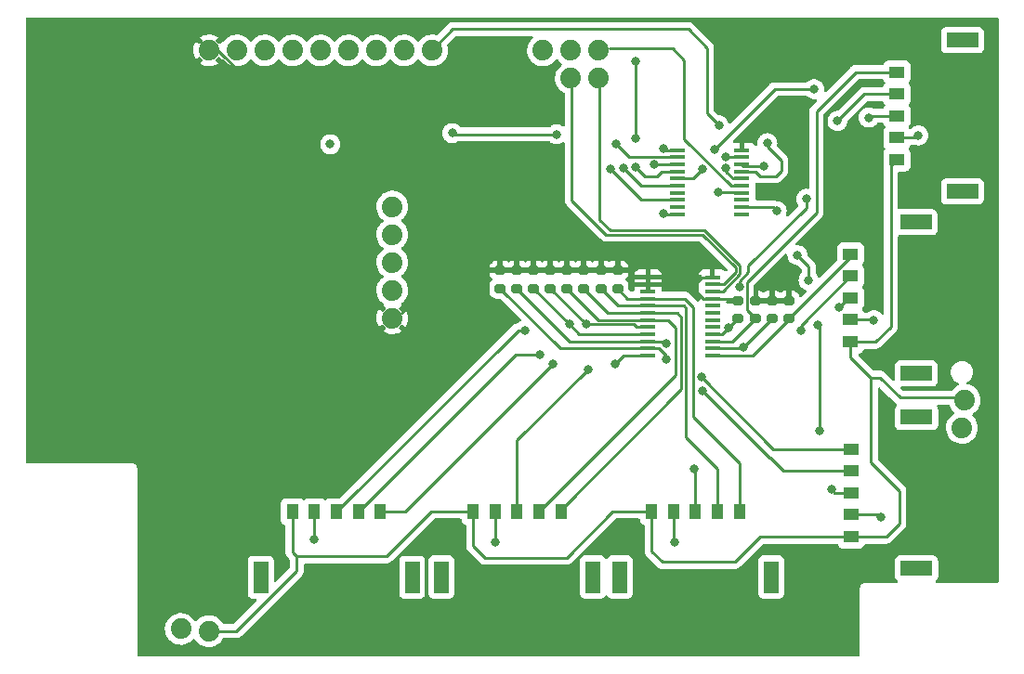
<source format=gbr>
%TF.GenerationSoftware,KiCad,Pcbnew,(6.0.7)*%
%TF.CreationDate,2023-02-01T00:47:32-08:00*%
%TF.ProjectId,SpresensePart2,53707265-7365-46e7-9365-50617274322e,rev?*%
%TF.SameCoordinates,Original*%
%TF.FileFunction,Copper,L1,Top*%
%TF.FilePolarity,Positive*%
%FSLAX46Y46*%
G04 Gerber Fmt 4.6, Leading zero omitted, Abs format (unit mm)*
G04 Created by KiCad (PCBNEW (6.0.7)) date 2023-02-01 00:47:32*
%MOMM*%
%LPD*%
G01*
G04 APERTURE LIST*
G04 Aperture macros list*
%AMRoundRect*
0 Rectangle with rounded corners*
0 $1 Rounding radius*
0 $2 $3 $4 $5 $6 $7 $8 $9 X,Y pos of 4 corners*
0 Add a 4 corners polygon primitive as box body*
4,1,4,$2,$3,$4,$5,$6,$7,$8,$9,$2,$3,0*
0 Add four circle primitives for the rounded corners*
1,1,$1+$1,$2,$3*
1,1,$1+$1,$4,$5*
1,1,$1+$1,$6,$7*
1,1,$1+$1,$8,$9*
0 Add four rect primitives between the rounded corners*
20,1,$1+$1,$2,$3,$4,$5,0*
20,1,$1+$1,$4,$5,$6,$7,0*
20,1,$1+$1,$6,$7,$8,$9,0*
20,1,$1+$1,$8,$9,$2,$3,0*%
G04 Aperture macros list end*
%TA.AperFunction,ComponentPad*%
%ADD10C,1.879600*%
%TD*%
%TA.AperFunction,SMDPad,CuDef*%
%ADD11R,1.473200X0.355600*%
%TD*%
%TA.AperFunction,SMDPad,CuDef*%
%ADD12RoundRect,0.200000X-0.275000X0.200000X-0.275000X-0.200000X0.275000X-0.200000X0.275000X0.200000X0*%
%TD*%
%TA.AperFunction,SMDPad,CuDef*%
%ADD13R,1.475000X0.450000*%
%TD*%
%TA.AperFunction,SMDPad,CuDef*%
%ADD14R,1.100000X1.450000*%
%TD*%
%TA.AperFunction,SMDPad,CuDef*%
%ADD15R,1.350000X2.900000*%
%TD*%
%TA.AperFunction,SMDPad,CuDef*%
%ADD16R,1.450000X1.100000*%
%TD*%
%TA.AperFunction,SMDPad,CuDef*%
%ADD17R,2.900000X1.350000*%
%TD*%
%TA.AperFunction,ViaPad*%
%ADD18C,0.800000*%
%TD*%
%TA.AperFunction,Conductor*%
%ADD19C,0.250000*%
%TD*%
G04 APERTURE END LIST*
D10*
%TO.P,J16,1,1*%
%TO.N,/VSOLAR*%
X120853200Y-149352000D03*
%TD*%
D11*
%TO.P,U2,1,1OE\u002A*%
%TO.N,GND*%
X163601400Y-105482200D03*
%TO.P,U2,2,1A0*%
%TO.N,/PB23*%
X163601400Y-106132201D03*
%TO.P,U2,3,2Y0*%
%TO.N,/3V34*%
X163601400Y-106782199D03*
%TO.P,U2,4,1A1*%
%TO.N,/PA20*%
X163601400Y-107432201D03*
%TO.P,U2,5,2Y1*%
%TO.N,/3V35*%
X163601400Y-108082199D03*
%TO.P,U2,6,1A2*%
%TO.N,/PB16*%
X163601400Y-108732198D03*
%TO.P,U2,7,2Y2*%
%TO.N,unconnected-(U2-Pad7)*%
X163601400Y-109382199D03*
%TO.P,U2,8,1A3*%
%TO.N,/PB22*%
X163601400Y-110032198D03*
%TO.P,U2,9,2Y3*%
%TO.N,unconnected-(U2-Pad9)*%
X163601400Y-110682199D03*
%TO.P,U2,10,GND*%
%TO.N,GND*%
X163601400Y-111332198D03*
%TO.P,U2,11,2A3*%
%TO.N,unconnected-(U2-Pad11)*%
X169443400Y-111332200D03*
%TO.P,U2,12,1Y3*%
%TO.N,/3V33*%
X169443400Y-110682202D03*
%TO.P,U2,13,2A2*%
%TO.N,unconnected-(U2-Pad13)*%
X169443400Y-110032201D03*
%TO.P,U2,14,1Y2*%
%TO.N,/3V32*%
X169443400Y-109382202D03*
%TO.P,U2,15,2A1*%
%TO.N,/PA19*%
X169443400Y-108732201D03*
%TO.P,U2,16,1Y1*%
%TO.N,/3V31*%
X169443400Y-108082202D03*
%TO.P,U2,17,2A0*%
%TO.N,/PA22*%
X169443400Y-107432201D03*
%TO.P,U2,18,1Y0*%
%TO.N,/3V30*%
X169443400Y-106782202D03*
%TO.P,U2,19,2OE\u002A*%
%TO.N,GND*%
X169443400Y-106132201D03*
%TO.P,U2,20,VCC*%
%TO.N,+3V3*%
X169443400Y-105482202D03*
%TD*%
D12*
%TO.P,R6,1*%
%TO.N,+3V3*%
X150469600Y-116472200D03*
%TO.P,R6,2*%
%TO.N,/SC2*%
X150469600Y-118122200D03*
%TD*%
%TO.P,R4,1*%
%TO.N,+3V3*%
X158115000Y-116460000D03*
%TO.P,R4,2*%
%TO.N,/SD0*%
X158115000Y-118110000D03*
%TD*%
D10*
%TO.P,J7,1,1*%
%TO.N,+3V3*%
X120904000Y-96393000D03*
%TO.P,J7,2,2*%
%TO.N,GND*%
X123444000Y-96393000D03*
%TO.P,J7,3,3*%
%TO.N,/MOSI*%
X125984000Y-96393000D03*
%TO.P,J7,4,4*%
%TO.N,/SCK*%
X128524000Y-96393000D03*
%TO.P,J7,5,5*%
%TO.N,/MISO*%
X131064000Y-96393000D03*
%TO.P,J7,6,6*%
%TO.N,/PB23*%
X133604000Y-96393000D03*
%TO.P,J7,7,7*%
%TO.N,/PB22*%
X136144000Y-96393000D03*
%TO.P,J7,8,8*%
%TO.N,/PA20*%
X138684000Y-96393000D03*
%TO.P,J7,9,9*%
%TO.N,/PA22*%
X141224000Y-96393000D03*
%TD*%
%TO.P,J9,1,1*%
%TO.N,/PA17*%
X153860500Y-98945700D03*
%TO.P,J9,2,2*%
%TO.N,/PA16*%
X156400500Y-98945700D03*
%TD*%
D13*
%TO.P,U1,1,A0*%
%TO.N,+3V3*%
X160892000Y-117075000D03*
%TO.P,U1,2,A1*%
X160892000Y-117725000D03*
%TO.P,U1,3,~{RESET}*%
X160892000Y-118375000D03*
%TO.P,U1,4,SD0*%
%TO.N,/SD0*%
X160892000Y-119025000D03*
%TO.P,U1,5,SC0*%
%TO.N,/SC0*%
X160892000Y-119675000D03*
%TO.P,U1,6,SD1*%
%TO.N,/SD1*%
X160892000Y-120325000D03*
%TO.P,U1,7,SC1*%
%TO.N,/SC1*%
X160892000Y-120975000D03*
%TO.P,U1,8,SD2*%
%TO.N,/SD2*%
X160892000Y-121625000D03*
%TO.P,U1,9,SC2*%
%TO.N,/SC2*%
X160892000Y-122275000D03*
%TO.P,U1,10,SD3*%
%TO.N,/SD3*%
X160892000Y-122925000D03*
%TO.P,U1,11,SC3*%
%TO.N,/SC3*%
X160892000Y-123575000D03*
%TO.P,U1,12,GND*%
%TO.N,GND*%
X160892000Y-124225000D03*
%TO.P,U1,13,SD4*%
%TO.N,/SD4*%
X166768000Y-124225000D03*
%TO.P,U1,14,SC4*%
%TO.N,/SC4*%
X166768000Y-123575000D03*
%TO.P,U1,15,SD5*%
%TO.N,/SD5*%
X166768000Y-122925000D03*
%TO.P,U1,16,SC5*%
%TO.N,/SC5*%
X166768000Y-122275000D03*
%TO.P,U1,17,SD6*%
%TO.N,unconnected-(U1-Pad17)*%
X166768000Y-121625000D03*
%TO.P,U1,18,SC6*%
%TO.N,unconnected-(U1-Pad18)*%
X166768000Y-120975000D03*
%TO.P,U1,19,SD7*%
%TO.N,unconnected-(U1-Pad19)*%
X166768000Y-120325000D03*
%TO.P,U1,20,SC7*%
%TO.N,unconnected-(U1-Pad20)*%
X166768000Y-119675000D03*
%TO.P,U1,21,A2*%
%TO.N,+3V3*%
X166768000Y-119025000D03*
%TO.P,U1,22,SCL*%
%TO.N,/PA16*%
X166768000Y-118375000D03*
%TO.P,U1,23,SDA*%
%TO.N,/PA17*%
X166768000Y-117725000D03*
%TO.P,U1,24,VCC*%
%TO.N,+3V3*%
X166768000Y-117075000D03*
%TD*%
D14*
%TO.P,J2,1,1*%
%TO.N,/VSOLAR*%
X128499100Y-138468100D03*
%TO.P,J2,2,2*%
%TO.N,GND*%
X130499100Y-138468100D03*
%TO.P,J2,3,3*%
%TO.N,/3V32*%
X132499100Y-138468100D03*
%TO.P,J2,4,4*%
%TO.N,/SC2*%
X134499100Y-138468100D03*
%TO.P,J2,5,5*%
%TO.N,/SD2*%
X136499100Y-138468100D03*
D15*
%TO.P,J2,6*%
%TO.N,N/C*%
X125604100Y-144443100D03*
%TO.P,J2,7*%
X139394100Y-144443100D03*
%TD*%
D10*
%TO.P,J8,1,1*%
%TO.N,+3V3*%
X137591800Y-120802400D03*
%TO.P,J8,2,2*%
%TO.N,/CS*%
X137591800Y-118262400D03*
%TO.P,J8,3,3*%
%TO.N,/CLK*%
X137591800Y-115722400D03*
%TO.P,J8,4,4*%
%TO.N,/RST*%
X137591800Y-113182400D03*
%TO.P,J8,5,5*%
%TO.N,GND*%
X137591800Y-110642400D03*
%TD*%
D12*
%TO.P,R5,1*%
%TO.N,+3V3*%
X147421600Y-116472200D03*
%TO.P,R5,2*%
%TO.N,/SC3*%
X147421600Y-118122200D03*
%TD*%
D10*
%TO.P,J10,1,1*%
%TO.N,/PB17*%
X151320500Y-96393000D03*
%TO.P,J10,2,2*%
%TO.N,/PB16*%
X153860500Y-96393000D03*
%TO.P,J10,3,3*%
%TO.N,/PA19*%
X156400500Y-96393000D03*
%TD*%
D12*
%TO.P,R3,1*%
%TO.N,+3V3*%
X155041600Y-116472200D03*
%TO.P,R3,2*%
%TO.N,/SD1*%
X155041600Y-118122200D03*
%TD*%
%TO.P,R7,1*%
%TO.N,+3V3*%
X153517600Y-116472200D03*
%TO.P,R7,2*%
%TO.N,/SC1*%
X153517600Y-118122200D03*
%TD*%
D16*
%TO.P,J3,1,1*%
%TO.N,/VSOLAR*%
X179349400Y-122960900D03*
%TO.P,J3,2,2*%
%TO.N,GND*%
X179349400Y-120960900D03*
%TO.P,J3,3,3*%
%TO.N,/3V34*%
X179349400Y-118960900D03*
%TO.P,J3,4,4*%
%TO.N,/SC4*%
X179349400Y-116960900D03*
%TO.P,J3,5,5*%
%TO.N,/SD4*%
X179349400Y-114960900D03*
D17*
%TO.P,J3,6*%
%TO.N,N/C*%
X185324400Y-125855900D03*
%TO.P,J3,7*%
X185324400Y-112065900D03*
%TD*%
D12*
%TO.P,R11,1*%
%TO.N,+3V3*%
X173736000Y-119215400D03*
%TO.P,R11,2*%
%TO.N,/SD4*%
X173736000Y-120865400D03*
%TD*%
%TO.P,R8,1*%
%TO.N,+3V3*%
X156591000Y-116460000D03*
%TO.P,R8,2*%
%TO.N,/SC0*%
X156591000Y-118110000D03*
%TD*%
D16*
%TO.P,J6,1,1*%
%TO.N,/VSOLAR*%
X183565800Y-106362000D03*
%TO.P,J6,2,2*%
%TO.N,GND*%
X183565800Y-104362000D03*
%TO.P,J6,3,3*%
%TO.N,/3V35*%
X183565800Y-102362000D03*
%TO.P,J6,4,4*%
%TO.N,/SC5*%
X183565800Y-100362000D03*
%TO.P,J6,5,5*%
%TO.N,/SD5*%
X183565800Y-98362000D03*
D17*
%TO.P,J6,6*%
%TO.N,N/C*%
X189540800Y-109257000D03*
%TO.P,J6,7*%
X189540800Y-95467000D03*
%TD*%
D12*
%TO.P,R1,1*%
%TO.N,+3V3*%
X148945600Y-116472200D03*
%TO.P,R1,2*%
%TO.N,/SD3*%
X148945600Y-118122200D03*
%TD*%
D10*
%TO.P,J11,1,1*%
%TO.N,GND*%
X118313200Y-149148800D03*
%TD*%
D12*
%TO.P,R10,1*%
%TO.N,+3V3*%
X172161200Y-119215400D03*
%TO.P,R10,2*%
%TO.N,/SC4*%
X172161200Y-120865400D03*
%TD*%
%TO.P,R12,1*%
%TO.N,+3V3*%
X170637200Y-119215400D03*
%TO.P,R12,2*%
%TO.N,/SD5*%
X170637200Y-120865400D03*
%TD*%
D14*
%TO.P,J1,1,1*%
%TO.N,/VSOLAR*%
X161214300Y-138442700D03*
%TO.P,J1,2,2*%
%TO.N,GND*%
X163214300Y-138442700D03*
%TO.P,J1,3,3*%
%TO.N,/3V30*%
X165214300Y-138442700D03*
%TO.P,J1,4,4*%
%TO.N,/SC0*%
X167214300Y-138442700D03*
%TO.P,J1,5,5*%
%TO.N,/SD0*%
X169214300Y-138442700D03*
D15*
%TO.P,J1,6*%
%TO.N,N/C*%
X158319300Y-144417700D03*
%TO.P,J1,7*%
X172109300Y-144417700D03*
%TD*%
D14*
%TO.P,J4,1,1*%
%TO.N,/VSOLAR*%
X144958300Y-138442700D03*
%TO.P,J4,2,2*%
%TO.N,GND*%
X146958300Y-138442700D03*
%TO.P,J4,3,3*%
%TO.N,/3V31*%
X148958300Y-138442700D03*
%TO.P,J4,4,4*%
%TO.N,/SC1*%
X150958300Y-138442700D03*
%TO.P,J4,5,5*%
%TO.N,/SD1*%
X152958300Y-138442700D03*
D15*
%TO.P,J4,6*%
%TO.N,N/C*%
X142063300Y-144417700D03*
%TO.P,J4,7*%
X155853300Y-144417700D03*
%TD*%
D16*
%TO.P,J5,1,1*%
%TO.N,/VSOLAR*%
X179387500Y-140740900D03*
%TO.P,J5,2,2*%
%TO.N,GND*%
X179387500Y-138740900D03*
%TO.P,J5,3,3*%
%TO.N,/3V33*%
X179387500Y-136740900D03*
%TO.P,J5,4,4*%
%TO.N,/SC3*%
X179387500Y-134740900D03*
%TO.P,J5,5,5*%
%TO.N,/SD3*%
X179387500Y-132740900D03*
D17*
%TO.P,J5,6*%
%TO.N,N/C*%
X185362500Y-143635900D03*
%TO.P,J5,7*%
X185362500Y-129845900D03*
%TD*%
D12*
%TO.P,R2,1*%
%TO.N,+3V3*%
X151993600Y-116472200D03*
%TO.P,R2,2*%
%TO.N,/SD2*%
X151993600Y-118122200D03*
%TD*%
D10*
%TO.P,J12,1,1*%
%TO.N,/VSOLAR*%
X189738000Y-128270000D03*
%TD*%
%TO.P,J15,1,1*%
%TO.N,GND*%
X189484000Y-130810000D03*
%TD*%
D12*
%TO.P,R9,1*%
%TO.N,+3V3*%
X169062400Y-119215400D03*
%TO.P,R9,2*%
%TO.N,/SC5*%
X169062400Y-120865400D03*
%TD*%
D18*
%TO.N,GND*%
X185521600Y-104140000D03*
X162255200Y-105359200D03*
X146964400Y-141274800D03*
X157886400Y-125018800D03*
X130454400Y-141020800D03*
X163271200Y-141274800D03*
X167995600Y-106070400D03*
X162306000Y-111302800D03*
X181457600Y-121005600D03*
X182067200Y-138938000D03*
X131927600Y-104952800D03*
%TO.N,/3V33*%
X177596800Y-136448800D03*
X176479200Y-131114800D03*
X172618400Y-111048800D03*
X174498000Y-115062000D03*
X176377600Y-121412000D03*
X175514000Y-117348000D03*
%TO.N,/SC3*%
X162509200Y-124561600D03*
X165862000Y-127406400D03*
%TO.N,/SD3*%
X162560000Y-123088400D03*
X165760400Y-126187200D03*
%TO.N,/PB23*%
X152552400Y-104038400D03*
X157937200Y-104902000D03*
X143052800Y-103936800D03*
%TO.N,/PB22*%
X157429200Y-107238800D03*
%TO.N,/PA20*%
X159766000Y-107035600D03*
X159766000Y-104394000D03*
X159715200Y-97383600D03*
%TO.N,/PA22*%
X167335200Y-103225600D03*
X171754800Y-104851200D03*
%TO.N,/PB16*%
X158648400Y-107086400D03*
%TO.N,+3V3*%
X185674000Y-116128800D03*
X127558800Y-108204000D03*
X173583600Y-116840000D03*
X176834800Y-114249200D03*
X173482000Y-101701600D03*
X181406800Y-113436400D03*
X173634400Y-97739200D03*
%TO.N,/SD2*%
X152247600Y-124968000D03*
X155248800Y-121377400D03*
%TO.N,/SC2*%
X153714700Y-121367300D03*
X151028400Y-124155200D03*
%TO.N,/SC5*%
X175310800Y-109931200D03*
X178155600Y-102819200D03*
X168204900Y-121722900D03*
X169207900Y-117957600D03*
%TO.N,/SC4*%
X174802800Y-121970800D03*
X169551100Y-123475500D03*
%TO.N,/3V34*%
X178257200Y-119837200D03*
X161442400Y-106809101D03*
%TO.N,/3V35*%
X181000400Y-102514400D03*
X165862000Y-107238800D03*
X176022000Y-99923600D03*
X166928800Y-105410000D03*
%TO.N,/3V32*%
X167318700Y-109321600D03*
X149656800Y-121920000D03*
%TO.N,/3V31*%
X167995600Y-107137200D03*
X155397200Y-125526800D03*
%TO.N,/3V30*%
X171450000Y-106934000D03*
X165100000Y-134518400D03*
%TD*%
D19*
%TO.N,/PA22*%
X143109313Y-94437200D02*
X141681522Y-95864991D01*
X166268400Y-96164400D02*
X164541200Y-94437200D01*
X166268400Y-102158800D02*
X166268400Y-96164400D01*
X164541200Y-94437200D02*
X143109313Y-94437200D01*
X167335200Y-103225600D02*
X166268400Y-102158800D01*
%TO.N,GND*%
X163601400Y-111332198D02*
X162335398Y-111332198D01*
X163214300Y-138442700D02*
X163214300Y-141217900D01*
X163601400Y-105482200D02*
X162378200Y-105482200D01*
X162335398Y-111332198D02*
X162306000Y-111302800D01*
X181870100Y-138740900D02*
X182067200Y-138938000D01*
X179387500Y-138740900D02*
X181870100Y-138740900D01*
X163214300Y-141217900D02*
X163271200Y-141274800D01*
X185299600Y-104362000D02*
X185521600Y-104140000D01*
X146958300Y-141268700D02*
X146964400Y-141274800D01*
X183565800Y-104362000D02*
X185299600Y-104362000D01*
X168057401Y-106132201D02*
X167995600Y-106070400D01*
X160892000Y-124225000D02*
X158680200Y-124225000D01*
X158680200Y-124225000D02*
X157886400Y-125018800D01*
X130499100Y-140976100D02*
X130454400Y-141020800D01*
X162378200Y-105482200D02*
X162255200Y-105359200D01*
X130499100Y-138468100D02*
X130499100Y-140976100D01*
X146958300Y-138442700D02*
X146958300Y-141268700D01*
X169443400Y-106132201D02*
X168057401Y-106132201D01*
X179349400Y-120960900D02*
X181412900Y-120960900D01*
X181412900Y-120960900D02*
X181457600Y-121005600D01*
%TO.N,/VSOLAR*%
X128879600Y-142544800D02*
X128879600Y-143847400D01*
X171120300Y-140740900D02*
X179387500Y-140740900D01*
X128879600Y-142544800D02*
X137058400Y-142544800D01*
X161214300Y-138442700D02*
X161214300Y-142062700D01*
X128499100Y-142164300D02*
X128879600Y-142544800D01*
X157670500Y-138442700D02*
X161214300Y-138442700D01*
X183845200Y-128066800D02*
X188823600Y-128066800D01*
X168808400Y-143052800D02*
X171120300Y-140740900D01*
X181203600Y-133959600D02*
X181203600Y-126238000D01*
X181635900Y-122960900D02*
X183032400Y-121564400D01*
X183032400Y-106895400D02*
X183565800Y-106362000D01*
X183794400Y-136550400D02*
X181203600Y-133959600D01*
X141160500Y-138442700D02*
X144958300Y-138442700D01*
X153466800Y-142646400D02*
X157670500Y-138442700D01*
X183794400Y-139547600D02*
X183794400Y-136550400D01*
X162204400Y-143052800D02*
X168808400Y-143052800D01*
X123375000Y-149352000D02*
X120853200Y-149352000D01*
X181203600Y-126238000D02*
X182016400Y-126238000D01*
X179349400Y-124383800D02*
X179349400Y-122960900D01*
X144958300Y-141605500D02*
X145999200Y-142646400D01*
X144958300Y-138442700D02*
X144958300Y-141605500D01*
X183032400Y-121564400D02*
X183032400Y-106895400D01*
X145999200Y-142646400D02*
X153466800Y-142646400D01*
X137058400Y-142544800D02*
X141160500Y-138442700D01*
X161214300Y-142062700D02*
X162204400Y-143052800D01*
X128879600Y-143847400D02*
X123375000Y-149352000D01*
X182016400Y-126238000D02*
X183845200Y-128066800D01*
X181203600Y-126238000D02*
X179349400Y-124383800D01*
X182601100Y-140740900D02*
X183794400Y-139547600D01*
X179349400Y-122960900D02*
X181635900Y-122960900D01*
X179387500Y-140740900D02*
X182601100Y-140740900D01*
X128499100Y-138468100D02*
X128499100Y-142164300D01*
%TO.N,/3V33*%
X176479200Y-131114800D02*
X176479200Y-121513600D01*
X179387500Y-136740900D02*
X177888900Y-136740900D01*
X176479200Y-121513600D02*
X176377600Y-121412000D01*
X172618400Y-111048800D02*
X172251802Y-110682202D01*
X175514000Y-117348000D02*
X175514000Y-116078000D01*
X175514000Y-116078000D02*
X174498000Y-115062000D01*
X177888900Y-136740900D02*
X177596800Y-136448800D01*
X172251802Y-110682202D02*
X169443400Y-110682202D01*
%TO.N,/SC3*%
X161879500Y-123575000D02*
X162509200Y-124204700D01*
X160892000Y-123575000D02*
X152874400Y-123575000D01*
X160892000Y-123575000D02*
X161879500Y-123575000D01*
X162509200Y-124204700D02*
X162509200Y-124561600D01*
X165862000Y-127406400D02*
X171958000Y-133502400D01*
X172008800Y-133502400D02*
X173247300Y-134740900D01*
X171958000Y-133502400D02*
X172008800Y-133502400D01*
X173247300Y-134740900D02*
X179387500Y-134740900D01*
X152874400Y-123575000D02*
X147421600Y-118122200D01*
%TO.N,/SD3*%
X165760400Y-126187200D02*
X172314100Y-132740900D01*
X162396600Y-122925000D02*
X162560000Y-123088400D01*
X160892000Y-122925000D02*
X153748400Y-122925000D01*
X160892000Y-122925000D02*
X162396600Y-122925000D01*
X172314100Y-132740900D02*
X179387500Y-132740900D01*
X153748400Y-122925000D02*
X148945600Y-118122200D01*
%TO.N,/PB23*%
X143154400Y-104038400D02*
X143052800Y-103936800D01*
X163601400Y-106132201D02*
X159167401Y-106132201D01*
X152552400Y-104038400D02*
X143154400Y-104038400D01*
X159167401Y-106132201D02*
X157937200Y-104902000D01*
%TO.N,/PB22*%
X163601400Y-110032198D02*
X160222598Y-110032198D01*
X160222598Y-110032198D02*
X157429200Y-107238800D01*
%TO.N,/PA20*%
X159766000Y-104394000D02*
X159766000Y-97434400D01*
X161696400Y-107899200D02*
X160629600Y-107899200D01*
X162163399Y-107432201D02*
X161696400Y-107899200D01*
X160629600Y-107899200D02*
X159766000Y-107035600D01*
X163601400Y-107432201D02*
X162163399Y-107432201D01*
X159766000Y-97434400D02*
X159715200Y-97383600D01*
%TO.N,/PA22*%
X173024800Y-106426000D02*
X173024800Y-107391200D01*
X171754800Y-105156000D02*
X173024800Y-106426000D01*
X171754800Y-104851200D02*
X171754800Y-105156000D01*
X170678201Y-107432201D02*
X169443400Y-107432201D01*
X173024800Y-107391200D02*
X172567600Y-107848400D01*
X171094400Y-107848400D02*
X170678201Y-107432201D01*
X172567600Y-107848400D02*
X171094400Y-107848400D01*
%TO.N,/PA17*%
X167771000Y-117725000D02*
X168859200Y-116636800D01*
X157073600Y-113182400D02*
X153939965Y-110048765D01*
X168859200Y-116179600D02*
X165862000Y-113182400D01*
X165862000Y-113182400D02*
X157073600Y-113182400D01*
X153939965Y-99642980D02*
X153958144Y-99624801D01*
X153939965Y-110048765D02*
X153939965Y-99642980D01*
X166768000Y-117725000D02*
X167771000Y-117725000D01*
X168859200Y-116636800D02*
X168859200Y-116179600D01*
%TO.N,/PA16*%
X156479965Y-111830765D02*
X156479965Y-99642980D01*
X169261600Y-116803480D02*
X169261600Y-116012920D01*
X156479965Y-99642980D02*
X156498144Y-99624801D01*
X166028680Y-112780000D02*
X157429200Y-112780000D01*
X157429200Y-112780000D02*
X156479965Y-111830765D01*
X169261600Y-116012920D02*
X166028680Y-112780000D01*
X166768000Y-118375000D02*
X167690080Y-118375000D01*
X167690080Y-118375000D02*
X169261600Y-116803480D01*
%TO.N,/PB16*%
X160294198Y-108732198D02*
X158648400Y-107086400D01*
X163601400Y-108732198D02*
X160294198Y-108732198D01*
%TO.N,/PA19*%
X164185600Y-104461001D02*
X164185600Y-97282000D01*
X164185600Y-97282000D02*
X163118800Y-96215200D01*
X163118800Y-96215200D02*
X157378400Y-96215200D01*
X169443400Y-108732201D02*
X168456800Y-108732201D01*
X168456800Y-108732201D02*
X164185600Y-104461001D01*
%TO.N,+3V3*%
X121601630Y-96289054D02*
X121601630Y-96125161D01*
X166768000Y-119025000D02*
X168872000Y-119025000D01*
X166768000Y-117075000D02*
X165780500Y-117075000D01*
X168872000Y-119025000D02*
X169062400Y-119215400D01*
X142303000Y-116472200D02*
X138430000Y-120345200D01*
X127558800Y-108204000D02*
X127558800Y-102246224D01*
X127558800Y-102246224D02*
X121601630Y-96289054D01*
X165913400Y-119025000D02*
X166768000Y-119025000D01*
X165354000Y-118465600D02*
X165913400Y-119025000D01*
X121601630Y-96125161D02*
X121491744Y-96015275D01*
X147421600Y-116472200D02*
X142303000Y-116472200D01*
X165780500Y-117075000D02*
X165354000Y-117501500D01*
X165354000Y-117501500D02*
X165354000Y-118465600D01*
%TO.N,/SD2*%
X152247600Y-124968000D02*
X138747500Y-138468100D01*
X138747500Y-138468100D02*
X136499100Y-138468100D01*
X159613600Y-121377400D02*
X155248800Y-121377400D01*
X155248800Y-121377400D02*
X151993600Y-118122200D01*
X160892000Y-121625000D02*
X159861200Y-121625000D01*
X159861200Y-121625000D02*
X159613600Y-121377400D01*
%TO.N,/SD1*%
X161899700Y-120345200D02*
X163525200Y-120345200D01*
X163935600Y-120755600D02*
X163935600Y-127300800D01*
X160892000Y-120325000D02*
X157244400Y-120325000D01*
X157244400Y-120325000D02*
X155041600Y-118122200D01*
X152958300Y-138278100D02*
X152958300Y-138442700D01*
X163525200Y-120345200D02*
X163935600Y-120755600D01*
X163935600Y-127300800D02*
X152958300Y-138278100D01*
X161879500Y-120325000D02*
X161899700Y-120345200D01*
X160892000Y-120325000D02*
X161879500Y-120325000D01*
%TO.N,/SD0*%
X164998400Y-119786400D02*
X164998400Y-129794000D01*
X164237000Y-119025000D02*
X164998400Y-119786400D01*
X159030000Y-119025000D02*
X158115000Y-118110000D01*
X169214300Y-134009900D02*
X169214300Y-138442700D01*
X160892000Y-119025000D02*
X159030000Y-119025000D01*
X164998400Y-129794000D02*
X169214300Y-134009900D01*
X160892000Y-119025000D02*
X164237000Y-119025000D01*
%TO.N,/SC2*%
X148812000Y-124155200D02*
X134499100Y-138468100D01*
X154622400Y-122275000D02*
X153714700Y-121367300D01*
X153714700Y-121367300D02*
X150469600Y-118122200D01*
X160892000Y-122275000D02*
X154622400Y-122275000D01*
X151028400Y-124155200D02*
X148812000Y-124155200D01*
%TO.N,/SC1*%
X160892000Y-120975000D02*
X162681800Y-120975000D01*
X163423600Y-121716800D02*
X163423600Y-125977400D01*
X160892000Y-120975000D02*
X156370400Y-120975000D01*
X156370400Y-120975000D02*
X153517600Y-118122200D01*
X162681800Y-120975000D02*
X163423600Y-121716800D01*
X163423600Y-125977400D02*
X150958300Y-138442700D01*
%TO.N,/SC0*%
X160892000Y-119675000D02*
X161879500Y-119675000D01*
X161879500Y-119675000D02*
X161889300Y-119684800D01*
X161889300Y-119684800D02*
X164134800Y-119684800D01*
X156591000Y-118110000D02*
X158156000Y-119675000D01*
X158156000Y-119675000D02*
X160892000Y-119675000D01*
X167214300Y-134549900D02*
X167214300Y-138442700D01*
X164338000Y-119888000D02*
X164338000Y-131673600D01*
X164134800Y-119684800D02*
X164338000Y-119888000D01*
X164338000Y-131673600D02*
X167214300Y-134549900D01*
%TO.N,/SC5*%
X168204900Y-121722900D02*
X169062400Y-120865400D01*
X180612800Y-100362000D02*
X178155600Y-102819200D01*
X170022460Y-116611700D02*
X169207900Y-117426260D01*
X183565800Y-100362000D02*
X180612800Y-100362000D01*
X166768000Y-122275000D02*
X167652800Y-122275000D01*
X169207900Y-117426260D02*
X169207900Y-117957600D01*
X170022460Y-116022060D02*
X170022460Y-116611700D01*
X175310800Y-109931200D02*
X175310800Y-110733720D01*
X175310800Y-110733720D02*
X170022460Y-116022060D01*
X167652800Y-122275000D02*
X168204900Y-121722900D01*
%TO.N,/SC4*%
X166768000Y-123575000D02*
X169451600Y-123575000D01*
X174802800Y-121970800D02*
X174802800Y-121507500D01*
X172161200Y-120865400D02*
X169551100Y-123475500D01*
X169451600Y-123575000D02*
X169551100Y-123475500D01*
X174802800Y-121507500D02*
X179349400Y-116960900D01*
%TO.N,/SD4*%
X170415000Y-124225000D02*
X173736000Y-120904000D01*
X179349400Y-115252000D02*
X179349400Y-114960900D01*
X173736000Y-120904000D02*
X173736000Y-120865400D01*
X173736000Y-120865400D02*
X179349400Y-115252000D01*
X166768000Y-124225000D02*
X170415000Y-124225000D01*
%TO.N,/SD5*%
X179818800Y-98362000D02*
X183565800Y-98362000D01*
X166768000Y-122925000D02*
X168577600Y-122925000D01*
X169884800Y-117541600D02*
X176225200Y-111201200D01*
X176225200Y-111201200D02*
X176225200Y-101955600D01*
X170637200Y-120865400D02*
X169884800Y-120113000D01*
X176225200Y-101955600D02*
X179818800Y-98362000D01*
X169884800Y-120113000D02*
X169884800Y-117541600D01*
X168577600Y-122925000D02*
X170637200Y-120865400D01*
%TO.N,/3V34*%
X163574498Y-106809101D02*
X163601400Y-106782199D01*
X179349400Y-118960900D02*
X179133500Y-118960900D01*
X161442400Y-106809101D02*
X163574498Y-106809101D01*
X179133500Y-118960900D02*
X178257200Y-119837200D01*
%TO.N,/3V35*%
X165018601Y-108082199D02*
X165862000Y-107238800D01*
X166928800Y-105410000D02*
X172415200Y-99923600D01*
X163601400Y-108082199D02*
X165018601Y-108082199D01*
X172415200Y-99923600D02*
X176022000Y-99923600D01*
X181152800Y-102362000D02*
X183565800Y-102362000D01*
X181000400Y-102514400D02*
X181152800Y-102362000D01*
%TO.N,/3V32*%
X167318700Y-109321600D02*
X169382798Y-109321600D01*
X169382798Y-109321600D02*
X169443400Y-109382202D01*
X132499100Y-138468100D02*
X149047200Y-121920000D01*
X149047200Y-121920000D02*
X149656800Y-121920000D01*
%TO.N,/3V31*%
X168624201Y-108082202D02*
X169443400Y-108082202D01*
X148958300Y-131965700D02*
X155397200Y-125526800D01*
X167995600Y-107137200D02*
X167995600Y-107453601D01*
X148958300Y-138442700D02*
X148958300Y-131965700D01*
X167995600Y-107453601D02*
X168624201Y-108082202D01*
%TO.N,/3V30*%
X165214300Y-134632700D02*
X165100000Y-134518400D01*
X165214300Y-138442700D02*
X165214300Y-134632700D01*
X169595198Y-106934000D02*
X169443400Y-106782202D01*
X171450000Y-106934000D02*
X169595198Y-106934000D01*
%TD*%
%TA.AperFunction,Conductor*%
%TO.N,+3V3*%
G36*
X192765721Y-93403602D02*
G01*
X192812214Y-93457258D01*
X192823600Y-93509600D01*
X192823600Y-144818600D01*
X192803598Y-144886721D01*
X192749942Y-144933214D01*
X192697600Y-144944600D01*
X187193133Y-144944600D01*
X187125012Y-144924598D01*
X187078519Y-144870942D01*
X187068415Y-144800668D01*
X187097909Y-144736088D01*
X187117568Y-144717774D01*
X187168581Y-144679542D01*
X187175761Y-144674161D01*
X187263115Y-144557605D01*
X187314245Y-144421216D01*
X187321000Y-144359034D01*
X187321000Y-142912766D01*
X187314245Y-142850584D01*
X187263115Y-142714195D01*
X187175761Y-142597639D01*
X187059205Y-142510285D01*
X186922816Y-142459155D01*
X186860634Y-142452400D01*
X183864366Y-142452400D01*
X183802184Y-142459155D01*
X183665795Y-142510285D01*
X183549239Y-142597639D01*
X183461885Y-142714195D01*
X183410755Y-142850584D01*
X183404000Y-142912766D01*
X183404000Y-144359034D01*
X183410755Y-144421216D01*
X183461885Y-144557605D01*
X183549239Y-144674161D01*
X183556419Y-144679542D01*
X183607432Y-144717774D01*
X183649947Y-144774633D01*
X183654973Y-144845451D01*
X183620913Y-144907745D01*
X183558582Y-144941735D01*
X183531867Y-144944600D01*
X180716923Y-144944600D01*
X180716153Y-144944598D01*
X180715337Y-144944593D01*
X180638579Y-144944124D01*
X180616218Y-144950515D01*
X180610147Y-144952250D01*
X180593385Y-144955828D01*
X180564113Y-144960020D01*
X180555945Y-144963734D01*
X180555944Y-144963734D01*
X180540738Y-144970648D01*
X180523214Y-144977096D01*
X180498529Y-144984151D01*
X180490935Y-144988943D01*
X180490932Y-144988944D01*
X180473520Y-144999930D01*
X180458437Y-145008069D01*
X180431518Y-145020308D01*
X180424716Y-145026169D01*
X180412065Y-145037070D01*
X180397061Y-145048173D01*
X180375342Y-145061876D01*
X180369403Y-145068601D01*
X180369399Y-145068604D01*
X180355768Y-145084038D01*
X180343576Y-145096082D01*
X180327973Y-145109527D01*
X180327971Y-145109530D01*
X180321173Y-145115387D01*
X180316293Y-145122916D01*
X180316292Y-145122917D01*
X180307206Y-145136935D01*
X180295915Y-145151809D01*
X180284869Y-145164317D01*
X180278922Y-145171051D01*
X180266358Y-145197811D01*
X180258037Y-145212791D01*
X180246829Y-145230083D01*
X180246827Y-145230088D01*
X180241948Y-145237615D01*
X180239378Y-145246208D01*
X180239376Y-145246213D01*
X180234589Y-145262220D01*
X180227928Y-145279664D01*
X180217019Y-145302900D01*
X180215638Y-145311767D01*
X180215638Y-145311768D01*
X180212470Y-145332115D01*
X180208687Y-145348832D01*
X180202785Y-145368566D01*
X180202784Y-145368572D01*
X180200214Y-145377166D01*
X180200159Y-145386137D01*
X180200159Y-145386138D01*
X180200004Y-145411597D01*
X180199971Y-145412389D01*
X180199800Y-145413486D01*
X180199800Y-145444477D01*
X180199798Y-145445247D01*
X180199324Y-145522821D01*
X180199708Y-145524165D01*
X180199800Y-145525510D01*
X180199800Y-151549600D01*
X180179798Y-151617721D01*
X180126142Y-151664214D01*
X180073800Y-151675600D01*
X114464600Y-151675600D01*
X114396479Y-151655598D01*
X114349986Y-151601942D01*
X114338600Y-151549600D01*
X114338600Y-149113294D01*
X116860370Y-149113294D01*
X116874079Y-149351055D01*
X116875216Y-149356101D01*
X116875217Y-149356107D01*
X116908311Y-149502956D01*
X116926437Y-149583385D01*
X116928379Y-149588167D01*
X116928380Y-149588171D01*
X117005797Y-149778827D01*
X117016037Y-149804044D01*
X117140474Y-150007106D01*
X117296404Y-150187117D01*
X117479642Y-150339244D01*
X117484094Y-150341846D01*
X117484099Y-150341849D01*
X117582533Y-150399369D01*
X117685265Y-150459401D01*
X117907752Y-150544360D01*
X117912818Y-150545391D01*
X117912819Y-150545391D01*
X117967156Y-150556446D01*
X118141128Y-150591841D01*
X118275321Y-150596762D01*
X118373960Y-150600379D01*
X118373964Y-150600379D01*
X118379124Y-150600568D01*
X118384244Y-150599912D01*
X118384246Y-150599912D01*
X118610223Y-150570964D01*
X118610224Y-150570964D01*
X118615351Y-150570307D01*
X118699540Y-150545049D01*
X118838516Y-150503354D01*
X118838517Y-150503353D01*
X118843462Y-150501870D01*
X119057333Y-150397095D01*
X119061536Y-150394097D01*
X119061541Y-150394094D01*
X119247016Y-150261796D01*
X119247018Y-150261794D01*
X119251220Y-150258797D01*
X119419916Y-150090689D01*
X119420768Y-150091544D01*
X119475316Y-150055792D01*
X119546310Y-150055155D01*
X119606378Y-150093001D01*
X119619331Y-150110530D01*
X119680474Y-150210306D01*
X119836404Y-150390317D01*
X120019642Y-150542444D01*
X120024094Y-150545046D01*
X120024099Y-150545049D01*
X120122533Y-150602569D01*
X120225265Y-150662601D01*
X120447752Y-150747560D01*
X120452818Y-150748591D01*
X120452819Y-150748591D01*
X120507156Y-150759646D01*
X120681128Y-150795041D01*
X120815321Y-150799962D01*
X120913960Y-150803579D01*
X120913964Y-150803579D01*
X120919124Y-150803768D01*
X120924244Y-150803112D01*
X120924246Y-150803112D01*
X121150223Y-150774164D01*
X121150224Y-150774164D01*
X121155351Y-150773507D01*
X121238400Y-150748591D01*
X121378516Y-150706554D01*
X121378517Y-150706553D01*
X121383462Y-150705070D01*
X121597333Y-150600295D01*
X121601536Y-150597297D01*
X121601541Y-150597294D01*
X121787016Y-150464996D01*
X121787018Y-150464994D01*
X121791220Y-150461997D01*
X121959916Y-150293889D01*
X122098890Y-150100486D01*
X122102590Y-150093001D01*
X122121038Y-150055673D01*
X122169152Y-150003466D01*
X122233995Y-149985500D01*
X123296233Y-149985500D01*
X123307416Y-149986027D01*
X123314909Y-149987702D01*
X123322835Y-149987453D01*
X123322836Y-149987453D01*
X123382986Y-149985562D01*
X123386945Y-149985500D01*
X123414856Y-149985500D01*
X123418791Y-149985003D01*
X123418856Y-149984995D01*
X123430693Y-149984062D01*
X123462951Y-149983048D01*
X123466970Y-149982922D01*
X123474889Y-149982673D01*
X123494343Y-149977021D01*
X123513700Y-149973013D01*
X123525930Y-149971468D01*
X123525931Y-149971468D01*
X123533797Y-149970474D01*
X123541168Y-149967555D01*
X123541170Y-149967555D01*
X123574912Y-149954196D01*
X123586142Y-149950351D01*
X123620983Y-149940229D01*
X123620984Y-149940229D01*
X123628593Y-149938018D01*
X123635412Y-149933985D01*
X123635417Y-149933983D01*
X123646028Y-149927707D01*
X123663776Y-149919012D01*
X123682617Y-149911552D01*
X123718387Y-149885564D01*
X123728307Y-149879048D01*
X123759535Y-149860580D01*
X123759538Y-149860578D01*
X123766362Y-149856542D01*
X123780683Y-149842221D01*
X123795717Y-149829380D01*
X123805694Y-149822131D01*
X123812107Y-149817472D01*
X123840298Y-149783395D01*
X123848288Y-149774616D01*
X127681671Y-145941234D01*
X138210600Y-145941234D01*
X138217355Y-146003416D01*
X138268485Y-146139805D01*
X138355839Y-146256361D01*
X138472395Y-146343715D01*
X138608784Y-146394845D01*
X138670966Y-146401600D01*
X140117234Y-146401600D01*
X140179416Y-146394845D01*
X140315805Y-146343715D01*
X140432361Y-146256361D01*
X140519715Y-146139805D01*
X140570845Y-146003416D01*
X140577600Y-145941234D01*
X140577600Y-145915834D01*
X140879800Y-145915834D01*
X140886555Y-145978016D01*
X140937685Y-146114405D01*
X141025039Y-146230961D01*
X141141595Y-146318315D01*
X141277984Y-146369445D01*
X141340166Y-146376200D01*
X142786434Y-146376200D01*
X142848616Y-146369445D01*
X142985005Y-146318315D01*
X143101561Y-146230961D01*
X143188915Y-146114405D01*
X143240045Y-145978016D01*
X143246800Y-145915834D01*
X154669800Y-145915834D01*
X154676555Y-145978016D01*
X154727685Y-146114405D01*
X154815039Y-146230961D01*
X154931595Y-146318315D01*
X155067984Y-146369445D01*
X155130166Y-146376200D01*
X156576434Y-146376200D01*
X156638616Y-146369445D01*
X156775005Y-146318315D01*
X156891561Y-146230961D01*
X156966180Y-146131397D01*
X156973531Y-146121589D01*
X156973531Y-146121588D01*
X156978915Y-146114405D01*
X156978946Y-146114322D01*
X157026038Y-146067335D01*
X157095429Y-146052321D01*
X157161922Y-146077206D01*
X157193327Y-146113450D01*
X157193685Y-146114405D01*
X157199069Y-146121588D01*
X157199069Y-146121589D01*
X157206420Y-146131397D01*
X157281039Y-146230961D01*
X157397595Y-146318315D01*
X157533984Y-146369445D01*
X157596166Y-146376200D01*
X159042434Y-146376200D01*
X159104616Y-146369445D01*
X159241005Y-146318315D01*
X159357561Y-146230961D01*
X159444915Y-146114405D01*
X159496045Y-145978016D01*
X159502800Y-145915834D01*
X170925800Y-145915834D01*
X170932555Y-145978016D01*
X170983685Y-146114405D01*
X171071039Y-146230961D01*
X171187595Y-146318315D01*
X171323984Y-146369445D01*
X171386166Y-146376200D01*
X172832434Y-146376200D01*
X172894616Y-146369445D01*
X173031005Y-146318315D01*
X173147561Y-146230961D01*
X173234915Y-146114405D01*
X173286045Y-145978016D01*
X173292800Y-145915834D01*
X173292800Y-142919566D01*
X173286045Y-142857384D01*
X173234915Y-142720995D01*
X173147561Y-142604439D01*
X173031005Y-142517085D01*
X172894616Y-142465955D01*
X172832434Y-142459200D01*
X171386166Y-142459200D01*
X171323984Y-142465955D01*
X171187595Y-142517085D01*
X171071039Y-142604439D01*
X170983685Y-142720995D01*
X170932555Y-142857384D01*
X170925800Y-142919566D01*
X170925800Y-145915834D01*
X159502800Y-145915834D01*
X159502800Y-142919566D01*
X159496045Y-142857384D01*
X159444915Y-142720995D01*
X159357561Y-142604439D01*
X159241005Y-142517085D01*
X159104616Y-142465955D01*
X159042434Y-142459200D01*
X157596166Y-142459200D01*
X157533984Y-142465955D01*
X157397595Y-142517085D01*
X157281039Y-142604439D01*
X157275658Y-142611619D01*
X157199071Y-142713809D01*
X157193685Y-142720995D01*
X157193654Y-142721078D01*
X157146562Y-142768065D01*
X157077171Y-142783079D01*
X157010678Y-142758194D01*
X156979273Y-142721950D01*
X156978915Y-142720995D01*
X156973530Y-142713809D01*
X156896942Y-142611619D01*
X156891561Y-142604439D01*
X156775005Y-142517085D01*
X156638616Y-142465955D01*
X156576434Y-142459200D01*
X155130166Y-142459200D01*
X155067984Y-142465955D01*
X154931595Y-142517085D01*
X154815039Y-142604439D01*
X154727685Y-142720995D01*
X154676555Y-142857384D01*
X154669800Y-142919566D01*
X154669800Y-145915834D01*
X143246800Y-145915834D01*
X143246800Y-142919566D01*
X143240045Y-142857384D01*
X143188915Y-142720995D01*
X143101561Y-142604439D01*
X142985005Y-142517085D01*
X142848616Y-142465955D01*
X142786434Y-142459200D01*
X141340166Y-142459200D01*
X141277984Y-142465955D01*
X141141595Y-142517085D01*
X141025039Y-142604439D01*
X140937685Y-142720995D01*
X140886555Y-142857384D01*
X140879800Y-142919566D01*
X140879800Y-145915834D01*
X140577600Y-145915834D01*
X140577600Y-142944966D01*
X140570845Y-142882784D01*
X140519715Y-142746395D01*
X140432361Y-142629839D01*
X140315805Y-142542485D01*
X140179416Y-142491355D01*
X140117234Y-142484600D01*
X138670966Y-142484600D01*
X138608784Y-142491355D01*
X138472395Y-142542485D01*
X138355839Y-142629839D01*
X138268485Y-142746395D01*
X138217355Y-142882784D01*
X138210600Y-142944966D01*
X138210600Y-145941234D01*
X127681671Y-145941234D01*
X129271853Y-144351052D01*
X129280139Y-144343512D01*
X129286618Y-144339400D01*
X129333244Y-144289748D01*
X129335998Y-144286907D01*
X129355735Y-144267170D01*
X129358215Y-144263973D01*
X129365920Y-144254951D01*
X129390759Y-144228500D01*
X129396186Y-144222721D01*
X129400005Y-144215775D01*
X129400007Y-144215772D01*
X129405948Y-144204966D01*
X129416799Y-144188447D01*
X129424358Y-144178701D01*
X129429214Y-144172441D01*
X129432359Y-144165172D01*
X129432362Y-144165168D01*
X129446774Y-144131863D01*
X129451991Y-144121213D01*
X129473295Y-144082460D01*
X129478333Y-144062837D01*
X129484737Y-144044134D01*
X129489633Y-144032820D01*
X129489633Y-144032819D01*
X129492781Y-144025545D01*
X129494020Y-144017722D01*
X129494023Y-144017712D01*
X129499699Y-143981876D01*
X129502105Y-143970256D01*
X129511128Y-143935111D01*
X129511128Y-143935110D01*
X129513100Y-143927430D01*
X129513100Y-143907176D01*
X129514651Y-143887465D01*
X129516580Y-143875286D01*
X129517820Y-143867457D01*
X129513659Y-143823438D01*
X129513100Y-143811581D01*
X129513100Y-143304300D01*
X129533102Y-143236179D01*
X129586758Y-143189686D01*
X129639100Y-143178300D01*
X136979633Y-143178300D01*
X136990816Y-143178827D01*
X136998309Y-143180502D01*
X137006235Y-143180253D01*
X137006236Y-143180253D01*
X137066386Y-143178362D01*
X137070345Y-143178300D01*
X137098256Y-143178300D01*
X137102191Y-143177803D01*
X137102256Y-143177795D01*
X137114093Y-143176862D01*
X137146351Y-143175848D01*
X137150370Y-143175722D01*
X137158289Y-143175473D01*
X137177743Y-143169821D01*
X137197100Y-143165813D01*
X137209330Y-143164268D01*
X137209331Y-143164268D01*
X137217197Y-143163274D01*
X137224568Y-143160355D01*
X137224570Y-143160355D01*
X137258312Y-143146996D01*
X137269542Y-143143151D01*
X137304383Y-143133029D01*
X137304384Y-143133029D01*
X137311993Y-143130818D01*
X137318812Y-143126785D01*
X137318817Y-143126783D01*
X137329428Y-143120507D01*
X137347176Y-143111812D01*
X137366017Y-143104352D01*
X137401787Y-143078364D01*
X137411707Y-143071848D01*
X137442935Y-143053380D01*
X137442938Y-143053378D01*
X137449762Y-143049342D01*
X137464083Y-143035021D01*
X137479117Y-143022180D01*
X137489094Y-143014931D01*
X137495507Y-143010272D01*
X137523698Y-142976195D01*
X137531688Y-142967416D01*
X141385999Y-139113105D01*
X141448311Y-139079079D01*
X141475094Y-139076200D01*
X143773800Y-139076200D01*
X143841921Y-139096202D01*
X143888414Y-139149858D01*
X143899800Y-139202200D01*
X143899800Y-139215834D01*
X143906555Y-139278016D01*
X143957685Y-139414405D01*
X144045039Y-139530961D01*
X144161595Y-139618315D01*
X144170003Y-139621467D01*
X144243030Y-139648844D01*
X144299794Y-139691486D01*
X144324494Y-139758048D01*
X144324800Y-139766826D01*
X144324800Y-141526733D01*
X144324273Y-141537916D01*
X144322598Y-141545409D01*
X144322847Y-141553335D01*
X144322847Y-141553336D01*
X144324738Y-141613486D01*
X144324800Y-141617445D01*
X144324800Y-141645356D01*
X144325297Y-141649290D01*
X144325297Y-141649291D01*
X144325305Y-141649356D01*
X144326238Y-141661193D01*
X144327627Y-141705389D01*
X144333278Y-141724839D01*
X144337287Y-141744200D01*
X144339826Y-141764297D01*
X144342745Y-141771668D01*
X144342745Y-141771670D01*
X144356104Y-141805412D01*
X144359949Y-141816642D01*
X144372282Y-141859093D01*
X144376315Y-141865912D01*
X144376317Y-141865917D01*
X144382593Y-141876528D01*
X144391288Y-141894276D01*
X144398748Y-141913117D01*
X144403410Y-141919533D01*
X144403410Y-141919534D01*
X144424736Y-141948887D01*
X144431252Y-141958807D01*
X144446112Y-141983933D01*
X144453758Y-141996862D01*
X144468079Y-142011183D01*
X144480919Y-142026216D01*
X144492828Y-142042607D01*
X144498932Y-142047657D01*
X144498937Y-142047662D01*
X144526898Y-142070793D01*
X144535679Y-142078783D01*
X145495553Y-143038658D01*
X145503087Y-143046937D01*
X145507200Y-143053418D01*
X145533159Y-143077795D01*
X145556851Y-143100043D01*
X145559693Y-143102798D01*
X145579430Y-143122535D01*
X145582627Y-143125015D01*
X145591647Y-143132718D01*
X145623879Y-143162986D01*
X145630825Y-143166805D01*
X145630828Y-143166807D01*
X145641634Y-143172748D01*
X145658153Y-143183599D01*
X145674159Y-143196014D01*
X145681428Y-143199159D01*
X145681432Y-143199162D01*
X145714737Y-143213574D01*
X145725387Y-143218791D01*
X145764140Y-143240095D01*
X145771815Y-143242066D01*
X145771816Y-143242066D01*
X145783762Y-143245133D01*
X145802467Y-143251537D01*
X145821055Y-143259581D01*
X145828878Y-143260820D01*
X145828888Y-143260823D01*
X145864724Y-143266499D01*
X145876344Y-143268905D01*
X145908159Y-143277073D01*
X145919170Y-143279900D01*
X145939424Y-143279900D01*
X145959134Y-143281451D01*
X145979143Y-143284620D01*
X145987035Y-143283874D01*
X146005780Y-143282102D01*
X146023162Y-143280459D01*
X146035019Y-143279900D01*
X153388033Y-143279900D01*
X153399216Y-143280427D01*
X153406709Y-143282102D01*
X153414635Y-143281853D01*
X153414636Y-143281853D01*
X153474786Y-143279962D01*
X153478745Y-143279900D01*
X153506656Y-143279900D01*
X153510591Y-143279403D01*
X153510656Y-143279395D01*
X153522493Y-143278462D01*
X153554751Y-143277448D01*
X153558770Y-143277322D01*
X153566689Y-143277073D01*
X153586143Y-143271421D01*
X153605500Y-143267413D01*
X153617730Y-143265868D01*
X153617731Y-143265868D01*
X153625597Y-143264874D01*
X153632968Y-143261955D01*
X153632970Y-143261955D01*
X153666712Y-143248596D01*
X153677942Y-143244751D01*
X153712783Y-143234629D01*
X153712784Y-143234629D01*
X153720393Y-143232418D01*
X153727212Y-143228385D01*
X153727217Y-143228383D01*
X153737828Y-143222107D01*
X153755576Y-143213412D01*
X153774417Y-143205952D01*
X153810187Y-143179964D01*
X153820107Y-143173448D01*
X153851335Y-143154980D01*
X153851338Y-143154978D01*
X153858162Y-143150942D01*
X153872483Y-143136621D01*
X153887517Y-143123780D01*
X153897494Y-143116531D01*
X153903907Y-143111872D01*
X153932098Y-143077795D01*
X153940088Y-143069016D01*
X157895999Y-139113105D01*
X157958311Y-139079079D01*
X157985094Y-139076200D01*
X160029800Y-139076200D01*
X160097921Y-139096202D01*
X160144414Y-139149858D01*
X160155800Y-139202200D01*
X160155800Y-139215834D01*
X160162555Y-139278016D01*
X160213685Y-139414405D01*
X160301039Y-139530961D01*
X160417595Y-139618315D01*
X160426003Y-139621467D01*
X160499030Y-139648844D01*
X160555794Y-139691486D01*
X160580494Y-139758048D01*
X160580800Y-139766826D01*
X160580800Y-141983933D01*
X160580273Y-141995116D01*
X160578598Y-142002609D01*
X160578847Y-142010535D01*
X160578847Y-142010536D01*
X160580738Y-142070686D01*
X160580800Y-142074645D01*
X160580800Y-142102556D01*
X160581297Y-142106490D01*
X160581297Y-142106491D01*
X160581305Y-142106556D01*
X160582238Y-142118393D01*
X160583627Y-142162589D01*
X160589278Y-142182039D01*
X160593287Y-142201400D01*
X160594141Y-142208156D01*
X160595826Y-142221497D01*
X160598745Y-142228868D01*
X160598745Y-142228870D01*
X160612104Y-142262612D01*
X160615949Y-142273842D01*
X160628282Y-142316293D01*
X160632315Y-142323112D01*
X160632317Y-142323117D01*
X160638593Y-142333728D01*
X160647288Y-142351476D01*
X160654748Y-142370317D01*
X160659410Y-142376733D01*
X160659410Y-142376734D01*
X160680736Y-142406087D01*
X160687252Y-142416007D01*
X160698679Y-142435328D01*
X160709758Y-142454062D01*
X160724079Y-142468383D01*
X160736919Y-142483416D01*
X160748828Y-142499807D01*
X160754932Y-142504857D01*
X160754937Y-142504862D01*
X160782898Y-142527993D01*
X160791679Y-142535983D01*
X161700753Y-143445058D01*
X161708287Y-143453337D01*
X161712400Y-143459818D01*
X161733495Y-143479627D01*
X161762051Y-143506443D01*
X161764893Y-143509198D01*
X161784630Y-143528935D01*
X161787827Y-143531415D01*
X161796847Y-143539118D01*
X161829079Y-143569386D01*
X161836025Y-143573205D01*
X161836028Y-143573207D01*
X161846834Y-143579148D01*
X161863353Y-143589999D01*
X161879359Y-143602414D01*
X161886628Y-143605559D01*
X161886632Y-143605562D01*
X161919937Y-143619974D01*
X161930587Y-143625191D01*
X161969340Y-143646495D01*
X161977015Y-143648466D01*
X161977016Y-143648466D01*
X161988962Y-143651533D01*
X162007667Y-143657937D01*
X162026255Y-143665981D01*
X162034078Y-143667220D01*
X162034088Y-143667223D01*
X162069924Y-143672899D01*
X162081544Y-143675305D01*
X162113359Y-143683473D01*
X162124370Y-143686300D01*
X162144624Y-143686300D01*
X162164334Y-143687851D01*
X162184343Y-143691020D01*
X162192235Y-143690274D01*
X162210980Y-143688502D01*
X162228362Y-143686859D01*
X162240219Y-143686300D01*
X168729633Y-143686300D01*
X168740816Y-143686827D01*
X168748309Y-143688502D01*
X168756235Y-143688253D01*
X168756236Y-143688253D01*
X168816386Y-143686362D01*
X168820345Y-143686300D01*
X168848256Y-143686300D01*
X168852191Y-143685803D01*
X168852256Y-143685795D01*
X168864093Y-143684862D01*
X168896351Y-143683848D01*
X168900370Y-143683722D01*
X168908289Y-143683473D01*
X168927743Y-143677821D01*
X168947100Y-143673813D01*
X168959330Y-143672268D01*
X168959331Y-143672268D01*
X168967197Y-143671274D01*
X168974568Y-143668355D01*
X168974570Y-143668355D01*
X169008312Y-143654996D01*
X169019542Y-143651151D01*
X169054383Y-143641029D01*
X169054384Y-143641029D01*
X169061993Y-143638818D01*
X169068812Y-143634785D01*
X169068817Y-143634783D01*
X169079428Y-143628507D01*
X169097176Y-143619812D01*
X169116017Y-143612352D01*
X169131743Y-143600927D01*
X169151787Y-143586364D01*
X169161707Y-143579848D01*
X169192935Y-143561380D01*
X169192938Y-143561378D01*
X169199762Y-143557342D01*
X169214083Y-143543021D01*
X169229117Y-143530180D01*
X169239094Y-143522931D01*
X169245507Y-143518272D01*
X169273698Y-143484195D01*
X169281688Y-143475416D01*
X171345799Y-141411305D01*
X171408111Y-141377279D01*
X171434894Y-141374400D01*
X178063374Y-141374400D01*
X178131495Y-141394402D01*
X178177988Y-141448058D01*
X178181356Y-141456170D01*
X178186918Y-141471006D01*
X178211885Y-141537605D01*
X178299239Y-141654161D01*
X178415795Y-141741515D01*
X178552184Y-141792645D01*
X178614366Y-141799400D01*
X180160634Y-141799400D01*
X180222816Y-141792645D01*
X180359205Y-141741515D01*
X180475761Y-141654161D01*
X180563115Y-141537605D01*
X180588082Y-141471006D01*
X180593644Y-141456170D01*
X180636286Y-141399406D01*
X180702848Y-141374706D01*
X180711626Y-141374400D01*
X182522333Y-141374400D01*
X182533516Y-141374927D01*
X182541009Y-141376602D01*
X182548935Y-141376353D01*
X182548936Y-141376353D01*
X182609086Y-141374462D01*
X182613045Y-141374400D01*
X182640956Y-141374400D01*
X182644891Y-141373903D01*
X182644956Y-141373895D01*
X182656793Y-141372962D01*
X182689051Y-141371948D01*
X182693070Y-141371822D01*
X182700989Y-141371573D01*
X182720443Y-141365921D01*
X182739800Y-141361913D01*
X182752030Y-141360368D01*
X182752031Y-141360368D01*
X182759897Y-141359374D01*
X182767268Y-141356455D01*
X182767270Y-141356455D01*
X182801012Y-141343096D01*
X182812242Y-141339251D01*
X182847083Y-141329129D01*
X182847084Y-141329129D01*
X182854693Y-141326918D01*
X182861512Y-141322885D01*
X182861517Y-141322883D01*
X182872128Y-141316607D01*
X182889876Y-141307912D01*
X182908717Y-141300452D01*
X182944487Y-141274464D01*
X182954407Y-141267948D01*
X182985635Y-141249480D01*
X182985638Y-141249478D01*
X182992462Y-141245442D01*
X183006783Y-141231121D01*
X183021817Y-141218280D01*
X183038207Y-141206372D01*
X183066398Y-141172295D01*
X183074388Y-141163516D01*
X184186653Y-140051252D01*
X184194939Y-140043712D01*
X184201418Y-140039600D01*
X184248044Y-139989948D01*
X184250798Y-139987107D01*
X184270535Y-139967370D01*
X184273015Y-139964173D01*
X184280720Y-139955151D01*
X184291008Y-139944195D01*
X184310986Y-139922921D01*
X184314805Y-139915975D01*
X184314807Y-139915972D01*
X184320748Y-139905166D01*
X184331599Y-139888647D01*
X184339158Y-139878901D01*
X184344014Y-139872641D01*
X184347159Y-139865372D01*
X184347162Y-139865368D01*
X184361574Y-139832063D01*
X184366791Y-139821413D01*
X184388095Y-139782660D01*
X184393133Y-139763037D01*
X184399537Y-139744334D01*
X184404433Y-139733020D01*
X184404433Y-139733019D01*
X184407581Y-139725745D01*
X184408820Y-139717922D01*
X184408823Y-139717912D01*
X184414499Y-139682076D01*
X184416905Y-139670456D01*
X184425928Y-139635311D01*
X184425928Y-139635310D01*
X184427900Y-139627630D01*
X184427900Y-139607376D01*
X184429451Y-139587665D01*
X184431380Y-139575486D01*
X184432620Y-139567657D01*
X184428459Y-139523638D01*
X184427900Y-139511781D01*
X184427900Y-136629163D01*
X184428427Y-136617979D01*
X184430101Y-136610491D01*
X184427962Y-136542432D01*
X184427900Y-136538475D01*
X184427900Y-136510544D01*
X184427394Y-136506538D01*
X184426461Y-136494692D01*
X184425322Y-136458437D01*
X184425073Y-136450510D01*
X184419422Y-136431058D01*
X184415414Y-136411706D01*
X184413868Y-136399468D01*
X184413867Y-136399466D01*
X184412874Y-136391603D01*
X184396594Y-136350486D01*
X184392759Y-136339285D01*
X184380418Y-136296806D01*
X184376385Y-136289987D01*
X184376383Y-136289982D01*
X184370107Y-136279371D01*
X184361410Y-136261621D01*
X184353952Y-136242783D01*
X184327971Y-136207023D01*
X184321453Y-136197101D01*
X184302978Y-136165860D01*
X184302974Y-136165855D01*
X184298942Y-136159037D01*
X184284618Y-136144713D01*
X184271776Y-136129678D01*
X184259872Y-136113293D01*
X184225806Y-136085111D01*
X184217027Y-136077122D01*
X181874005Y-133734100D01*
X181839979Y-133671788D01*
X181837100Y-133645005D01*
X181837100Y-127258794D01*
X181857102Y-127190673D01*
X181910758Y-127144180D01*
X181981032Y-127134076D01*
X182045612Y-127163570D01*
X182052193Y-127169697D01*
X182910120Y-128027625D01*
X183341548Y-128459053D01*
X183349088Y-128467339D01*
X183353200Y-128473818D01*
X183358977Y-128479243D01*
X183402851Y-128520443D01*
X183405693Y-128523198D01*
X183425430Y-128542935D01*
X183428627Y-128545415D01*
X183437647Y-128553118D01*
X183469879Y-128583386D01*
X183476825Y-128587205D01*
X183476828Y-128587207D01*
X183487634Y-128593148D01*
X183504153Y-128603999D01*
X183520159Y-128616414D01*
X183522322Y-128617350D01*
X183569083Y-128667428D01*
X183581792Y-128737278D01*
X183554719Y-128802910D01*
X183553017Y-128804808D01*
X183549239Y-128807639D01*
X183461885Y-128924195D01*
X183410755Y-129060584D01*
X183404000Y-129122766D01*
X183404000Y-130569034D01*
X183410755Y-130631216D01*
X183461885Y-130767605D01*
X183549239Y-130884161D01*
X183665795Y-130971515D01*
X183802184Y-131022645D01*
X183864366Y-131029400D01*
X186860634Y-131029400D01*
X186922816Y-131022645D01*
X187059205Y-130971515D01*
X187175761Y-130884161D01*
X187263115Y-130767605D01*
X187314245Y-130631216D01*
X187321000Y-130569034D01*
X187321000Y-129122766D01*
X187314245Y-129060584D01*
X187263115Y-128924195D01*
X187246379Y-128901864D01*
X187221532Y-128835357D01*
X187236586Y-128765975D01*
X187286760Y-128715745D01*
X187347206Y-128700300D01*
X188264668Y-128700300D01*
X188332789Y-128720302D01*
X188381411Y-128778896D01*
X188431343Y-128901864D01*
X188440837Y-128925244D01*
X188565274Y-129128306D01*
X188721204Y-129308317D01*
X188772137Y-129350602D01*
X188811772Y-129409504D01*
X188813270Y-129480485D01*
X188776156Y-129541008D01*
X188749834Y-129559308D01*
X188709590Y-129580258D01*
X188705457Y-129583361D01*
X188705454Y-129583363D01*
X188523275Y-129720147D01*
X188519140Y-129723252D01*
X188354602Y-129895431D01*
X188220394Y-130092172D01*
X188120122Y-130308191D01*
X188056477Y-130537685D01*
X188055928Y-130542819D01*
X188055928Y-130542821D01*
X188052184Y-130577856D01*
X188031170Y-130774494D01*
X188031467Y-130779646D01*
X188031467Y-130779650D01*
X188038353Y-130899073D01*
X188044879Y-131012255D01*
X188046016Y-131017301D01*
X188046017Y-131017307D01*
X188079111Y-131164156D01*
X188097237Y-131244585D01*
X188099179Y-131249367D01*
X188099180Y-131249371D01*
X188184893Y-131460457D01*
X188186837Y-131465244D01*
X188311274Y-131668306D01*
X188467204Y-131848317D01*
X188650442Y-132000444D01*
X188654894Y-132003046D01*
X188654899Y-132003049D01*
X188847777Y-132115758D01*
X188856065Y-132120601D01*
X189078552Y-132205560D01*
X189083618Y-132206591D01*
X189083619Y-132206591D01*
X189111056Y-132212173D01*
X189311928Y-132253041D01*
X189446121Y-132257962D01*
X189544760Y-132261579D01*
X189544764Y-132261579D01*
X189549924Y-132261768D01*
X189555044Y-132261112D01*
X189555046Y-132261112D01*
X189781023Y-132232164D01*
X189781024Y-132232164D01*
X189786151Y-132231507D01*
X189869200Y-132206591D01*
X190009316Y-132164554D01*
X190009317Y-132164553D01*
X190014262Y-132163070D01*
X190228133Y-132058295D01*
X190232336Y-132055297D01*
X190232341Y-132055294D01*
X190417816Y-131922996D01*
X190417818Y-131922994D01*
X190422020Y-131919997D01*
X190590716Y-131751889D01*
X190729690Y-131558486D01*
X190734320Y-131549119D01*
X190832917Y-131349624D01*
X190832918Y-131349622D01*
X190835211Y-131344982D01*
X190904443Y-131117111D01*
X190905612Y-131108235D01*
X190935092Y-130884313D01*
X190935092Y-130884309D01*
X190935529Y-130880992D01*
X190935627Y-130876981D01*
X190937182Y-130813365D01*
X190937182Y-130813361D01*
X190937264Y-130810000D01*
X190917750Y-130572644D01*
X190859731Y-130341663D01*
X190764767Y-130123259D01*
X190747694Y-130096867D01*
X190638216Y-129927642D01*
X190635406Y-129923298D01*
X190475124Y-129747150D01*
X190455985Y-129732035D01*
X190414923Y-129674117D01*
X190411693Y-129603194D01*
X190447319Y-129541783D01*
X190473335Y-129523697D01*
X190473049Y-129523217D01*
X190477492Y-129520569D01*
X190482133Y-129518295D01*
X190486336Y-129515297D01*
X190486341Y-129515294D01*
X190671816Y-129382996D01*
X190671818Y-129382994D01*
X190676020Y-129379997D01*
X190844716Y-129211889D01*
X190983690Y-129018486D01*
X191026137Y-128932603D01*
X191086917Y-128809624D01*
X191086918Y-128809622D01*
X191089211Y-128804982D01*
X191147254Y-128613938D01*
X191156941Y-128582055D01*
X191156941Y-128582054D01*
X191158443Y-128577111D01*
X191162623Y-128545359D01*
X191189092Y-128344313D01*
X191189092Y-128344309D01*
X191189529Y-128340992D01*
X191191264Y-128270000D01*
X191171750Y-128032644D01*
X191113731Y-127801663D01*
X191018767Y-127583259D01*
X190889406Y-127383298D01*
X190729124Y-127207150D01*
X190725073Y-127203951D01*
X190725069Y-127203947D01*
X190546278Y-127062747D01*
X190546273Y-127062744D01*
X190542224Y-127059546D01*
X190537708Y-127057053D01*
X190537705Y-127057051D01*
X190338250Y-126946946D01*
X190338246Y-126946944D01*
X190333726Y-126944449D01*
X190328857Y-126942725D01*
X190328853Y-126942723D01*
X190114105Y-126866676D01*
X190114101Y-126866675D01*
X190109230Y-126864950D01*
X190024555Y-126849867D01*
X189961000Y-126818231D01*
X189924637Y-126757254D01*
X189927013Y-126686297D01*
X189967374Y-126627889D01*
X189989839Y-126613357D01*
X190031303Y-126592412D01*
X190188390Y-126469682D01*
X190210962Y-126443532D01*
X190314618Y-126323446D01*
X190314619Y-126323444D01*
X190318647Y-126318778D01*
X190417112Y-126145448D01*
X190480035Y-125956294D01*
X190489752Y-125879379D01*
X190504578Y-125762023D01*
X190504579Y-125762013D01*
X190505020Y-125758520D01*
X190505418Y-125730000D01*
X190485965Y-125531606D01*
X190484184Y-125525707D01*
X190484183Y-125525702D01*
X190430129Y-125346667D01*
X190428348Y-125340768D01*
X190372405Y-125235555D01*
X190337655Y-125170198D01*
X190337653Y-125170195D01*
X190334761Y-125164756D01*
X190330871Y-125159986D01*
X190330868Y-125159982D01*
X190212663Y-125015049D01*
X190212660Y-125015046D01*
X190208768Y-125010274D01*
X190170363Y-124978502D01*
X190076214Y-124900615D01*
X190055170Y-124883206D01*
X189879815Y-124788392D01*
X189689385Y-124729444D01*
X189683260Y-124728800D01*
X189683259Y-124728800D01*
X189497260Y-124709251D01*
X189497258Y-124709251D01*
X189491131Y-124708607D01*
X189368252Y-124719790D01*
X189298746Y-124726115D01*
X189298745Y-124726115D01*
X189292605Y-124726674D01*
X189286691Y-124728415D01*
X189286689Y-124728415D01*
X189257157Y-124737107D01*
X189101370Y-124782958D01*
X188924709Y-124875314D01*
X188919909Y-124879174D01*
X188919908Y-124879174D01*
X188914893Y-124883206D01*
X188769351Y-125000225D01*
X188641214Y-125152933D01*
X188545179Y-125327621D01*
X188543318Y-125333488D01*
X188543317Y-125333490D01*
X188522230Y-125399963D01*
X188484902Y-125517635D01*
X188462682Y-125715739D01*
X188479362Y-125914386D01*
X188534310Y-126106009D01*
X188625430Y-126283311D01*
X188749253Y-126439537D01*
X188901063Y-126568737D01*
X188906441Y-126571743D01*
X188906443Y-126571744D01*
X188948392Y-126595188D01*
X189075076Y-126665989D01*
X189080934Y-126667892D01*
X189080940Y-126667895D01*
X189164371Y-126695003D01*
X189222977Y-126735076D01*
X189250614Y-126800473D01*
X189238507Y-126870430D01*
X189190501Y-126922736D01*
X189177090Y-126929553D01*
X189174838Y-126930289D01*
X189170258Y-126932673D01*
X189170256Y-126932674D01*
X188983543Y-127029871D01*
X188963590Y-127040258D01*
X188959457Y-127043361D01*
X188959454Y-127043363D01*
X188777275Y-127180147D01*
X188773140Y-127183252D01*
X188608602Y-127355431D01*
X188592998Y-127378306D01*
X188538085Y-127423308D01*
X188488910Y-127433300D01*
X184159795Y-127433300D01*
X184091674Y-127413298D01*
X184070700Y-127396395D01*
X183928800Y-127254495D01*
X183894774Y-127192183D01*
X183899839Y-127121368D01*
X183942386Y-127064532D01*
X184008906Y-127039721D01*
X184017895Y-127039400D01*
X186822534Y-127039400D01*
X186884716Y-127032645D01*
X187021105Y-126981515D01*
X187137661Y-126894161D01*
X187225015Y-126777605D01*
X187276145Y-126641216D01*
X187282900Y-126579034D01*
X187282900Y-125132766D01*
X187276145Y-125070584D01*
X187225015Y-124934195D01*
X187137661Y-124817639D01*
X187021105Y-124730285D01*
X186884716Y-124679155D01*
X186822534Y-124672400D01*
X183826266Y-124672400D01*
X183764084Y-124679155D01*
X183627695Y-124730285D01*
X183511139Y-124817639D01*
X183423785Y-124934195D01*
X183372655Y-125070584D01*
X183365900Y-125132766D01*
X183365900Y-126387405D01*
X183345898Y-126455526D01*
X183292242Y-126502019D01*
X183221968Y-126512123D01*
X183157388Y-126482629D01*
X183150805Y-126476500D01*
X182520052Y-125845747D01*
X182512512Y-125837461D01*
X182508400Y-125830982D01*
X182498760Y-125821929D01*
X182458749Y-125784357D01*
X182455907Y-125781602D01*
X182436170Y-125761865D01*
X182432973Y-125759385D01*
X182423951Y-125751680D01*
X182391721Y-125721414D01*
X182384775Y-125717595D01*
X182384772Y-125717593D01*
X182373966Y-125711652D01*
X182357447Y-125700801D01*
X182353405Y-125697666D01*
X182341441Y-125688386D01*
X182334172Y-125685241D01*
X182334168Y-125685238D01*
X182300863Y-125670826D01*
X182290213Y-125665609D01*
X182251460Y-125644305D01*
X182242308Y-125641955D01*
X182231838Y-125639267D01*
X182213134Y-125632863D01*
X182201820Y-125627967D01*
X182201819Y-125627967D01*
X182194545Y-125624819D01*
X182186722Y-125623580D01*
X182186712Y-125623577D01*
X182150876Y-125617901D01*
X182139256Y-125615495D01*
X182104111Y-125606472D01*
X182104110Y-125606472D01*
X182096430Y-125604500D01*
X182076176Y-125604500D01*
X182056465Y-125602949D01*
X182044286Y-125601020D01*
X182036457Y-125599780D01*
X182028565Y-125600526D01*
X181992439Y-125603941D01*
X181980581Y-125604500D01*
X181518194Y-125604500D01*
X181450073Y-125584498D01*
X181429099Y-125567595D01*
X180090538Y-124229033D01*
X180056512Y-124166721D01*
X180061577Y-124095905D01*
X180104124Y-124039070D01*
X180166028Y-124014675D01*
X180168341Y-124014424D01*
X180176859Y-124013499D01*
X180176863Y-124013498D01*
X180184716Y-124012645D01*
X180321105Y-123961515D01*
X180437661Y-123874161D01*
X180525015Y-123757605D01*
X180555544Y-123676170D01*
X180598186Y-123619406D01*
X180664748Y-123594706D01*
X180673526Y-123594400D01*
X181557133Y-123594400D01*
X181568316Y-123594927D01*
X181575809Y-123596602D01*
X181583735Y-123596353D01*
X181583736Y-123596353D01*
X181643886Y-123594462D01*
X181647845Y-123594400D01*
X181675756Y-123594400D01*
X181679691Y-123593903D01*
X181679756Y-123593895D01*
X181691593Y-123592962D01*
X181723851Y-123591948D01*
X181727870Y-123591822D01*
X181735789Y-123591573D01*
X181755243Y-123585921D01*
X181774600Y-123581913D01*
X181786830Y-123580368D01*
X181786831Y-123580368D01*
X181794697Y-123579374D01*
X181802068Y-123576455D01*
X181802070Y-123576455D01*
X181835812Y-123563096D01*
X181847042Y-123559251D01*
X181881883Y-123549129D01*
X181881884Y-123549129D01*
X181889493Y-123546918D01*
X181896312Y-123542885D01*
X181896317Y-123542883D01*
X181906928Y-123536607D01*
X181924676Y-123527912D01*
X181943517Y-123520452D01*
X181979287Y-123494464D01*
X181989207Y-123487948D01*
X182020435Y-123469480D01*
X182020438Y-123469478D01*
X182027262Y-123465442D01*
X182041583Y-123451121D01*
X182056617Y-123438280D01*
X182066594Y-123431031D01*
X182073007Y-123426372D01*
X182101198Y-123392295D01*
X182109188Y-123383516D01*
X183424647Y-122068057D01*
X183432937Y-122060513D01*
X183439418Y-122056400D01*
X183465574Y-122028547D01*
X183486058Y-122006733D01*
X183488813Y-122003891D01*
X183508534Y-121984170D01*
X183511012Y-121980975D01*
X183518718Y-121971953D01*
X183529097Y-121960900D01*
X183548986Y-121939721D01*
X183558746Y-121921968D01*
X183569599Y-121905445D01*
X183577153Y-121895706D01*
X183582013Y-121889441D01*
X183599576Y-121848857D01*
X183604783Y-121838227D01*
X183626095Y-121799460D01*
X183628066Y-121791783D01*
X183628068Y-121791778D01*
X183631132Y-121779842D01*
X183637538Y-121761130D01*
X183639064Y-121757605D01*
X183645581Y-121742545D01*
X183646821Y-121734717D01*
X183646823Y-121734710D01*
X183652499Y-121698876D01*
X183654905Y-121687256D01*
X183663928Y-121652111D01*
X183663928Y-121652110D01*
X183665900Y-121644430D01*
X183665900Y-121624176D01*
X183667451Y-121604465D01*
X183669380Y-121592286D01*
X183670620Y-121584457D01*
X183666459Y-121540438D01*
X183665900Y-121528581D01*
X183665900Y-113372408D01*
X183685902Y-113304287D01*
X183739558Y-113257794D01*
X183805508Y-113247145D01*
X183826266Y-113249400D01*
X186822534Y-113249400D01*
X186884716Y-113242645D01*
X187021105Y-113191515D01*
X187137661Y-113104161D01*
X187225015Y-112987605D01*
X187276145Y-112851216D01*
X187282900Y-112789034D01*
X187282900Y-111342766D01*
X187276145Y-111280584D01*
X187225015Y-111144195D01*
X187137661Y-111027639D01*
X187021105Y-110940285D01*
X186884716Y-110889155D01*
X186822534Y-110882400D01*
X183826266Y-110882400D01*
X183805508Y-110884655D01*
X183735625Y-110872127D01*
X183683610Y-110823806D01*
X183665900Y-110759392D01*
X183665900Y-109980134D01*
X187582300Y-109980134D01*
X187589055Y-110042316D01*
X187640185Y-110178705D01*
X187727539Y-110295261D01*
X187844095Y-110382615D01*
X187980484Y-110433745D01*
X188042666Y-110440500D01*
X191038934Y-110440500D01*
X191101116Y-110433745D01*
X191237505Y-110382615D01*
X191354061Y-110295261D01*
X191441415Y-110178705D01*
X191492545Y-110042316D01*
X191499300Y-109980134D01*
X191499300Y-108533866D01*
X191492545Y-108471684D01*
X191441415Y-108335295D01*
X191354061Y-108218739D01*
X191237505Y-108131385D01*
X191101116Y-108080255D01*
X191038934Y-108073500D01*
X188042666Y-108073500D01*
X187980484Y-108080255D01*
X187844095Y-108131385D01*
X187727539Y-108218739D01*
X187640185Y-108335295D01*
X187589055Y-108471684D01*
X187582300Y-108533866D01*
X187582300Y-109980134D01*
X183665900Y-109980134D01*
X183665900Y-107546500D01*
X183685902Y-107478379D01*
X183739558Y-107431886D01*
X183791900Y-107420500D01*
X184338934Y-107420500D01*
X184401116Y-107413745D01*
X184537505Y-107362615D01*
X184654061Y-107275261D01*
X184741415Y-107158705D01*
X184792545Y-107022316D01*
X184799300Y-106960134D01*
X184799300Y-105763866D01*
X184792545Y-105701684D01*
X184741415Y-105565295D01*
X184654061Y-105448739D01*
X184652826Y-105447813D01*
X184620592Y-105388783D01*
X184625657Y-105317968D01*
X184652214Y-105276645D01*
X184654061Y-105275261D01*
X184741415Y-105158705D01*
X184756550Y-105118332D01*
X184771944Y-105077270D01*
X184814586Y-105020506D01*
X184881148Y-104995806D01*
X184889926Y-104995500D01*
X185182670Y-104995500D01*
X185226740Y-105004867D01*
X185227000Y-105004068D01*
X185233280Y-105006108D01*
X185239312Y-105008794D01*
X185302928Y-105022316D01*
X185419656Y-105047128D01*
X185419661Y-105047128D01*
X185426113Y-105048500D01*
X185617087Y-105048500D01*
X185623539Y-105047128D01*
X185623544Y-105047128D01*
X185740272Y-105022316D01*
X185803888Y-105008794D01*
X185809919Y-105006109D01*
X185972322Y-104933803D01*
X185972324Y-104933802D01*
X185978352Y-104931118D01*
X186011281Y-104907194D01*
X186065022Y-104868148D01*
X186132853Y-104818866D01*
X186151574Y-104798074D01*
X186256221Y-104681852D01*
X186256222Y-104681851D01*
X186260640Y-104676944D01*
X186356127Y-104511556D01*
X186415142Y-104329928D01*
X186426775Y-104219251D01*
X186434414Y-104146565D01*
X186435104Y-104140000D01*
X186430311Y-104094394D01*
X186415832Y-103956635D01*
X186415832Y-103956633D01*
X186415142Y-103950072D01*
X186356127Y-103768444D01*
X186343673Y-103746872D01*
X186266383Y-103613003D01*
X186260640Y-103603056D01*
X186234211Y-103573703D01*
X186137275Y-103466045D01*
X186137274Y-103466044D01*
X186132853Y-103461134D01*
X185998073Y-103363210D01*
X185983694Y-103352763D01*
X185983693Y-103352762D01*
X185978352Y-103348882D01*
X185972324Y-103346198D01*
X185972322Y-103346197D01*
X185809919Y-103273891D01*
X185809918Y-103273891D01*
X185803888Y-103271206D01*
X185709594Y-103251163D01*
X185623544Y-103232872D01*
X185623539Y-103232872D01*
X185617087Y-103231500D01*
X185426113Y-103231500D01*
X185419661Y-103232872D01*
X185419656Y-103232872D01*
X185333606Y-103251163D01*
X185239312Y-103271206D01*
X185233282Y-103273891D01*
X185233281Y-103273891D01*
X185070878Y-103346197D01*
X185070876Y-103346198D01*
X185064848Y-103348882D01*
X185059507Y-103352762D01*
X185059506Y-103352763D01*
X185045127Y-103363210D01*
X184910347Y-103461134D01*
X184905926Y-103466044D01*
X184905925Y-103466045D01*
X184878100Y-103496948D01*
X184817654Y-103534188D01*
X184746671Y-103532836D01*
X184683638Y-103488204D01*
X184667031Y-103466045D01*
X184654061Y-103448739D01*
X184652826Y-103447813D01*
X184620592Y-103388783D01*
X184625657Y-103317968D01*
X184652214Y-103276645D01*
X184654061Y-103275261D01*
X184741415Y-103158705D01*
X184792545Y-103022316D01*
X184799300Y-102960134D01*
X184799300Y-101763866D01*
X184792545Y-101701684D01*
X184741415Y-101565295D01*
X184654061Y-101448739D01*
X184652826Y-101447813D01*
X184620592Y-101388783D01*
X184625657Y-101317968D01*
X184652214Y-101276645D01*
X184654061Y-101275261D01*
X184741415Y-101158705D01*
X184792545Y-101022316D01*
X184799300Y-100960134D01*
X184799300Y-99763866D01*
X184792545Y-99701684D01*
X184741415Y-99565295D01*
X184654061Y-99448739D01*
X184652826Y-99447813D01*
X184620592Y-99388783D01*
X184625657Y-99317968D01*
X184652214Y-99276645D01*
X184654061Y-99275261D01*
X184741415Y-99158705D01*
X184792545Y-99022316D01*
X184799300Y-98960134D01*
X184799300Y-97763866D01*
X184792545Y-97701684D01*
X184741415Y-97565295D01*
X184654061Y-97448739D01*
X184537505Y-97361385D01*
X184401116Y-97310255D01*
X184338934Y-97303500D01*
X182792666Y-97303500D01*
X182730484Y-97310255D01*
X182594095Y-97361385D01*
X182477539Y-97448739D01*
X182390185Y-97565295D01*
X182387033Y-97573703D01*
X182359656Y-97646730D01*
X182317014Y-97703494D01*
X182250452Y-97728194D01*
X182241674Y-97728500D01*
X179897567Y-97728500D01*
X179886384Y-97727973D01*
X179878891Y-97726298D01*
X179870965Y-97726547D01*
X179870964Y-97726547D01*
X179810801Y-97728438D01*
X179806843Y-97728500D01*
X179778944Y-97728500D01*
X179774954Y-97729004D01*
X179763120Y-97729936D01*
X179718911Y-97731326D01*
X179711297Y-97733538D01*
X179711292Y-97733539D01*
X179699459Y-97736977D01*
X179680096Y-97740988D01*
X179660003Y-97743526D01*
X179652636Y-97746443D01*
X179652631Y-97746444D01*
X179618892Y-97759802D01*
X179607665Y-97763646D01*
X179600361Y-97765768D01*
X179565207Y-97775982D01*
X179558381Y-97780019D01*
X179547772Y-97786293D01*
X179530024Y-97794988D01*
X179511183Y-97802448D01*
X179504767Y-97807110D01*
X179504766Y-97807110D01*
X179475413Y-97828436D01*
X179465493Y-97834952D01*
X179434265Y-97853420D01*
X179434262Y-97853422D01*
X179427438Y-97857458D01*
X179413117Y-97871779D01*
X179398084Y-97884619D01*
X179381693Y-97896528D01*
X179376642Y-97902634D01*
X179353502Y-97930605D01*
X179345512Y-97939384D01*
X177137093Y-100147802D01*
X177074781Y-100181828D01*
X177003965Y-100176763D01*
X176947130Y-100134216D01*
X176922319Y-100067696D01*
X176922688Y-100045537D01*
X176934814Y-99930165D01*
X176935504Y-99923600D01*
X176930795Y-99878793D01*
X176916232Y-99740235D01*
X176916232Y-99740233D01*
X176915542Y-99733672D01*
X176856527Y-99552044D01*
X176761040Y-99386656D01*
X176744881Y-99368709D01*
X176637675Y-99249645D01*
X176637674Y-99249644D01*
X176633253Y-99244734D01*
X176478752Y-99132482D01*
X176472724Y-99129798D01*
X176472722Y-99129797D01*
X176310319Y-99057491D01*
X176310318Y-99057491D01*
X176304288Y-99054806D01*
X176186245Y-99029715D01*
X176123944Y-99016472D01*
X176123939Y-99016472D01*
X176117487Y-99015100D01*
X175926513Y-99015100D01*
X175920061Y-99016472D01*
X175920056Y-99016472D01*
X175857755Y-99029715D01*
X175739712Y-99054806D01*
X175733682Y-99057491D01*
X175733681Y-99057491D01*
X175571278Y-99129797D01*
X175571276Y-99129798D01*
X175565248Y-99132482D01*
X175559907Y-99136362D01*
X175559906Y-99136363D01*
X175432329Y-99229054D01*
X175410747Y-99244734D01*
X175406332Y-99249637D01*
X175401420Y-99254060D01*
X175400295Y-99252811D01*
X175346986Y-99285651D01*
X175313800Y-99290100D01*
X172493967Y-99290100D01*
X172482784Y-99289573D01*
X172475291Y-99287898D01*
X172467365Y-99288147D01*
X172467364Y-99288147D01*
X172407214Y-99290038D01*
X172403255Y-99290100D01*
X172375344Y-99290100D01*
X172371410Y-99290597D01*
X172371409Y-99290597D01*
X172371344Y-99290605D01*
X172359507Y-99291538D01*
X172327690Y-99292538D01*
X172323229Y-99292678D01*
X172315310Y-99292927D01*
X172297654Y-99298056D01*
X172295858Y-99298578D01*
X172276506Y-99302586D01*
X172269435Y-99303480D01*
X172256403Y-99305126D01*
X172249034Y-99308043D01*
X172249032Y-99308044D01*
X172215297Y-99321400D01*
X172204069Y-99325245D01*
X172161607Y-99337582D01*
X172154785Y-99341616D01*
X172154779Y-99341619D01*
X172144168Y-99347894D01*
X172126418Y-99356590D01*
X172114956Y-99361128D01*
X172114951Y-99361131D01*
X172107583Y-99364048D01*
X172101168Y-99368709D01*
X172071825Y-99390027D01*
X172061907Y-99396543D01*
X172045863Y-99406032D01*
X172023837Y-99419058D01*
X172009513Y-99433382D01*
X171994481Y-99446221D01*
X171978093Y-99458128D01*
X171949912Y-99492193D01*
X171941922Y-99500973D01*
X168417902Y-103024993D01*
X168355590Y-103059019D01*
X168284775Y-103053954D01*
X168227939Y-103011407D01*
X168208974Y-102974834D01*
X168205302Y-102963531D01*
X168169727Y-102854044D01*
X168163875Y-102843907D01*
X168077541Y-102694374D01*
X168074240Y-102688656D01*
X168020771Y-102629272D01*
X167950875Y-102551645D01*
X167950874Y-102551644D01*
X167946453Y-102546734D01*
X167825761Y-102459046D01*
X167797294Y-102438363D01*
X167797293Y-102438362D01*
X167791952Y-102434482D01*
X167785924Y-102431798D01*
X167785922Y-102431797D01*
X167623519Y-102359491D01*
X167623518Y-102359491D01*
X167617488Y-102356806D01*
X167496246Y-102331035D01*
X167437144Y-102318472D01*
X167437139Y-102318472D01*
X167430687Y-102317100D01*
X167374795Y-102317100D01*
X167306674Y-102297098D01*
X167285699Y-102280195D01*
X166938804Y-101933299D01*
X166904779Y-101870987D01*
X166901900Y-101844204D01*
X166901900Y-96243168D01*
X166902427Y-96231985D01*
X166904102Y-96224492D01*
X166903022Y-96190134D01*
X187582300Y-96190134D01*
X187589055Y-96252316D01*
X187640185Y-96388705D01*
X187727539Y-96505261D01*
X187844095Y-96592615D01*
X187980484Y-96643745D01*
X188042666Y-96650500D01*
X191038934Y-96650500D01*
X191101116Y-96643745D01*
X191237505Y-96592615D01*
X191354061Y-96505261D01*
X191441415Y-96388705D01*
X191492545Y-96252316D01*
X191499300Y-96190134D01*
X191499300Y-94743866D01*
X191492545Y-94681684D01*
X191441415Y-94545295D01*
X191354061Y-94428739D01*
X191237505Y-94341385D01*
X191101116Y-94290255D01*
X191038934Y-94283500D01*
X188042666Y-94283500D01*
X187980484Y-94290255D01*
X187844095Y-94341385D01*
X187727539Y-94428739D01*
X187640185Y-94545295D01*
X187589055Y-94681684D01*
X187582300Y-94743866D01*
X187582300Y-96190134D01*
X166903022Y-96190134D01*
X166901962Y-96156401D01*
X166901900Y-96152444D01*
X166901900Y-96124544D01*
X166901396Y-96120553D01*
X166900463Y-96108711D01*
X166899323Y-96072436D01*
X166899074Y-96064511D01*
X166893421Y-96045052D01*
X166889412Y-96025693D01*
X166889246Y-96024383D01*
X166886874Y-96005603D01*
X166883958Y-95998237D01*
X166883956Y-95998231D01*
X166870600Y-95964498D01*
X166866755Y-95953268D01*
X166856630Y-95918417D01*
X166856630Y-95918416D01*
X166854419Y-95910807D01*
X166844105Y-95893366D01*
X166835408Y-95875613D01*
X166830872Y-95864158D01*
X166827952Y-95856783D01*
X166801963Y-95821012D01*
X166795447Y-95811092D01*
X166776978Y-95779863D01*
X166772942Y-95773038D01*
X166758621Y-95758717D01*
X166745780Y-95743683D01*
X166742425Y-95739065D01*
X166733872Y-95727293D01*
X166699795Y-95699102D01*
X166691016Y-95691112D01*
X165044852Y-94044947D01*
X165037312Y-94036661D01*
X165033200Y-94030182D01*
X164983548Y-93983556D01*
X164980707Y-93980802D01*
X164960970Y-93961065D01*
X164957773Y-93958585D01*
X164948751Y-93950880D01*
X164935316Y-93938264D01*
X164916521Y-93920614D01*
X164909575Y-93916795D01*
X164909572Y-93916793D01*
X164898766Y-93910852D01*
X164882247Y-93900001D01*
X164881783Y-93899641D01*
X164866241Y-93887586D01*
X164858972Y-93884441D01*
X164858968Y-93884438D01*
X164825663Y-93870026D01*
X164815013Y-93864809D01*
X164776260Y-93843505D01*
X164756637Y-93838467D01*
X164737934Y-93832063D01*
X164726620Y-93827167D01*
X164726619Y-93827167D01*
X164719345Y-93824019D01*
X164711522Y-93822780D01*
X164711512Y-93822777D01*
X164675676Y-93817101D01*
X164664056Y-93814695D01*
X164628911Y-93805672D01*
X164628910Y-93805672D01*
X164621230Y-93803700D01*
X164600976Y-93803700D01*
X164581265Y-93802149D01*
X164578734Y-93801748D01*
X164561257Y-93798980D01*
X164553365Y-93799726D01*
X164517239Y-93803141D01*
X164505381Y-93803700D01*
X143188076Y-93803700D01*
X143176892Y-93803173D01*
X143169404Y-93801499D01*
X143161481Y-93801748D01*
X143101346Y-93803638D01*
X143097388Y-93803700D01*
X143069457Y-93803700D01*
X143065542Y-93804195D01*
X143065538Y-93804195D01*
X143065480Y-93804203D01*
X143065451Y-93804206D01*
X143053609Y-93805139D01*
X143009423Y-93806527D01*
X142992057Y-93811572D01*
X142989971Y-93812178D01*
X142970619Y-93816186D01*
X142958381Y-93817732D01*
X142958379Y-93817733D01*
X142950516Y-93818726D01*
X142909399Y-93835006D01*
X142898198Y-93838841D01*
X142855719Y-93851182D01*
X142848900Y-93855215D01*
X142848895Y-93855217D01*
X142838284Y-93861493D01*
X142820534Y-93870190D01*
X142801696Y-93877648D01*
X142795280Y-93882309D01*
X142795279Y-93882310D01*
X142765938Y-93903628D01*
X142756014Y-93910147D01*
X142724773Y-93928622D01*
X142724768Y-93928626D01*
X142717950Y-93932658D01*
X142703626Y-93946982D01*
X142688594Y-93959821D01*
X142672206Y-93971728D01*
X142644025Y-94005793D01*
X142636035Y-94014573D01*
X141698942Y-94951666D01*
X141636630Y-94985692D01*
X141587752Y-94986618D01*
X141360764Y-94946186D01*
X141271637Y-94945097D01*
X141127795Y-94943339D01*
X141127793Y-94943339D01*
X141122625Y-94943276D01*
X140887209Y-94979300D01*
X140660838Y-95053289D01*
X140449590Y-95163258D01*
X140445457Y-95166361D01*
X140445454Y-95166363D01*
X140263275Y-95303147D01*
X140259140Y-95306252D01*
X140255568Y-95309990D01*
X140118513Y-95453410D01*
X140094602Y-95478431D01*
X140072630Y-95510641D01*
X140059186Y-95530349D01*
X140004274Y-95575351D01*
X139933749Y-95583522D01*
X139870002Y-95552267D01*
X139849306Y-95527784D01*
X139838217Y-95510642D01*
X139838212Y-95510636D01*
X139835406Y-95506298D01*
X139675124Y-95330150D01*
X139671073Y-95326951D01*
X139671069Y-95326947D01*
X139492278Y-95185747D01*
X139492273Y-95185744D01*
X139488224Y-95182546D01*
X139483708Y-95180053D01*
X139483705Y-95180051D01*
X139284250Y-95069946D01*
X139284246Y-95069944D01*
X139279726Y-95067449D01*
X139274857Y-95065725D01*
X139274853Y-95065723D01*
X139060105Y-94989676D01*
X139060101Y-94989675D01*
X139055230Y-94987950D01*
X139050140Y-94987043D01*
X139050135Y-94987042D01*
X138922814Y-94964364D01*
X138820764Y-94946186D01*
X138731637Y-94945097D01*
X138587795Y-94943339D01*
X138587793Y-94943339D01*
X138582625Y-94943276D01*
X138347209Y-94979300D01*
X138120838Y-95053289D01*
X137909590Y-95163258D01*
X137905457Y-95166361D01*
X137905454Y-95166363D01*
X137723275Y-95303147D01*
X137719140Y-95306252D01*
X137715568Y-95309990D01*
X137578513Y-95453410D01*
X137554602Y-95478431D01*
X137532630Y-95510641D01*
X137519186Y-95530349D01*
X137464274Y-95575351D01*
X137393749Y-95583522D01*
X137330002Y-95552267D01*
X137309306Y-95527784D01*
X137298217Y-95510642D01*
X137298212Y-95510636D01*
X137295406Y-95506298D01*
X137135124Y-95330150D01*
X137131073Y-95326951D01*
X137131069Y-95326947D01*
X136952278Y-95185747D01*
X136952273Y-95185744D01*
X136948224Y-95182546D01*
X136943708Y-95180053D01*
X136943705Y-95180051D01*
X136744250Y-95069946D01*
X136744246Y-95069944D01*
X136739726Y-95067449D01*
X136734857Y-95065725D01*
X136734853Y-95065723D01*
X136520105Y-94989676D01*
X136520101Y-94989675D01*
X136515230Y-94987950D01*
X136510140Y-94987043D01*
X136510135Y-94987042D01*
X136382814Y-94964364D01*
X136280764Y-94946186D01*
X136191637Y-94945097D01*
X136047795Y-94943339D01*
X136047793Y-94943339D01*
X136042625Y-94943276D01*
X135807209Y-94979300D01*
X135580838Y-95053289D01*
X135369590Y-95163258D01*
X135365457Y-95166361D01*
X135365454Y-95166363D01*
X135183275Y-95303147D01*
X135179140Y-95306252D01*
X135175568Y-95309990D01*
X135038513Y-95453410D01*
X135014602Y-95478431D01*
X134992630Y-95510641D01*
X134979186Y-95530349D01*
X134924274Y-95575351D01*
X134853749Y-95583522D01*
X134790002Y-95552267D01*
X134769306Y-95527784D01*
X134758217Y-95510642D01*
X134758212Y-95510636D01*
X134755406Y-95506298D01*
X134595124Y-95330150D01*
X134591073Y-95326951D01*
X134591069Y-95326947D01*
X134412278Y-95185747D01*
X134412273Y-95185744D01*
X134408224Y-95182546D01*
X134403708Y-95180053D01*
X134403705Y-95180051D01*
X134204250Y-95069946D01*
X134204246Y-95069944D01*
X134199726Y-95067449D01*
X134194857Y-95065725D01*
X134194853Y-95065723D01*
X133980105Y-94989676D01*
X133980101Y-94989675D01*
X133975230Y-94987950D01*
X133970140Y-94987043D01*
X133970135Y-94987042D01*
X133842814Y-94964364D01*
X133740764Y-94946186D01*
X133651637Y-94945097D01*
X133507795Y-94943339D01*
X133507793Y-94943339D01*
X133502625Y-94943276D01*
X133267209Y-94979300D01*
X133040838Y-95053289D01*
X132829590Y-95163258D01*
X132825457Y-95166361D01*
X132825454Y-95166363D01*
X132643275Y-95303147D01*
X132639140Y-95306252D01*
X132635568Y-95309990D01*
X132498513Y-95453410D01*
X132474602Y-95478431D01*
X132452630Y-95510641D01*
X132439186Y-95530349D01*
X132384274Y-95575351D01*
X132313749Y-95583522D01*
X132250002Y-95552267D01*
X132229306Y-95527784D01*
X132218217Y-95510642D01*
X132218212Y-95510636D01*
X132215406Y-95506298D01*
X132055124Y-95330150D01*
X132051073Y-95326951D01*
X132051069Y-95326947D01*
X131872278Y-95185747D01*
X131872273Y-95185744D01*
X131868224Y-95182546D01*
X131863708Y-95180053D01*
X131863705Y-95180051D01*
X131664250Y-95069946D01*
X131664246Y-95069944D01*
X131659726Y-95067449D01*
X131654857Y-95065725D01*
X131654853Y-95065723D01*
X131440105Y-94989676D01*
X131440101Y-94989675D01*
X131435230Y-94987950D01*
X131430140Y-94987043D01*
X131430135Y-94987042D01*
X131302814Y-94964364D01*
X131200764Y-94946186D01*
X131111637Y-94945097D01*
X130967795Y-94943339D01*
X130967793Y-94943339D01*
X130962625Y-94943276D01*
X130727209Y-94979300D01*
X130500838Y-95053289D01*
X130289590Y-95163258D01*
X130285457Y-95166361D01*
X130285454Y-95166363D01*
X130103275Y-95303147D01*
X130099140Y-95306252D01*
X130095568Y-95309990D01*
X129958513Y-95453410D01*
X129934602Y-95478431D01*
X129912630Y-95510641D01*
X129899186Y-95530349D01*
X129844274Y-95575351D01*
X129773749Y-95583522D01*
X129710002Y-95552267D01*
X129689306Y-95527784D01*
X129678217Y-95510642D01*
X129678212Y-95510636D01*
X129675406Y-95506298D01*
X129515124Y-95330150D01*
X129511073Y-95326951D01*
X129511069Y-95326947D01*
X129332278Y-95185747D01*
X129332273Y-95185744D01*
X129328224Y-95182546D01*
X129323708Y-95180053D01*
X129323705Y-95180051D01*
X129124250Y-95069946D01*
X129124246Y-95069944D01*
X129119726Y-95067449D01*
X129114857Y-95065725D01*
X129114853Y-95065723D01*
X128900105Y-94989676D01*
X128900101Y-94989675D01*
X128895230Y-94987950D01*
X128890140Y-94987043D01*
X128890135Y-94987042D01*
X128762814Y-94964364D01*
X128660764Y-94946186D01*
X128571637Y-94945097D01*
X128427795Y-94943339D01*
X128427793Y-94943339D01*
X128422625Y-94943276D01*
X128187209Y-94979300D01*
X127960838Y-95053289D01*
X127749590Y-95163258D01*
X127745457Y-95166361D01*
X127745454Y-95166363D01*
X127563275Y-95303147D01*
X127559140Y-95306252D01*
X127555568Y-95309990D01*
X127418513Y-95453410D01*
X127394602Y-95478431D01*
X127372630Y-95510641D01*
X127359186Y-95530349D01*
X127304274Y-95575351D01*
X127233749Y-95583522D01*
X127170002Y-95552267D01*
X127149306Y-95527784D01*
X127138217Y-95510642D01*
X127138212Y-95510636D01*
X127135406Y-95506298D01*
X126975124Y-95330150D01*
X126971073Y-95326951D01*
X126971069Y-95326947D01*
X126792278Y-95185747D01*
X126792273Y-95185744D01*
X126788224Y-95182546D01*
X126783708Y-95180053D01*
X126783705Y-95180051D01*
X126584250Y-95069946D01*
X126584246Y-95069944D01*
X126579726Y-95067449D01*
X126574857Y-95065725D01*
X126574853Y-95065723D01*
X126360105Y-94989676D01*
X126360101Y-94989675D01*
X126355230Y-94987950D01*
X126350140Y-94987043D01*
X126350135Y-94987042D01*
X126222814Y-94964364D01*
X126120764Y-94946186D01*
X126031637Y-94945097D01*
X125887795Y-94943339D01*
X125887793Y-94943339D01*
X125882625Y-94943276D01*
X125647209Y-94979300D01*
X125420838Y-95053289D01*
X125209590Y-95163258D01*
X125205457Y-95166361D01*
X125205454Y-95166363D01*
X125023275Y-95303147D01*
X125019140Y-95306252D01*
X125015568Y-95309990D01*
X124878513Y-95453410D01*
X124854602Y-95478431D01*
X124832630Y-95510641D01*
X124819186Y-95530349D01*
X124764274Y-95575351D01*
X124693749Y-95583522D01*
X124630002Y-95552267D01*
X124609306Y-95527784D01*
X124598217Y-95510642D01*
X124598212Y-95510636D01*
X124595406Y-95506298D01*
X124435124Y-95330150D01*
X124431073Y-95326951D01*
X124431069Y-95326947D01*
X124252278Y-95185747D01*
X124252273Y-95185744D01*
X124248224Y-95182546D01*
X124243708Y-95180053D01*
X124243705Y-95180051D01*
X124044250Y-95069946D01*
X124044246Y-95069944D01*
X124039726Y-95067449D01*
X124034857Y-95065725D01*
X124034853Y-95065723D01*
X123820105Y-94989676D01*
X123820101Y-94989675D01*
X123815230Y-94987950D01*
X123810140Y-94987043D01*
X123810135Y-94987042D01*
X123682814Y-94964364D01*
X123580764Y-94946186D01*
X123491637Y-94945097D01*
X123347795Y-94943339D01*
X123347793Y-94943339D01*
X123342625Y-94943276D01*
X123107209Y-94979300D01*
X122880838Y-95053289D01*
X122669590Y-95163258D01*
X122665457Y-95166361D01*
X122665454Y-95166363D01*
X122483275Y-95303147D01*
X122479140Y-95306252D01*
X122475568Y-95309990D01*
X122338513Y-95453410D01*
X122314602Y-95478431D01*
X122272064Y-95540790D01*
X122217155Y-95585790D01*
X122146631Y-95593961D01*
X122094940Y-95569588D01*
X122092940Y-95569307D01*
X122081753Y-95574457D01*
X121880783Y-95775427D01*
X121818471Y-95809453D01*
X121747656Y-95804388D01*
X121694045Y-95765968D01*
X121626960Y-95683713D01*
X121626957Y-95683710D01*
X121623065Y-95678938D01*
X121613341Y-95670893D01*
X121582847Y-95645667D01*
X121530437Y-95602309D01*
X121490700Y-95543478D01*
X121489077Y-95472500D01*
X121521658Y-95416131D01*
X121721327Y-95216462D01*
X121728348Y-95203606D01*
X121720575Y-95192938D01*
X121712004Y-95186169D01*
X121703417Y-95180464D01*
X121504055Y-95070410D01*
X121494643Y-95066180D01*
X121279971Y-94990160D01*
X121270014Y-94987530D01*
X121045805Y-94947591D01*
X121035554Y-94946622D01*
X120807830Y-94943840D01*
X120797546Y-94944560D01*
X120572437Y-94979006D01*
X120562410Y-94981395D01*
X120345951Y-95052144D01*
X120336442Y-95056141D01*
X120134451Y-95161292D01*
X120125716Y-95166793D01*
X120089535Y-95193958D01*
X120081081Y-95205285D01*
X120087826Y-95217615D01*
X120286475Y-95416264D01*
X120320501Y-95478576D01*
X120315436Y-95549391D01*
X120276332Y-95603555D01*
X120194975Y-95668968D01*
X120112619Y-95767116D01*
X120053513Y-95806440D01*
X119982526Y-95807566D01*
X119927006Y-95775217D01*
X119729224Y-95577435D01*
X119717688Y-95571135D01*
X119705406Y-95580758D01*
X119643747Y-95671146D01*
X119638654Y-95680110D01*
X119542768Y-95886679D01*
X119539211Y-95896347D01*
X119478352Y-96115797D01*
X119476421Y-96125916D01*
X119452221Y-96352373D01*
X119451969Y-96362662D01*
X119465078Y-96590017D01*
X119466514Y-96600237D01*
X119516580Y-96822393D01*
X119519659Y-96832221D01*
X119605338Y-97043223D01*
X119609991Y-97052434D01*
X119705153Y-97207723D01*
X119715611Y-97217185D01*
X119724387Y-97213402D01*
X119927272Y-97010518D01*
X119989584Y-96976493D01*
X120060400Y-96981558D01*
X120115113Y-97021350D01*
X120158879Y-97076569D01*
X120175035Y-97096953D01*
X120278620Y-97185110D01*
X120317532Y-97244491D01*
X120318163Y-97315485D01*
X120286052Y-97370158D01*
X120085083Y-97571128D01*
X120078326Y-97583503D01*
X120083607Y-97590558D01*
X120271821Y-97700541D01*
X120281108Y-97704991D01*
X120493861Y-97786233D01*
X120503763Y-97789110D01*
X120726911Y-97834510D01*
X120737163Y-97835733D01*
X120964738Y-97844077D01*
X120975024Y-97843610D01*
X121200915Y-97814673D01*
X121211001Y-97812530D01*
X121429128Y-97747088D01*
X121438723Y-97743328D01*
X121643237Y-97643137D01*
X121652083Y-97637863D01*
X121717631Y-97591108D01*
X121726032Y-97580408D01*
X121719044Y-97567255D01*
X121521549Y-97369760D01*
X121487523Y-97307448D01*
X121492588Y-97236633D01*
X121533071Y-97181376D01*
X121597991Y-97130655D01*
X121602847Y-97126861D01*
X121696888Y-97017913D01*
X121756538Y-96979418D01*
X121827535Y-96979282D01*
X121881362Y-97011151D01*
X122078822Y-97208611D01*
X122092097Y-97215860D01*
X122154007Y-97192078D01*
X122223525Y-97206491D01*
X122265899Y-97243245D01*
X122268574Y-97246899D01*
X122271274Y-97251306D01*
X122427204Y-97431317D01*
X122610442Y-97583444D01*
X122614894Y-97586046D01*
X122614899Y-97586049D01*
X122713333Y-97643569D01*
X122816065Y-97703601D01*
X123038552Y-97788560D01*
X123043618Y-97789591D01*
X123043619Y-97789591D01*
X123052221Y-97791341D01*
X123271928Y-97836041D01*
X123406121Y-97840962D01*
X123504760Y-97844579D01*
X123504764Y-97844579D01*
X123509924Y-97844768D01*
X123515044Y-97844112D01*
X123515046Y-97844112D01*
X123741023Y-97815164D01*
X123741024Y-97815164D01*
X123746151Y-97814507D01*
X123752741Y-97812530D01*
X123969316Y-97747554D01*
X123969317Y-97747553D01*
X123974262Y-97746070D01*
X124188133Y-97641295D01*
X124192336Y-97638297D01*
X124192341Y-97638294D01*
X124377816Y-97505996D01*
X124377818Y-97505994D01*
X124382020Y-97502997D01*
X124550716Y-97334889D01*
X124608979Y-97253807D01*
X124664972Y-97210160D01*
X124735676Y-97203714D01*
X124798640Y-97236516D01*
X124810582Y-97250176D01*
X124811274Y-97251306D01*
X124967204Y-97431317D01*
X125150442Y-97583444D01*
X125154894Y-97586046D01*
X125154899Y-97586049D01*
X125253333Y-97643569D01*
X125356065Y-97703601D01*
X125578552Y-97788560D01*
X125583618Y-97789591D01*
X125583619Y-97789591D01*
X125592221Y-97791341D01*
X125811928Y-97836041D01*
X125946121Y-97840962D01*
X126044760Y-97844579D01*
X126044764Y-97844579D01*
X126049924Y-97844768D01*
X126055044Y-97844112D01*
X126055046Y-97844112D01*
X126281023Y-97815164D01*
X126281024Y-97815164D01*
X126286151Y-97814507D01*
X126292741Y-97812530D01*
X126509316Y-97747554D01*
X126509317Y-97747553D01*
X126514262Y-97746070D01*
X126728133Y-97641295D01*
X126732336Y-97638297D01*
X126732341Y-97638294D01*
X126917816Y-97505996D01*
X126917818Y-97505994D01*
X126922020Y-97502997D01*
X127090716Y-97334889D01*
X127148979Y-97253807D01*
X127204972Y-97210160D01*
X127275676Y-97203714D01*
X127338640Y-97236516D01*
X127350582Y-97250176D01*
X127351274Y-97251306D01*
X127507204Y-97431317D01*
X127690442Y-97583444D01*
X127694894Y-97586046D01*
X127694899Y-97586049D01*
X127793333Y-97643569D01*
X127896065Y-97703601D01*
X128118552Y-97788560D01*
X128123618Y-97789591D01*
X128123619Y-97789591D01*
X128132221Y-97791341D01*
X128351928Y-97836041D01*
X128486121Y-97840962D01*
X128584760Y-97844579D01*
X128584764Y-97844579D01*
X128589924Y-97844768D01*
X128595044Y-97844112D01*
X128595046Y-97844112D01*
X128821023Y-97815164D01*
X128821024Y-97815164D01*
X128826151Y-97814507D01*
X128832741Y-97812530D01*
X129049316Y-97747554D01*
X129049317Y-97747553D01*
X129054262Y-97746070D01*
X129268133Y-97641295D01*
X129272336Y-97638297D01*
X129272341Y-97638294D01*
X129457816Y-97505996D01*
X129457818Y-97505994D01*
X129462020Y-97502997D01*
X129630716Y-97334889D01*
X129688979Y-97253807D01*
X129744972Y-97210160D01*
X129815676Y-97203714D01*
X129878640Y-97236516D01*
X129890582Y-97250176D01*
X129891274Y-97251306D01*
X130047204Y-97431317D01*
X130230442Y-97583444D01*
X130234894Y-97586046D01*
X130234899Y-97586049D01*
X130333333Y-97643569D01*
X130436065Y-97703601D01*
X130658552Y-97788560D01*
X130663618Y-97789591D01*
X130663619Y-97789591D01*
X130672221Y-97791341D01*
X130891928Y-97836041D01*
X131026121Y-97840962D01*
X131124760Y-97844579D01*
X131124764Y-97844579D01*
X131129924Y-97844768D01*
X131135044Y-97844112D01*
X131135046Y-97844112D01*
X131361023Y-97815164D01*
X131361024Y-97815164D01*
X131366151Y-97814507D01*
X131372741Y-97812530D01*
X131589316Y-97747554D01*
X131589317Y-97747553D01*
X131594262Y-97746070D01*
X131808133Y-97641295D01*
X131812336Y-97638297D01*
X131812341Y-97638294D01*
X131997816Y-97505996D01*
X131997818Y-97505994D01*
X132002020Y-97502997D01*
X132170716Y-97334889D01*
X132228979Y-97253807D01*
X132284972Y-97210160D01*
X132355676Y-97203714D01*
X132418640Y-97236516D01*
X132430582Y-97250176D01*
X132431274Y-97251306D01*
X132587204Y-97431317D01*
X132770442Y-97583444D01*
X132774894Y-97586046D01*
X132774899Y-97586049D01*
X132873333Y-97643569D01*
X132976065Y-97703601D01*
X133198552Y-97788560D01*
X133203618Y-97789591D01*
X133203619Y-97789591D01*
X133212221Y-97791341D01*
X133431928Y-97836041D01*
X133566121Y-97840962D01*
X133664760Y-97844579D01*
X133664764Y-97844579D01*
X133669924Y-97844768D01*
X133675044Y-97844112D01*
X133675046Y-97844112D01*
X133901023Y-97815164D01*
X133901024Y-97815164D01*
X133906151Y-97814507D01*
X133912741Y-97812530D01*
X134129316Y-97747554D01*
X134129317Y-97747553D01*
X134134262Y-97746070D01*
X134348133Y-97641295D01*
X134352336Y-97638297D01*
X134352341Y-97638294D01*
X134537816Y-97505996D01*
X134537818Y-97505994D01*
X134542020Y-97502997D01*
X134710716Y-97334889D01*
X134768979Y-97253807D01*
X134824972Y-97210160D01*
X134895676Y-97203714D01*
X134958640Y-97236516D01*
X134970582Y-97250176D01*
X134971274Y-97251306D01*
X135127204Y-97431317D01*
X135310442Y-97583444D01*
X135314894Y-97586046D01*
X135314899Y-97586049D01*
X135413333Y-97643569D01*
X135516065Y-97703601D01*
X135738552Y-97788560D01*
X135743618Y-97789591D01*
X135743619Y-97789591D01*
X135752221Y-97791341D01*
X135971928Y-97836041D01*
X136106121Y-97840962D01*
X136204760Y-97844579D01*
X136204764Y-97844579D01*
X136209924Y-97844768D01*
X136215044Y-97844112D01*
X136215046Y-97844112D01*
X136441023Y-97815164D01*
X136441024Y-97815164D01*
X136446151Y-97814507D01*
X136452741Y-97812530D01*
X136669316Y-97747554D01*
X136669317Y-97747553D01*
X136674262Y-97746070D01*
X136888133Y-97641295D01*
X136892336Y-97638297D01*
X136892341Y-97638294D01*
X137077816Y-97505996D01*
X137077818Y-97505994D01*
X137082020Y-97502997D01*
X137250716Y-97334889D01*
X137308979Y-97253807D01*
X137364972Y-97210160D01*
X137435676Y-97203714D01*
X137498640Y-97236516D01*
X137510582Y-97250176D01*
X137511274Y-97251306D01*
X137667204Y-97431317D01*
X137850442Y-97583444D01*
X137854894Y-97586046D01*
X137854899Y-97586049D01*
X137953333Y-97643569D01*
X138056065Y-97703601D01*
X138278552Y-97788560D01*
X138283618Y-97789591D01*
X138283619Y-97789591D01*
X138292221Y-97791341D01*
X138511928Y-97836041D01*
X138646121Y-97840962D01*
X138744760Y-97844579D01*
X138744764Y-97844579D01*
X138749924Y-97844768D01*
X138755044Y-97844112D01*
X138755046Y-97844112D01*
X138981023Y-97815164D01*
X138981024Y-97815164D01*
X138986151Y-97814507D01*
X138992741Y-97812530D01*
X139209316Y-97747554D01*
X139209317Y-97747553D01*
X139214262Y-97746070D01*
X139428133Y-97641295D01*
X139432336Y-97638297D01*
X139432341Y-97638294D01*
X139617816Y-97505996D01*
X139617818Y-97505994D01*
X139622020Y-97502997D01*
X139790716Y-97334889D01*
X139848979Y-97253807D01*
X139904972Y-97210160D01*
X139975676Y-97203714D01*
X140038640Y-97236516D01*
X140050582Y-97250176D01*
X140051274Y-97251306D01*
X140207204Y-97431317D01*
X140390442Y-97583444D01*
X140394894Y-97586046D01*
X140394899Y-97586049D01*
X140493333Y-97643569D01*
X140596065Y-97703601D01*
X140818552Y-97788560D01*
X140823618Y-97789591D01*
X140823619Y-97789591D01*
X140832221Y-97791341D01*
X141051928Y-97836041D01*
X141186121Y-97840962D01*
X141284760Y-97844579D01*
X141284764Y-97844579D01*
X141289924Y-97844768D01*
X141295044Y-97844112D01*
X141295046Y-97844112D01*
X141521023Y-97815164D01*
X141521024Y-97815164D01*
X141526151Y-97814507D01*
X141532741Y-97812530D01*
X141749316Y-97747554D01*
X141749317Y-97747553D01*
X141754262Y-97746070D01*
X141968133Y-97641295D01*
X141972336Y-97638297D01*
X141972341Y-97638294D01*
X142157816Y-97505996D01*
X142157818Y-97505994D01*
X142162020Y-97502997D01*
X142330716Y-97334889D01*
X142469690Y-97141486D01*
X142479221Y-97122203D01*
X142572917Y-96932624D01*
X142572918Y-96932622D01*
X142575211Y-96927982D01*
X142644443Y-96700111D01*
X142645118Y-96694985D01*
X142675092Y-96467313D01*
X142675092Y-96467309D01*
X142675529Y-96463992D01*
X142676438Y-96426804D01*
X142677182Y-96396365D01*
X142677182Y-96396361D01*
X142677264Y-96393000D01*
X142657750Y-96155644D01*
X142625108Y-96025693D01*
X142600676Y-95928423D01*
X142603480Y-95857481D01*
X142633785Y-95808632D01*
X143334812Y-95107605D01*
X143397124Y-95073579D01*
X143423907Y-95070700D01*
X150291697Y-95070700D01*
X150359818Y-95090702D01*
X150406311Y-95144358D01*
X150416415Y-95214632D01*
X150386921Y-95279212D01*
X150367351Y-95297459D01*
X150355640Y-95306252D01*
X150352068Y-95309990D01*
X150215013Y-95453410D01*
X150191102Y-95478431D01*
X150188193Y-95482696D01*
X150188187Y-95482704D01*
X150155686Y-95530349D01*
X150056894Y-95675172D01*
X150008298Y-95779863D01*
X149959574Y-95884832D01*
X149956622Y-95891191D01*
X149892977Y-96120685D01*
X149892428Y-96125819D01*
X149892428Y-96125821D01*
X149886949Y-96177089D01*
X149867670Y-96357494D01*
X149867967Y-96362646D01*
X149867967Y-96362650D01*
X149875776Y-96498081D01*
X149881379Y-96595255D01*
X149882516Y-96600301D01*
X149882517Y-96600307D01*
X149915611Y-96747156D01*
X149933737Y-96827585D01*
X149935679Y-96832367D01*
X149935680Y-96832371D01*
X150012511Y-97021583D01*
X150023337Y-97048244D01*
X150147774Y-97251306D01*
X150303704Y-97431317D01*
X150486942Y-97583444D01*
X150491394Y-97586046D01*
X150491399Y-97586049D01*
X150589833Y-97643569D01*
X150692565Y-97703601D01*
X150915052Y-97788560D01*
X150920118Y-97789591D01*
X150920119Y-97789591D01*
X150928721Y-97791341D01*
X151148428Y-97836041D01*
X151282621Y-97840962D01*
X151381260Y-97844579D01*
X151381264Y-97844579D01*
X151386424Y-97844768D01*
X151391544Y-97844112D01*
X151391546Y-97844112D01*
X151617523Y-97815164D01*
X151617524Y-97815164D01*
X151622651Y-97814507D01*
X151629241Y-97812530D01*
X151845816Y-97747554D01*
X151845817Y-97747553D01*
X151850762Y-97746070D01*
X152064633Y-97641295D01*
X152068836Y-97638297D01*
X152068841Y-97638294D01*
X152254316Y-97505996D01*
X152254318Y-97505994D01*
X152258520Y-97502997D01*
X152427216Y-97334889D01*
X152485479Y-97253807D01*
X152541472Y-97210160D01*
X152612176Y-97203714D01*
X152675140Y-97236516D01*
X152687082Y-97250176D01*
X152687774Y-97251306D01*
X152843704Y-97431317D01*
X152935468Y-97507501D01*
X153016093Y-97574437D01*
X153055728Y-97633340D01*
X153057226Y-97704320D01*
X153020111Y-97764843D01*
X153011261Y-97772141D01*
X152903008Y-97853420D01*
X152895640Y-97858952D01*
X152731102Y-98031131D01*
X152728191Y-98035399D01*
X152728187Y-98035404D01*
X152695686Y-98083049D01*
X152596894Y-98227872D01*
X152496622Y-98443891D01*
X152432977Y-98673385D01*
X152432428Y-98678519D01*
X152432428Y-98678521D01*
X152426949Y-98729789D01*
X152407670Y-98910194D01*
X152407967Y-98915346D01*
X152407967Y-98915350D01*
X152415929Y-99053434D01*
X152421379Y-99147955D01*
X152422516Y-99153001D01*
X152422517Y-99153007D01*
X152448451Y-99268081D01*
X152473737Y-99380285D01*
X152475679Y-99385067D01*
X152475680Y-99385071D01*
X152561393Y-99596157D01*
X152563337Y-99600944D01*
X152687774Y-99804006D01*
X152843704Y-99984017D01*
X153026942Y-100136144D01*
X153031394Y-100138746D01*
X153031399Y-100138749D01*
X153099497Y-100178542D01*
X153232565Y-100256301D01*
X153235375Y-100257374D01*
X153287699Y-100304427D01*
X153306465Y-100370585D01*
X153306465Y-103216004D01*
X153286463Y-103284125D01*
X153232807Y-103330618D01*
X153162533Y-103340722D01*
X153106404Y-103317940D01*
X153014494Y-103251163D01*
X153014493Y-103251162D01*
X153009152Y-103247282D01*
X153003124Y-103244598D01*
X153003122Y-103244597D01*
X152840719Y-103172291D01*
X152840718Y-103172291D01*
X152834688Y-103169606D01*
X152740394Y-103149563D01*
X152654344Y-103131272D01*
X152654339Y-103131272D01*
X152647887Y-103129900D01*
X152456913Y-103129900D01*
X152450461Y-103131272D01*
X152450456Y-103131272D01*
X152364406Y-103149563D01*
X152270112Y-103169606D01*
X152264082Y-103172291D01*
X152264081Y-103172291D01*
X152101678Y-103244597D01*
X152101676Y-103244598D01*
X152095648Y-103247282D01*
X152090307Y-103251162D01*
X152090306Y-103251163D01*
X152060381Y-103272905D01*
X151941147Y-103359534D01*
X151936732Y-103364437D01*
X151931820Y-103368860D01*
X151930695Y-103367611D01*
X151877386Y-103400451D01*
X151844200Y-103404900D01*
X143852480Y-103404900D01*
X143784359Y-103384898D01*
X143758844Y-103363210D01*
X143668475Y-103262845D01*
X143668474Y-103262844D01*
X143664053Y-103257934D01*
X143546176Y-103172291D01*
X143514894Y-103149563D01*
X143514893Y-103149562D01*
X143509552Y-103145682D01*
X143503524Y-103142998D01*
X143503522Y-103142997D01*
X143341119Y-103070691D01*
X143341118Y-103070691D01*
X143335088Y-103068006D01*
X143229799Y-103045626D01*
X143154744Y-103029672D01*
X143154739Y-103029672D01*
X143148287Y-103028300D01*
X142957313Y-103028300D01*
X142950861Y-103029672D01*
X142950856Y-103029672D01*
X142875801Y-103045626D01*
X142770512Y-103068006D01*
X142764482Y-103070691D01*
X142764481Y-103070691D01*
X142602078Y-103142997D01*
X142602076Y-103142998D01*
X142596048Y-103145682D01*
X142590707Y-103149562D01*
X142590706Y-103149563D01*
X142559424Y-103172291D01*
X142441547Y-103257934D01*
X142437126Y-103262844D01*
X142437125Y-103262845D01*
X142328763Y-103383194D01*
X142313760Y-103399856D01*
X142218273Y-103565244D01*
X142159258Y-103746872D01*
X142158568Y-103753433D01*
X142158568Y-103753435D01*
X142157829Y-103760469D01*
X142139296Y-103936800D01*
X142139986Y-103943365D01*
X142157593Y-104110882D01*
X142159258Y-104126728D01*
X142218273Y-104308356D01*
X142221576Y-104314078D01*
X142221577Y-104314079D01*
X142232537Y-104333062D01*
X142313760Y-104473744D01*
X142318178Y-104478651D01*
X142318179Y-104478652D01*
X142398702Y-104568082D01*
X142441547Y-104615666D01*
X142596048Y-104727918D01*
X142602076Y-104730602D01*
X142602078Y-104730603D01*
X142764481Y-104802909D01*
X142770512Y-104805594D01*
X142863912Y-104825447D01*
X142950856Y-104843928D01*
X142950861Y-104843928D01*
X142957313Y-104845300D01*
X143148287Y-104845300D01*
X143154739Y-104843928D01*
X143154744Y-104843928D01*
X143241687Y-104825447D01*
X143335088Y-104805594D01*
X143341119Y-104802909D01*
X143503522Y-104730603D01*
X143503524Y-104730602D01*
X143509552Y-104727918D01*
X143537050Y-104707940D01*
X143553533Y-104695964D01*
X143627594Y-104671900D01*
X151844200Y-104671900D01*
X151912321Y-104691902D01*
X151931547Y-104708243D01*
X151931820Y-104707940D01*
X151936732Y-104712363D01*
X151941147Y-104717266D01*
X151946486Y-104721145D01*
X152085653Y-104822256D01*
X152095648Y-104829518D01*
X152101676Y-104832202D01*
X152101678Y-104832203D01*
X152193436Y-104873056D01*
X152270112Y-104907194D01*
X152363513Y-104927047D01*
X152450456Y-104945528D01*
X152450461Y-104945528D01*
X152456913Y-104946900D01*
X152647887Y-104946900D01*
X152654339Y-104945528D01*
X152654344Y-104945528D01*
X152741287Y-104927047D01*
X152834688Y-104907194D01*
X152911364Y-104873056D01*
X153003122Y-104832203D01*
X153003124Y-104832202D01*
X153009152Y-104829518D01*
X153019148Y-104822256D01*
X153106404Y-104758860D01*
X153173272Y-104735002D01*
X153242423Y-104751082D01*
X153291903Y-104801996D01*
X153306465Y-104860796D01*
X153306465Y-109969998D01*
X153305938Y-109981181D01*
X153304263Y-109988674D01*
X153304512Y-109996600D01*
X153304512Y-109996601D01*
X153306403Y-110056751D01*
X153306465Y-110060710D01*
X153306465Y-110088621D01*
X153306962Y-110092555D01*
X153306962Y-110092556D01*
X153306970Y-110092621D01*
X153307903Y-110104464D01*
X153309039Y-110140591D01*
X153309292Y-110148654D01*
X153314943Y-110168104D01*
X153318952Y-110187465D01*
X153321491Y-110207562D01*
X153324410Y-110214933D01*
X153324410Y-110214935D01*
X153337769Y-110248677D01*
X153341614Y-110259907D01*
X153353947Y-110302358D01*
X153357980Y-110309177D01*
X153357982Y-110309182D01*
X153364258Y-110319793D01*
X153372953Y-110337541D01*
X153380413Y-110356382D01*
X153385075Y-110362798D01*
X153385075Y-110362799D01*
X153406401Y-110392152D01*
X153412917Y-110402072D01*
X153431341Y-110433224D01*
X153435423Y-110440127D01*
X153449744Y-110454448D01*
X153462584Y-110469481D01*
X153474493Y-110485872D01*
X153504570Y-110510754D01*
X153508570Y-110514063D01*
X153517349Y-110522053D01*
X156569948Y-113574653D01*
X156577488Y-113582939D01*
X156581600Y-113589418D01*
X156587377Y-113594843D01*
X156631251Y-113636043D01*
X156634093Y-113638798D01*
X156653830Y-113658535D01*
X156657027Y-113661015D01*
X156666047Y-113668718D01*
X156698279Y-113698986D01*
X156705225Y-113702805D01*
X156705228Y-113702807D01*
X156716034Y-113708748D01*
X156732553Y-113719599D01*
X156748559Y-113732014D01*
X156755828Y-113735159D01*
X156755832Y-113735162D01*
X156789137Y-113749574D01*
X156799787Y-113754791D01*
X156838540Y-113776095D01*
X156846215Y-113778066D01*
X156846216Y-113778066D01*
X156858162Y-113781133D01*
X156876867Y-113787537D01*
X156895455Y-113795581D01*
X156903278Y-113796820D01*
X156903288Y-113796823D01*
X156939124Y-113802499D01*
X156950744Y-113804905D01*
X156985889Y-113813928D01*
X156993570Y-113815900D01*
X157013824Y-113815900D01*
X157033534Y-113817451D01*
X157053543Y-113820620D01*
X157061435Y-113819874D01*
X157097561Y-113816459D01*
X157109419Y-113815900D01*
X165547406Y-113815900D01*
X165615527Y-113835902D01*
X165636501Y-113852805D01*
X168102800Y-116319105D01*
X168136826Y-116381417D01*
X168131761Y-116452233D01*
X168102800Y-116497295D01*
X168075951Y-116524144D01*
X168013639Y-116558170D01*
X167942824Y-116553105D01*
X167886030Y-116510615D01*
X167873783Y-116494274D01*
X167861224Y-116481715D01*
X167759149Y-116405214D01*
X167743554Y-116396676D01*
X167623106Y-116351522D01*
X167607851Y-116347895D01*
X167556986Y-116342369D01*
X167550172Y-116342000D01*
X167011115Y-116342000D01*
X166995876Y-116346475D01*
X166994671Y-116347865D01*
X166993000Y-116355548D01*
X166993000Y-116865500D01*
X166972998Y-116933621D01*
X166919342Y-116980114D01*
X166867000Y-116991500D01*
X166665628Y-116991500D01*
X166597507Y-116971498D01*
X166551014Y-116917842D01*
X166540910Y-116847568D01*
X166542508Y-116838715D01*
X166543000Y-116836453D01*
X166543000Y-116360116D01*
X166538525Y-116344877D01*
X166537135Y-116343672D01*
X166529452Y-116342001D01*
X165985831Y-116342001D01*
X165979010Y-116342371D01*
X165928148Y-116347895D01*
X165912896Y-116351521D01*
X165792446Y-116396676D01*
X165776851Y-116405214D01*
X165674776Y-116481715D01*
X165662215Y-116494276D01*
X165585714Y-116596351D01*
X165577176Y-116611946D01*
X165532022Y-116732394D01*
X165528395Y-116747649D01*
X165522869Y-116798514D01*
X165522500Y-116805328D01*
X165522500Y-116831885D01*
X165526975Y-116847124D01*
X165528365Y-116848329D01*
X165536048Y-116850000D01*
X165671616Y-116850000D01*
X165739737Y-116870002D01*
X165786230Y-116923658D01*
X165796334Y-116993932D01*
X165766840Y-117058512D01*
X165747183Y-117076825D01*
X165667239Y-117136739D01*
X165579885Y-117253295D01*
X165579596Y-117253079D01*
X165533435Y-117299139D01*
X165528082Y-117301353D01*
X165524172Y-117305865D01*
X165522501Y-117313548D01*
X165522501Y-117344670D01*
X165522870Y-117351488D01*
X165526409Y-117384067D01*
X165526409Y-117411280D01*
X165522000Y-117451866D01*
X165522000Y-117998134D01*
X165522369Y-118001529D01*
X165522369Y-118001533D01*
X165526156Y-118036392D01*
X165526156Y-118063603D01*
X165522000Y-118101866D01*
X165522000Y-118648134D01*
X165526409Y-118688720D01*
X165526409Y-118715933D01*
X165522869Y-118748517D01*
X165522500Y-118755328D01*
X165522500Y-118781885D01*
X165526975Y-118797124D01*
X165552670Y-118819389D01*
X165552212Y-118819918D01*
X165564600Y-118826682D01*
X165579707Y-118846839D01*
X165579885Y-118846705D01*
X165656877Y-118949435D01*
X165681725Y-119015941D01*
X165666672Y-119085324D01*
X165656877Y-119100565D01*
X165579885Y-119203295D01*
X165579596Y-119203079D01*
X165533435Y-119249139D01*
X165508666Y-119259382D01*
X165506395Y-119260049D01*
X165478607Y-119277908D01*
X165407610Y-119277908D01*
X165354012Y-119246107D01*
X164740652Y-118632747D01*
X164733112Y-118624461D01*
X164729000Y-118617982D01*
X164679348Y-118571356D01*
X164676507Y-118568602D01*
X164656770Y-118548865D01*
X164653573Y-118546385D01*
X164644551Y-118538680D01*
X164618100Y-118513841D01*
X164612321Y-118508414D01*
X164605375Y-118504595D01*
X164605372Y-118504593D01*
X164594566Y-118498652D01*
X164578047Y-118487801D01*
X164577583Y-118487441D01*
X164562041Y-118475386D01*
X164554772Y-118472241D01*
X164554768Y-118472238D01*
X164521463Y-118457826D01*
X164510813Y-118452609D01*
X164472060Y-118431305D01*
X164452437Y-118426267D01*
X164433734Y-118419863D01*
X164422420Y-118414967D01*
X164422419Y-118414967D01*
X164415145Y-118411819D01*
X164407322Y-118410580D01*
X164407312Y-118410577D01*
X164371476Y-118404901D01*
X164359856Y-118402495D01*
X164324711Y-118393472D01*
X164324710Y-118393472D01*
X164317030Y-118391500D01*
X164296776Y-118391500D01*
X164277065Y-118389949D01*
X164264886Y-118388020D01*
X164257057Y-118386780D01*
X164249165Y-118387526D01*
X164213039Y-118390941D01*
X164201181Y-118391500D01*
X162263500Y-118391500D01*
X162195379Y-118371498D01*
X162148886Y-118317842D01*
X162137500Y-118265501D01*
X162137499Y-118105332D01*
X162137130Y-118098523D01*
X162133338Y-118063603D01*
X162133339Y-118036393D01*
X162137131Y-118001488D01*
X162137500Y-117994671D01*
X162137500Y-117968115D01*
X162133025Y-117952876D01*
X162131635Y-117951671D01*
X162123952Y-117950000D01*
X161135115Y-117950000D01*
X161119876Y-117954475D01*
X161118671Y-117955865D01*
X161117000Y-117963548D01*
X161117000Y-118165500D01*
X161096998Y-118233621D01*
X161043342Y-118280114D01*
X160991000Y-118291500D01*
X160793000Y-118291500D01*
X160724879Y-118271498D01*
X160678386Y-118217842D01*
X160667000Y-118165500D01*
X160667000Y-117968115D01*
X160662525Y-117952876D01*
X160661135Y-117951671D01*
X160653452Y-117950000D01*
X159664616Y-117950000D01*
X159649377Y-117954475D01*
X159648172Y-117955865D01*
X159646501Y-117963548D01*
X159646501Y-117994669D01*
X159646871Y-118001493D01*
X159650661Y-118036393D01*
X159650661Y-118063603D01*
X159646869Y-118098510D01*
X159646500Y-118105328D01*
X159646501Y-118265499D01*
X159626499Y-118333620D01*
X159572844Y-118380113D01*
X159520501Y-118391500D01*
X159344595Y-118391500D01*
X159276474Y-118371498D01*
X159255500Y-118354595D01*
X159135405Y-118234500D01*
X159101379Y-118172188D01*
X159098500Y-118145405D01*
X159098499Y-117856249D01*
X159098499Y-117853366D01*
X159091753Y-117779938D01*
X159089754Y-117773559D01*
X159042744Y-117623550D01*
X159042743Y-117623548D01*
X159040472Y-117616301D01*
X158959067Y-117481885D01*
X159646500Y-117481885D01*
X159650975Y-117497124D01*
X159652365Y-117498329D01*
X159660048Y-117500000D01*
X160648885Y-117500000D01*
X160664124Y-117495525D01*
X160665329Y-117494135D01*
X160667000Y-117486452D01*
X160667000Y-117481885D01*
X161117000Y-117481885D01*
X161121475Y-117497124D01*
X161122865Y-117498329D01*
X161130548Y-117500000D01*
X162119384Y-117500000D01*
X162134623Y-117495525D01*
X162135828Y-117494135D01*
X162137499Y-117486452D01*
X162137499Y-117455331D01*
X162137130Y-117448525D01*
X162133338Y-117413605D01*
X162133339Y-117386394D01*
X162137131Y-117351488D01*
X162137500Y-117344671D01*
X162137500Y-117318115D01*
X162133025Y-117302876D01*
X162131635Y-117301671D01*
X162123952Y-117300000D01*
X161135115Y-117300000D01*
X161119876Y-117304475D01*
X161118671Y-117305865D01*
X161117000Y-117313548D01*
X161117000Y-117481885D01*
X160667000Y-117481885D01*
X160667000Y-117318115D01*
X160662525Y-117302876D01*
X160661135Y-117301671D01*
X160653452Y-117300000D01*
X159664616Y-117300000D01*
X159649377Y-117304475D01*
X159648172Y-117305865D01*
X159646501Y-117313548D01*
X159646501Y-117344669D01*
X159646871Y-117351493D01*
X159650661Y-117386393D01*
X159650661Y-117413603D01*
X159646869Y-117448510D01*
X159646500Y-117455329D01*
X159646500Y-117481885D01*
X158959067Y-117481885D01*
X158951639Y-117469619D01*
X158855761Y-117373741D01*
X158821735Y-117311429D01*
X158826800Y-117240614D01*
X158855761Y-117195551D01*
X158945869Y-117105443D01*
X158955176Y-117093574D01*
X159036079Y-116959988D01*
X159042285Y-116946243D01*
X159078122Y-116831885D01*
X159646500Y-116831885D01*
X159650975Y-116847124D01*
X159652365Y-116848329D01*
X159660048Y-116850000D01*
X160648885Y-116850000D01*
X160664124Y-116845525D01*
X160665329Y-116844135D01*
X160667000Y-116836452D01*
X160667000Y-116831885D01*
X161117000Y-116831885D01*
X161121475Y-116847124D01*
X161122865Y-116848329D01*
X161130548Y-116850000D01*
X162119384Y-116850000D01*
X162134623Y-116845525D01*
X162135828Y-116844135D01*
X162137499Y-116836452D01*
X162137499Y-116805331D01*
X162137129Y-116798510D01*
X162131605Y-116747648D01*
X162127979Y-116732396D01*
X162082824Y-116611946D01*
X162074286Y-116596351D01*
X161997785Y-116494276D01*
X161985224Y-116481715D01*
X161883149Y-116405214D01*
X161867554Y-116396676D01*
X161747106Y-116351522D01*
X161731851Y-116347895D01*
X161680986Y-116342369D01*
X161674172Y-116342000D01*
X161135115Y-116342000D01*
X161119876Y-116346475D01*
X161118671Y-116347865D01*
X161117000Y-116355548D01*
X161117000Y-116831885D01*
X160667000Y-116831885D01*
X160667000Y-116360116D01*
X160662525Y-116344877D01*
X160661135Y-116343672D01*
X160653452Y-116342001D01*
X160109831Y-116342001D01*
X160103010Y-116342371D01*
X160052148Y-116347895D01*
X160036896Y-116351521D01*
X159916446Y-116396676D01*
X159900851Y-116405214D01*
X159798776Y-116481715D01*
X159786215Y-116494276D01*
X159709714Y-116596351D01*
X159701176Y-116611946D01*
X159656022Y-116732394D01*
X159652395Y-116747649D01*
X159646869Y-116798514D01*
X159646500Y-116805328D01*
X159646500Y-116831885D01*
X159078122Y-116831885D01*
X159089256Y-116796356D01*
X159091869Y-116783306D01*
X159096913Y-116728414D01*
X159093525Y-116716876D01*
X159092135Y-116715671D01*
X159084452Y-116714000D01*
X156082715Y-116714000D01*
X156058548Y-116721096D01*
X156023050Y-116726200D01*
X146456716Y-116726200D01*
X146441477Y-116730675D01*
X146440272Y-116732065D01*
X146439309Y-116736494D01*
X146444732Y-116795515D01*
X146447343Y-116808551D01*
X146494315Y-116958443D01*
X146500521Y-116972188D01*
X146581424Y-117105774D01*
X146590731Y-117117643D01*
X146680839Y-117207751D01*
X146714865Y-117270063D01*
X146709800Y-117340878D01*
X146680839Y-117385941D01*
X146584961Y-117481819D01*
X146496128Y-117628501D01*
X146444847Y-117792138D01*
X146438100Y-117865565D01*
X146438101Y-118378834D01*
X146438364Y-118381692D01*
X146438364Y-118381701D01*
X146440496Y-118404901D01*
X146444847Y-118452262D01*
X146446846Y-118458640D01*
X146446846Y-118458641D01*
X146481731Y-118569957D01*
X146496128Y-118615899D01*
X146584961Y-118762581D01*
X146706219Y-118883839D01*
X146852901Y-118972672D01*
X146860148Y-118974943D01*
X146860150Y-118974944D01*
X146880758Y-118981402D01*
X147016538Y-119023953D01*
X147089965Y-119030700D01*
X147108074Y-119030700D01*
X147382006Y-119030699D01*
X147450125Y-119050701D01*
X147471100Y-119067604D01*
X149300363Y-120896867D01*
X149334389Y-120959179D01*
X149329324Y-121029994D01*
X149286777Y-121086830D01*
X149262517Y-121101069D01*
X149206078Y-121126197D01*
X149206076Y-121126198D01*
X149200048Y-121128882D01*
X149045547Y-121241134D01*
X149039711Y-121247616D01*
X149038664Y-121248261D01*
X149036223Y-121250459D01*
X149035821Y-121250012D01*
X148979264Y-121284854D01*
X148962980Y-121287299D01*
X148963065Y-121287838D01*
X148955237Y-121289078D01*
X148947310Y-121289327D01*
X148929944Y-121294372D01*
X148927858Y-121294978D01*
X148908506Y-121298986D01*
X148896268Y-121300532D01*
X148896266Y-121300533D01*
X148888403Y-121301526D01*
X148847286Y-121317806D01*
X148836085Y-121321641D01*
X148793606Y-121333982D01*
X148786787Y-121338015D01*
X148786782Y-121338017D01*
X148776171Y-121344293D01*
X148758421Y-121352990D01*
X148739583Y-121360448D01*
X148733167Y-121365109D01*
X148733166Y-121365110D01*
X148703825Y-121386428D01*
X148693901Y-121392947D01*
X148662660Y-121411422D01*
X148662655Y-121411426D01*
X148655837Y-121415458D01*
X148641513Y-121429782D01*
X148626481Y-121442621D01*
X148610093Y-121454528D01*
X148581912Y-121488593D01*
X148573922Y-121497373D01*
X132873600Y-137197695D01*
X132811288Y-137231721D01*
X132784505Y-137234600D01*
X131900966Y-137234600D01*
X131838784Y-137241355D01*
X131702395Y-137292485D01*
X131585839Y-137379839D01*
X131584913Y-137381074D01*
X131525883Y-137413308D01*
X131455068Y-137408243D01*
X131413745Y-137381686D01*
X131412361Y-137379839D01*
X131295805Y-137292485D01*
X131159416Y-137241355D01*
X131097234Y-137234600D01*
X129900966Y-137234600D01*
X129838784Y-137241355D01*
X129702395Y-137292485D01*
X129585839Y-137379839D01*
X129584913Y-137381074D01*
X129525883Y-137413308D01*
X129455068Y-137408243D01*
X129413745Y-137381686D01*
X129412361Y-137379839D01*
X129295805Y-137292485D01*
X129159416Y-137241355D01*
X129097234Y-137234600D01*
X127900966Y-137234600D01*
X127838784Y-137241355D01*
X127702395Y-137292485D01*
X127585839Y-137379839D01*
X127498485Y-137496395D01*
X127447355Y-137632784D01*
X127440600Y-137694966D01*
X127440600Y-139241234D01*
X127447355Y-139303416D01*
X127498485Y-139439805D01*
X127585839Y-139556361D01*
X127702395Y-139643715D01*
X127710803Y-139646867D01*
X127783830Y-139674244D01*
X127840594Y-139716886D01*
X127865294Y-139783448D01*
X127865600Y-139792226D01*
X127865600Y-142085533D01*
X127865073Y-142096716D01*
X127863398Y-142104209D01*
X127863647Y-142112135D01*
X127863647Y-142112136D01*
X127865538Y-142172286D01*
X127865600Y-142176245D01*
X127865600Y-142204156D01*
X127866097Y-142208090D01*
X127866097Y-142208091D01*
X127866105Y-142208156D01*
X127867038Y-142219993D01*
X127868427Y-142264189D01*
X127871675Y-142275368D01*
X127874078Y-142283639D01*
X127878087Y-142303000D01*
X127880626Y-142323097D01*
X127883545Y-142330468D01*
X127883545Y-142330470D01*
X127896904Y-142364212D01*
X127900749Y-142375442D01*
X127902769Y-142382395D01*
X127913082Y-142417893D01*
X127917115Y-142424712D01*
X127917117Y-142424717D01*
X127923393Y-142435328D01*
X127932088Y-142453076D01*
X127939548Y-142471917D01*
X127944210Y-142478333D01*
X127944210Y-142478334D01*
X127965536Y-142507687D01*
X127972052Y-142517607D01*
X127982920Y-142535983D01*
X127994558Y-142555662D01*
X128008879Y-142569983D01*
X128021719Y-142585016D01*
X128033628Y-142601407D01*
X128039734Y-142606458D01*
X128067705Y-142629598D01*
X128076484Y-142637588D01*
X128209195Y-142770299D01*
X128243221Y-142832611D01*
X128246100Y-142859394D01*
X128246100Y-143532806D01*
X128226098Y-143600927D01*
X128209195Y-143621901D01*
X127002695Y-144828401D01*
X126940383Y-144862427D01*
X126869568Y-144857362D01*
X126812732Y-144814815D01*
X126787921Y-144748295D01*
X126787600Y-144739306D01*
X126787600Y-142944966D01*
X126780845Y-142882784D01*
X126729715Y-142746395D01*
X126642361Y-142629839D01*
X126525805Y-142542485D01*
X126389416Y-142491355D01*
X126327234Y-142484600D01*
X124880966Y-142484600D01*
X124818784Y-142491355D01*
X124682395Y-142542485D01*
X124565839Y-142629839D01*
X124478485Y-142746395D01*
X124427355Y-142882784D01*
X124420600Y-142944966D01*
X124420600Y-145941234D01*
X124427355Y-146003416D01*
X124478485Y-146139805D01*
X124565839Y-146256361D01*
X124682395Y-146343715D01*
X124818784Y-146394845D01*
X124880966Y-146401600D01*
X125125305Y-146401600D01*
X125193426Y-146421602D01*
X125239919Y-146475258D01*
X125250023Y-146545532D01*
X125220529Y-146610112D01*
X125214400Y-146616695D01*
X123149500Y-148681595D01*
X123087188Y-148715621D01*
X123060405Y-148718500D01*
X122236965Y-148718500D01*
X122168844Y-148698498D01*
X122131173Y-148660940D01*
X122007417Y-148469642D01*
X122007412Y-148469636D01*
X122004606Y-148465298D01*
X121844324Y-148289150D01*
X121840273Y-148285951D01*
X121840269Y-148285947D01*
X121661478Y-148144747D01*
X121661473Y-148144744D01*
X121657424Y-148141546D01*
X121652908Y-148139053D01*
X121652905Y-148139051D01*
X121453450Y-148028946D01*
X121453446Y-148028944D01*
X121448926Y-148026449D01*
X121444057Y-148024725D01*
X121444053Y-148024723D01*
X121229305Y-147948676D01*
X121229301Y-147948675D01*
X121224430Y-147946950D01*
X121219340Y-147946043D01*
X121219335Y-147946042D01*
X121054430Y-147916669D01*
X120989964Y-147905186D01*
X120900837Y-147904097D01*
X120756995Y-147902339D01*
X120756993Y-147902339D01*
X120751825Y-147902276D01*
X120516409Y-147938300D01*
X120290038Y-148012289D01*
X120078790Y-148122258D01*
X120074657Y-148125361D01*
X120074654Y-148125363D01*
X119892475Y-148262147D01*
X119888340Y-148265252D01*
X119868564Y-148285947D01*
X119747105Y-148413046D01*
X119685581Y-148448476D01*
X119614668Y-148445019D01*
X119556882Y-148403773D01*
X119550219Y-148394435D01*
X119467417Y-148266442D01*
X119467412Y-148266436D01*
X119464606Y-148262098D01*
X119304324Y-148085950D01*
X119300273Y-148082751D01*
X119300269Y-148082747D01*
X119121478Y-147941547D01*
X119121473Y-147941544D01*
X119117424Y-147938346D01*
X119112908Y-147935853D01*
X119112905Y-147935851D01*
X118913450Y-147825746D01*
X118913446Y-147825744D01*
X118908926Y-147823249D01*
X118904057Y-147821525D01*
X118904053Y-147821523D01*
X118689305Y-147745476D01*
X118689301Y-147745475D01*
X118684430Y-147743750D01*
X118679340Y-147742843D01*
X118679335Y-147742842D01*
X118552014Y-147720164D01*
X118449964Y-147701986D01*
X118360837Y-147700897D01*
X118216995Y-147699139D01*
X118216993Y-147699139D01*
X118211825Y-147699076D01*
X117976409Y-147735100D01*
X117750038Y-147809089D01*
X117538790Y-147919058D01*
X117534657Y-147922161D01*
X117534654Y-147922163D01*
X117392433Y-148028946D01*
X117348340Y-148062052D01*
X117183802Y-148234231D01*
X117049594Y-148430972D01*
X116949322Y-148646991D01*
X116885677Y-148876485D01*
X116860370Y-149113294D01*
X114338600Y-149113294D01*
X114338600Y-134539723D01*
X114338602Y-134538953D01*
X114338839Y-134500137D01*
X114339076Y-134461379D01*
X114330950Y-134432947D01*
X114327372Y-134416185D01*
X114324906Y-134398968D01*
X114323180Y-134386913D01*
X114312551Y-134363536D01*
X114306104Y-134346013D01*
X114301516Y-134329962D01*
X114299049Y-134321329D01*
X114290508Y-134307792D01*
X114283270Y-134296320D01*
X114275130Y-134281235D01*
X114274055Y-134278871D01*
X114262892Y-134254318D01*
X114246130Y-134234865D01*
X114235027Y-134219861D01*
X114221324Y-134198142D01*
X114214599Y-134192203D01*
X114214596Y-134192199D01*
X114199162Y-134178568D01*
X114187118Y-134166376D01*
X114173673Y-134150773D01*
X114173670Y-134150771D01*
X114167813Y-134143973D01*
X114146265Y-134130006D01*
X114131391Y-134118715D01*
X114118883Y-134107669D01*
X114118882Y-134107668D01*
X114112149Y-134101722D01*
X114085387Y-134089157D01*
X114070409Y-134080837D01*
X114053117Y-134069629D01*
X114053112Y-134069627D01*
X114045585Y-134064748D01*
X114036992Y-134062178D01*
X114036987Y-134062176D01*
X114020980Y-134057389D01*
X114003536Y-134050728D01*
X113988424Y-134043633D01*
X113988422Y-134043632D01*
X113980300Y-134039819D01*
X113971433Y-134038438D01*
X113971432Y-134038438D01*
X113961790Y-134036937D01*
X113951083Y-134035270D01*
X113934368Y-134031487D01*
X113914634Y-134025585D01*
X113914628Y-134025584D01*
X113906034Y-134023014D01*
X113897063Y-134022959D01*
X113897062Y-134022959D01*
X113887003Y-134022898D01*
X113871594Y-134022804D01*
X113870811Y-134022771D01*
X113869714Y-134022600D01*
X113838723Y-134022600D01*
X113837953Y-134022598D01*
X113764315Y-134022148D01*
X113764314Y-134022148D01*
X113760379Y-134022124D01*
X113759035Y-134022508D01*
X113757690Y-134022600D01*
X104317300Y-134022600D01*
X104249179Y-134002598D01*
X104202686Y-133948942D01*
X104191300Y-133896600D01*
X104191300Y-118226894D01*
X136138970Y-118226894D01*
X136139267Y-118232046D01*
X136139267Y-118232050D01*
X136148429Y-118390941D01*
X136152679Y-118464655D01*
X136153816Y-118469701D01*
X136153817Y-118469707D01*
X136179085Y-118581826D01*
X136205037Y-118696985D01*
X136206979Y-118701767D01*
X136206980Y-118701771D01*
X136255150Y-118820400D01*
X136294637Y-118917644D01*
X136419074Y-119120706D01*
X136575004Y-119300717D01*
X136688613Y-119395037D01*
X136747335Y-119443789D01*
X136786970Y-119502692D01*
X136788468Y-119573672D01*
X136768687Y-119614329D01*
X136775626Y-119627015D01*
X136974275Y-119825664D01*
X137008301Y-119887976D01*
X137003236Y-119958791D01*
X136964132Y-120012955D01*
X136938950Y-120033202D01*
X136882775Y-120078368D01*
X136800419Y-120176516D01*
X136741313Y-120215840D01*
X136670326Y-120216966D01*
X136614806Y-120184617D01*
X136417024Y-119986835D01*
X136405488Y-119980535D01*
X136393206Y-119990158D01*
X136331547Y-120080546D01*
X136326454Y-120089510D01*
X136230568Y-120296079D01*
X136227011Y-120305747D01*
X136166152Y-120525197D01*
X136164221Y-120535316D01*
X136140021Y-120761773D01*
X136139769Y-120772062D01*
X136152878Y-120999417D01*
X136154314Y-121009637D01*
X136204380Y-121231793D01*
X136207459Y-121241621D01*
X136293138Y-121452623D01*
X136297791Y-121461834D01*
X136392953Y-121617123D01*
X136403411Y-121626585D01*
X136412187Y-121622802D01*
X136615072Y-121419918D01*
X136677384Y-121385893D01*
X136748200Y-121390958D01*
X136802913Y-121430750D01*
X136821759Y-121454528D01*
X136862835Y-121506353D01*
X136966420Y-121594510D01*
X137005332Y-121653891D01*
X137005963Y-121724885D01*
X136973852Y-121779558D01*
X136772883Y-121980528D01*
X136766126Y-121992903D01*
X136771407Y-121999958D01*
X136959621Y-122109941D01*
X136968908Y-122114391D01*
X137181661Y-122195633D01*
X137191563Y-122198510D01*
X137414711Y-122243910D01*
X137424963Y-122245133D01*
X137652538Y-122253477D01*
X137662824Y-122253010D01*
X137888715Y-122224073D01*
X137898801Y-122221930D01*
X138116928Y-122156488D01*
X138126523Y-122152728D01*
X138331037Y-122052537D01*
X138339883Y-122047263D01*
X138405431Y-122000508D01*
X138413832Y-121989808D01*
X138406844Y-121976655D01*
X138209349Y-121779160D01*
X138175323Y-121716848D01*
X138180388Y-121646033D01*
X138220871Y-121590776D01*
X138285791Y-121540055D01*
X138290647Y-121536261D01*
X138384688Y-121427313D01*
X138444338Y-121388818D01*
X138515335Y-121388682D01*
X138569162Y-121420551D01*
X138766622Y-121618011D01*
X138778632Y-121624569D01*
X138790372Y-121615601D01*
X138834041Y-121554829D01*
X138839351Y-121545992D01*
X138940250Y-121341838D01*
X138944049Y-121332243D01*
X139010249Y-121114357D01*
X139012428Y-121104276D01*
X139042391Y-120876688D01*
X139042910Y-120870015D01*
X139044480Y-120805765D01*
X139044286Y-120799046D01*
X139025479Y-120570287D01*
X139023794Y-120560107D01*
X138968315Y-120339237D01*
X138964995Y-120329486D01*
X138874184Y-120120633D01*
X138869318Y-120111558D01*
X138789808Y-119988656D01*
X138779122Y-119979452D01*
X138769553Y-119983857D01*
X138568583Y-120184827D01*
X138506271Y-120218853D01*
X138435456Y-120213788D01*
X138381845Y-120175368D01*
X138314760Y-120093113D01*
X138314757Y-120093110D01*
X138310865Y-120088338D01*
X138298814Y-120078368D01*
X138281599Y-120064127D01*
X138218237Y-120011709D01*
X138178500Y-119952878D01*
X138176877Y-119881900D01*
X138209458Y-119825531D01*
X138409127Y-119625862D01*
X138416147Y-119613006D01*
X138414614Y-119610902D01*
X138390665Y-119544066D01*
X138406652Y-119474893D01*
X138443280Y-119434126D01*
X138529820Y-119372397D01*
X138698516Y-119204289D01*
X138837490Y-119010886D01*
X138858322Y-118968737D01*
X138940717Y-118802024D01*
X138940718Y-118802022D01*
X138943011Y-118797382D01*
X138996175Y-118622396D01*
X139010741Y-118574455D01*
X139010741Y-118574454D01*
X139012243Y-118569511D01*
X139022315Y-118493010D01*
X139042892Y-118336713D01*
X139042892Y-118336709D01*
X139043329Y-118333392D01*
X139043411Y-118330040D01*
X139044982Y-118265765D01*
X139044982Y-118265761D01*
X139045064Y-118262400D01*
X139025550Y-118025044D01*
X138967531Y-117794063D01*
X138895543Y-117628501D01*
X138874627Y-117580396D01*
X138874625Y-117580393D01*
X138872567Y-117575659D01*
X138864010Y-117562431D01*
X138752254Y-117389684D01*
X138743206Y-117375698D01*
X138729433Y-117360561D01*
X138648601Y-117271728D01*
X138582924Y-117199550D01*
X138578873Y-117196351D01*
X138578869Y-117196347D01*
X138499759Y-117133870D01*
X138445147Y-117090741D01*
X138404085Y-117032825D01*
X138400853Y-116961902D01*
X138436478Y-116900491D01*
X138450071Y-116889282D01*
X138525614Y-116835398D01*
X138525621Y-116835392D01*
X138529820Y-116832397D01*
X138698516Y-116664289D01*
X138712035Y-116645476D01*
X138774770Y-116558170D01*
X138837490Y-116470886D01*
X138869948Y-116405214D01*
X138940717Y-116262024D01*
X138940718Y-116262022D01*
X138943011Y-116257382D01*
X138959295Y-116203786D01*
X146439687Y-116203786D01*
X146443075Y-116215324D01*
X146444465Y-116216529D01*
X146452148Y-116218200D01*
X147149485Y-116218200D01*
X147164724Y-116213725D01*
X147165929Y-116212335D01*
X147167600Y-116204652D01*
X147167600Y-116200085D01*
X147675600Y-116200085D01*
X147680075Y-116215324D01*
X147681465Y-116216529D01*
X147689148Y-116218200D01*
X148673485Y-116218200D01*
X148688724Y-116213725D01*
X148689929Y-116212335D01*
X148691600Y-116204652D01*
X148691600Y-116200085D01*
X149199600Y-116200085D01*
X149204075Y-116215324D01*
X149205465Y-116216529D01*
X149213148Y-116218200D01*
X150197485Y-116218200D01*
X150212724Y-116213725D01*
X150213929Y-116212335D01*
X150215600Y-116204652D01*
X150215600Y-116200085D01*
X150723600Y-116200085D01*
X150728075Y-116215324D01*
X150729465Y-116216529D01*
X150737148Y-116218200D01*
X151721485Y-116218200D01*
X151736724Y-116213725D01*
X151737929Y-116212335D01*
X151739600Y-116204652D01*
X151739600Y-116200085D01*
X152247600Y-116200085D01*
X152252075Y-116215324D01*
X152253465Y-116216529D01*
X152261148Y-116218200D01*
X153245485Y-116218200D01*
X153260724Y-116213725D01*
X153261929Y-116212335D01*
X153263600Y-116204652D01*
X153263600Y-116200085D01*
X153771600Y-116200085D01*
X153776075Y-116215324D01*
X153777465Y-116216529D01*
X153785148Y-116218200D01*
X154769485Y-116218200D01*
X154784724Y-116213725D01*
X154785929Y-116212335D01*
X154787600Y-116204652D01*
X154787600Y-116200085D01*
X155295600Y-116200085D01*
X155300075Y-116215324D01*
X155301465Y-116216529D01*
X155309148Y-116218200D01*
X155549885Y-116218200D01*
X155574052Y-116211104D01*
X155609550Y-116206000D01*
X156318885Y-116206000D01*
X156334124Y-116201525D01*
X156335329Y-116200135D01*
X156337000Y-116192452D01*
X156337000Y-116187885D01*
X156845000Y-116187885D01*
X156849475Y-116203124D01*
X156850865Y-116204329D01*
X156858548Y-116206000D01*
X157842885Y-116206000D01*
X157858124Y-116201525D01*
X157859329Y-116200135D01*
X157861000Y-116192452D01*
X157861000Y-116187885D01*
X158369000Y-116187885D01*
X158373475Y-116203124D01*
X158374865Y-116204329D01*
X158382548Y-116206000D01*
X159079884Y-116206000D01*
X159095123Y-116201525D01*
X159096328Y-116200135D01*
X159097291Y-116195706D01*
X159091868Y-116136685D01*
X159089257Y-116123649D01*
X159042285Y-115973757D01*
X159036079Y-115960012D01*
X158955176Y-115826426D01*
X158945869Y-115814557D01*
X158835443Y-115704131D01*
X158823574Y-115694824D01*
X158689988Y-115613921D01*
X158676243Y-115607715D01*
X158526356Y-115560744D01*
X158513306Y-115558131D01*
X158449479Y-115552266D01*
X158443691Y-115552000D01*
X158387115Y-115552000D01*
X158371876Y-115556475D01*
X158370671Y-115557865D01*
X158369000Y-115565548D01*
X158369000Y-116187885D01*
X157861000Y-116187885D01*
X157861000Y-115570116D01*
X157856525Y-115554877D01*
X157855135Y-115553672D01*
X157847452Y-115552001D01*
X157786295Y-115552001D01*
X157780546Y-115552264D01*
X157716685Y-115558132D01*
X157703649Y-115560743D01*
X157553757Y-115607715D01*
X157540012Y-115613921D01*
X157418272Y-115687650D01*
X157349642Y-115705829D01*
X157287728Y-115687650D01*
X157165988Y-115613921D01*
X157152243Y-115607715D01*
X157002356Y-115560744D01*
X156989306Y-115558131D01*
X156925479Y-115552266D01*
X156919691Y-115552000D01*
X156863115Y-115552000D01*
X156847876Y-115556475D01*
X156846671Y-115557865D01*
X156845000Y-115565548D01*
X156845000Y-116187885D01*
X156337000Y-116187885D01*
X156337000Y-115570116D01*
X156332525Y-115554877D01*
X156331135Y-115553672D01*
X156323452Y-115552001D01*
X156262295Y-115552001D01*
X156256546Y-115552264D01*
X156192685Y-115558132D01*
X156179649Y-115560743D01*
X156029757Y-115607715D01*
X156016012Y-115613921D01*
X155875930Y-115698758D01*
X155874875Y-115697016D01*
X155818607Y-115719455D01*
X155748911Y-115705926D01*
X155741525Y-115701786D01*
X155616588Y-115626121D01*
X155602843Y-115619915D01*
X155452956Y-115572944D01*
X155439906Y-115570331D01*
X155376079Y-115564466D01*
X155370291Y-115564200D01*
X155313715Y-115564200D01*
X155298476Y-115568675D01*
X155297271Y-115570065D01*
X155295600Y-115577748D01*
X155295600Y-116200085D01*
X154787600Y-116200085D01*
X154787600Y-115582316D01*
X154783125Y-115567077D01*
X154781735Y-115565872D01*
X154774052Y-115564201D01*
X154712895Y-115564201D01*
X154707146Y-115564464D01*
X154643285Y-115570332D01*
X154630249Y-115572943D01*
X154480357Y-115619915D01*
X154466612Y-115626121D01*
X154344872Y-115699850D01*
X154276242Y-115718029D01*
X154214328Y-115699850D01*
X154092588Y-115626121D01*
X154078843Y-115619915D01*
X153928956Y-115572944D01*
X153915906Y-115570331D01*
X153852079Y-115564466D01*
X153846291Y-115564200D01*
X153789715Y-115564200D01*
X153774476Y-115568675D01*
X153773271Y-115570065D01*
X153771600Y-115577748D01*
X153771600Y-116200085D01*
X153263600Y-116200085D01*
X153263600Y-115582316D01*
X153259125Y-115567077D01*
X153257735Y-115565872D01*
X153250052Y-115564201D01*
X153188895Y-115564201D01*
X153183146Y-115564464D01*
X153119285Y-115570332D01*
X153106249Y-115572943D01*
X152956357Y-115619915D01*
X152942612Y-115626121D01*
X152820872Y-115699850D01*
X152752242Y-115718029D01*
X152690328Y-115699850D01*
X152568588Y-115626121D01*
X152554843Y-115619915D01*
X152404956Y-115572944D01*
X152391906Y-115570331D01*
X152328079Y-115564466D01*
X152322291Y-115564200D01*
X152265715Y-115564200D01*
X152250476Y-115568675D01*
X152249271Y-115570065D01*
X152247600Y-115577748D01*
X152247600Y-116200085D01*
X151739600Y-116200085D01*
X151739600Y-115582316D01*
X151735125Y-115567077D01*
X151733735Y-115565872D01*
X151726052Y-115564201D01*
X151664895Y-115564201D01*
X151659146Y-115564464D01*
X151595285Y-115570332D01*
X151582249Y-115572943D01*
X151432357Y-115619915D01*
X151418612Y-115626121D01*
X151296872Y-115699850D01*
X151228242Y-115718029D01*
X151166328Y-115699850D01*
X151044588Y-115626121D01*
X151030843Y-115619915D01*
X150880956Y-115572944D01*
X150867906Y-115570331D01*
X150804079Y-115564466D01*
X150798291Y-115564200D01*
X150741715Y-115564200D01*
X150726476Y-115568675D01*
X150725271Y-115570065D01*
X150723600Y-115577748D01*
X150723600Y-116200085D01*
X150215600Y-116200085D01*
X150215600Y-115582316D01*
X150211125Y-115567077D01*
X150209735Y-115565872D01*
X150202052Y-115564201D01*
X150140895Y-115564201D01*
X150135146Y-115564464D01*
X150071285Y-115570332D01*
X150058249Y-115572943D01*
X149908357Y-115619915D01*
X149894612Y-115626121D01*
X149772872Y-115699850D01*
X149704242Y-115718029D01*
X149642328Y-115699850D01*
X149520588Y-115626121D01*
X149506843Y-115619915D01*
X149356956Y-115572944D01*
X149343906Y-115570331D01*
X149280079Y-115564466D01*
X149274291Y-115564200D01*
X149217715Y-115564200D01*
X149202476Y-115568675D01*
X149201271Y-115570065D01*
X149199600Y-115577748D01*
X149199600Y-116200085D01*
X148691600Y-116200085D01*
X148691600Y-115582316D01*
X148687125Y-115567077D01*
X148685735Y-115565872D01*
X148678052Y-115564201D01*
X148616895Y-115564201D01*
X148611146Y-115564464D01*
X148547285Y-115570332D01*
X148534249Y-115572943D01*
X148384357Y-115619915D01*
X148370612Y-115626121D01*
X148248872Y-115699850D01*
X148180242Y-115718029D01*
X148118328Y-115699850D01*
X147996588Y-115626121D01*
X147982843Y-115619915D01*
X147832956Y-115572944D01*
X147819906Y-115570331D01*
X147756079Y-115564466D01*
X147750291Y-115564200D01*
X147693715Y-115564200D01*
X147678476Y-115568675D01*
X147677271Y-115570065D01*
X147675600Y-115577748D01*
X147675600Y-116200085D01*
X147167600Y-116200085D01*
X147167600Y-115582316D01*
X147163125Y-115567077D01*
X147161735Y-115565872D01*
X147154052Y-115564201D01*
X147092895Y-115564201D01*
X147087146Y-115564464D01*
X147023285Y-115570332D01*
X147010249Y-115572943D01*
X146860357Y-115619915D01*
X146846612Y-115626121D01*
X146713026Y-115707024D01*
X146701157Y-115716331D01*
X146590731Y-115826757D01*
X146581424Y-115838626D01*
X146500521Y-115972212D01*
X146494315Y-115985957D01*
X146447344Y-116135844D01*
X146444731Y-116148894D01*
X146439687Y-116203786D01*
X138959295Y-116203786D01*
X139012243Y-116029511D01*
X139025059Y-115932166D01*
X139042892Y-115796713D01*
X139042892Y-115796709D01*
X139043329Y-115793392D01*
X139045064Y-115722400D01*
X139025550Y-115485044D01*
X138967531Y-115254063D01*
X138886875Y-115068565D01*
X138874627Y-115040396D01*
X138874625Y-115040393D01*
X138872567Y-115035659D01*
X138855494Y-115009267D01*
X138746016Y-114840042D01*
X138743206Y-114835698D01*
X138582924Y-114659550D01*
X138578873Y-114656351D01*
X138578869Y-114656347D01*
X138445148Y-114550742D01*
X138404085Y-114492825D01*
X138400853Y-114421902D01*
X138436478Y-114360491D01*
X138450071Y-114349282D01*
X138525614Y-114295398D01*
X138525621Y-114295392D01*
X138529820Y-114292397D01*
X138698516Y-114124289D01*
X138837490Y-113930886D01*
X138851387Y-113902769D01*
X138940717Y-113722024D01*
X138940718Y-113722022D01*
X138943011Y-113717382D01*
X139012243Y-113489511D01*
X139027660Y-113372408D01*
X139042892Y-113256713D01*
X139042892Y-113256709D01*
X139043329Y-113253392D01*
X139043592Y-113242645D01*
X139044982Y-113185765D01*
X139044982Y-113185761D01*
X139045064Y-113182400D01*
X139025550Y-112945044D01*
X138967531Y-112714063D01*
X138872567Y-112495659D01*
X138855494Y-112469267D01*
X138746921Y-112301441D01*
X138743206Y-112295698D01*
X138582924Y-112119550D01*
X138578873Y-112116351D01*
X138578869Y-112116347D01*
X138499759Y-112053870D01*
X138445147Y-112010741D01*
X138404085Y-111952825D01*
X138400853Y-111881902D01*
X138436478Y-111820491D01*
X138450071Y-111809282D01*
X138525614Y-111755398D01*
X138525621Y-111755392D01*
X138529820Y-111752397D01*
X138698516Y-111584289D01*
X138837490Y-111390886D01*
X138844357Y-111376993D01*
X138940717Y-111182024D01*
X138940718Y-111182022D01*
X138943011Y-111177382D01*
X139012243Y-110949511D01*
X139013458Y-110940285D01*
X139042892Y-110716713D01*
X139042892Y-110716709D01*
X139043329Y-110713392D01*
X139044059Y-110683529D01*
X139044982Y-110645765D01*
X139044982Y-110645761D01*
X139045064Y-110642400D01*
X139025550Y-110405044D01*
X138967531Y-110174063D01*
X138893736Y-110004345D01*
X138874627Y-109960396D01*
X138874625Y-109960393D01*
X138872567Y-109955659D01*
X138855494Y-109929267D01*
X138763042Y-109786360D01*
X138743206Y-109755698D01*
X138736052Y-109747835D01*
X138665516Y-109670318D01*
X138582924Y-109579550D01*
X138578873Y-109576351D01*
X138578869Y-109576347D01*
X138400078Y-109435147D01*
X138400073Y-109435144D01*
X138396024Y-109431946D01*
X138391508Y-109429453D01*
X138391505Y-109429451D01*
X138192050Y-109319346D01*
X138192046Y-109319344D01*
X138187526Y-109316849D01*
X138182657Y-109315125D01*
X138182653Y-109315123D01*
X137967905Y-109239076D01*
X137967901Y-109239075D01*
X137963030Y-109237350D01*
X137957940Y-109236443D01*
X137957935Y-109236442D01*
X137830614Y-109213764D01*
X137728564Y-109195586D01*
X137639437Y-109194497D01*
X137495595Y-109192739D01*
X137495593Y-109192739D01*
X137490425Y-109192676D01*
X137255009Y-109228700D01*
X137028638Y-109302689D01*
X136817390Y-109412658D01*
X136813257Y-109415761D01*
X136813254Y-109415763D01*
X136677346Y-109517806D01*
X136626940Y-109555652D01*
X136623368Y-109559390D01*
X136482116Y-109707202D01*
X136462402Y-109727831D01*
X136459488Y-109732103D01*
X136459487Y-109732104D01*
X136397301Y-109823265D01*
X136328194Y-109924572D01*
X136291165Y-110004345D01*
X136242662Y-110108837D01*
X136227922Y-110140591D01*
X136164277Y-110370085D01*
X136163728Y-110375219D01*
X136163728Y-110375221D01*
X136158468Y-110424445D01*
X136138970Y-110606894D01*
X136139267Y-110612046D01*
X136139267Y-110612050D01*
X136150853Y-110812992D01*
X136152679Y-110844655D01*
X136153816Y-110849701D01*
X136153817Y-110849707D01*
X136179227Y-110962459D01*
X136205037Y-111076985D01*
X136206979Y-111081767D01*
X136206980Y-111081771D01*
X136291091Y-111288911D01*
X136294637Y-111297644D01*
X136419074Y-111500706D01*
X136575004Y-111680717D01*
X136656402Y-111748295D01*
X136739360Y-111817168D01*
X136778995Y-111876071D01*
X136780493Y-111947051D01*
X136743378Y-112007574D01*
X136734528Y-112014872D01*
X136631075Y-112092547D01*
X136626940Y-112095652D01*
X136566429Y-112158973D01*
X136501194Y-112227238D01*
X136462402Y-112267831D01*
X136328194Y-112464572D01*
X136227922Y-112680591D01*
X136164277Y-112910085D01*
X136163728Y-112915219D01*
X136163728Y-112915221D01*
X136158249Y-112966489D01*
X136138970Y-113146894D01*
X136139267Y-113152046D01*
X136139267Y-113152050D01*
X136145302Y-113256713D01*
X136152679Y-113384655D01*
X136153816Y-113389701D01*
X136153817Y-113389707D01*
X136186911Y-113536556D01*
X136205037Y-113616985D01*
X136206979Y-113621767D01*
X136206980Y-113621771D01*
X136287221Y-113819380D01*
X136294637Y-113837644D01*
X136419074Y-114040706D01*
X136575004Y-114220717D01*
X136680667Y-114308440D01*
X136739360Y-114357168D01*
X136778995Y-114416071D01*
X136780493Y-114487051D01*
X136743378Y-114547574D01*
X136734528Y-114554872D01*
X136653584Y-114615647D01*
X136626940Y-114635652D01*
X136462402Y-114807831D01*
X136328194Y-115004572D01*
X136227922Y-115220591D01*
X136164277Y-115450085D01*
X136163728Y-115455219D01*
X136163728Y-115455221D01*
X136158727Y-115502015D01*
X136138970Y-115686894D01*
X136139267Y-115692046D01*
X136139267Y-115692050D01*
X136146331Y-115814557D01*
X136152679Y-115924655D01*
X136153816Y-115929701D01*
X136153817Y-115929707D01*
X136178255Y-116038144D01*
X136205037Y-116156985D01*
X136206979Y-116161767D01*
X136206980Y-116161771D01*
X136289833Y-116365813D01*
X136294637Y-116377644D01*
X136419074Y-116580706D01*
X136575004Y-116760717D01*
X136666229Y-116836453D01*
X136739360Y-116897168D01*
X136778995Y-116956071D01*
X136780493Y-117027051D01*
X136743378Y-117087574D01*
X136734528Y-117094872D01*
X136650354Y-117158072D01*
X136626940Y-117175652D01*
X136595792Y-117208247D01*
X136495164Y-117313548D01*
X136462402Y-117347831D01*
X136459488Y-117352103D01*
X136459487Y-117352104D01*
X136393751Y-117448469D01*
X136328194Y-117544572D01*
X136326015Y-117549267D01*
X136246970Y-117719556D01*
X136227922Y-117760591D01*
X136164277Y-117990085D01*
X136163728Y-117995219D01*
X136163728Y-117995221D01*
X136159931Y-118030749D01*
X136138970Y-118226894D01*
X104191300Y-118226894D01*
X104191300Y-104952800D01*
X131014096Y-104952800D01*
X131014786Y-104959365D01*
X131032305Y-105126045D01*
X131034058Y-105142728D01*
X131093073Y-105324356D01*
X131096376Y-105330078D01*
X131096377Y-105330079D01*
X131102831Y-105341257D01*
X131188560Y-105489744D01*
X131192978Y-105494651D01*
X131192979Y-105494652D01*
X131296448Y-105609566D01*
X131316347Y-105631666D01*
X131470848Y-105743918D01*
X131476876Y-105746602D01*
X131476878Y-105746603D01*
X131620181Y-105810405D01*
X131645312Y-105821594D01*
X131738712Y-105841447D01*
X131825656Y-105859928D01*
X131825661Y-105859928D01*
X131832113Y-105861300D01*
X132023087Y-105861300D01*
X132029539Y-105859928D01*
X132029544Y-105859928D01*
X132116487Y-105841447D01*
X132209888Y-105821594D01*
X132235019Y-105810405D01*
X132378322Y-105746603D01*
X132378324Y-105746602D01*
X132384352Y-105743918D01*
X132538853Y-105631666D01*
X132558752Y-105609566D01*
X132662221Y-105494652D01*
X132662222Y-105494651D01*
X132666640Y-105489744D01*
X132752369Y-105341257D01*
X132758823Y-105330079D01*
X132758824Y-105330078D01*
X132762127Y-105324356D01*
X132821142Y-105142728D01*
X132822896Y-105126045D01*
X132840414Y-104959365D01*
X132841104Y-104952800D01*
X132836311Y-104907194D01*
X132821832Y-104769435D01*
X132821832Y-104769433D01*
X132821142Y-104762872D01*
X132762127Y-104581244D01*
X132666640Y-104415856D01*
X132647046Y-104394094D01*
X132543275Y-104278845D01*
X132543274Y-104278844D01*
X132538853Y-104273934D01*
X132384352Y-104161682D01*
X132378324Y-104158998D01*
X132378322Y-104158997D01*
X132215919Y-104086691D01*
X132215918Y-104086691D01*
X132209888Y-104084006D01*
X132115594Y-104063963D01*
X132029544Y-104045672D01*
X132029539Y-104045672D01*
X132023087Y-104044300D01*
X131832113Y-104044300D01*
X131825661Y-104045672D01*
X131825656Y-104045672D01*
X131739606Y-104063963D01*
X131645312Y-104084006D01*
X131639282Y-104086691D01*
X131639281Y-104086691D01*
X131476878Y-104158997D01*
X131476876Y-104158998D01*
X131470848Y-104161682D01*
X131316347Y-104273934D01*
X131311926Y-104278844D01*
X131311925Y-104278845D01*
X131208155Y-104394094D01*
X131188560Y-104415856D01*
X131093073Y-104581244D01*
X131034058Y-104762872D01*
X131033368Y-104769433D01*
X131033368Y-104769435D01*
X131018889Y-104907194D01*
X131014096Y-104952800D01*
X104191300Y-104952800D01*
X104191300Y-93509600D01*
X104211302Y-93441479D01*
X104264958Y-93394986D01*
X104317300Y-93383600D01*
X192697600Y-93383600D01*
X192765721Y-93403602D01*
G37*
%TD.AperFunction*%
%TA.AperFunction,Conductor*%
G36*
X182309795Y-99015502D02*
G01*
X182356288Y-99069158D01*
X182359656Y-99077270D01*
X182390185Y-99158705D01*
X182477539Y-99275261D01*
X182478774Y-99276187D01*
X182511008Y-99335217D01*
X182505943Y-99406032D01*
X182479386Y-99447355D01*
X182477539Y-99448739D01*
X182390185Y-99565295D01*
X182387033Y-99573703D01*
X182359656Y-99646730D01*
X182317014Y-99703494D01*
X182250452Y-99728194D01*
X182241674Y-99728500D01*
X180691568Y-99728500D01*
X180680385Y-99727973D01*
X180672892Y-99726298D01*
X180664966Y-99726547D01*
X180664965Y-99726547D01*
X180604802Y-99728438D01*
X180600844Y-99728500D01*
X180572944Y-99728500D01*
X180568954Y-99729004D01*
X180557120Y-99729936D01*
X180512911Y-99731326D01*
X180505295Y-99733539D01*
X180505293Y-99733539D01*
X180493452Y-99736979D01*
X180474093Y-99740988D01*
X180472783Y-99741154D01*
X180454003Y-99743526D01*
X180446637Y-99746442D01*
X180446631Y-99746444D01*
X180412898Y-99759800D01*
X180401668Y-99763645D01*
X180389146Y-99767283D01*
X180359207Y-99775981D01*
X180352384Y-99780016D01*
X180341766Y-99786295D01*
X180324013Y-99794992D01*
X180316368Y-99798019D01*
X180305183Y-99802448D01*
X180298768Y-99807109D01*
X180269412Y-99828437D01*
X180259495Y-99834951D01*
X180221438Y-99857458D01*
X180207117Y-99871779D01*
X180192084Y-99884619D01*
X180175693Y-99896528D01*
X180170642Y-99902634D01*
X180147502Y-99930605D01*
X180139512Y-99939384D01*
X178205100Y-101873795D01*
X178142788Y-101907821D01*
X178116005Y-101910700D01*
X178060113Y-101910700D01*
X178053661Y-101912072D01*
X178053656Y-101912072D01*
X177980069Y-101927714D01*
X177873312Y-101950406D01*
X177867282Y-101953091D01*
X177867281Y-101953091D01*
X177704878Y-102025397D01*
X177704876Y-102025398D01*
X177698848Y-102028082D01*
X177544347Y-102140334D01*
X177539926Y-102145244D01*
X177539925Y-102145245D01*
X177427421Y-102270194D01*
X177416560Y-102282256D01*
X177321073Y-102447644D01*
X177262058Y-102629272D01*
X177261368Y-102635833D01*
X177261368Y-102635835D01*
X177247479Y-102767982D01*
X177242096Y-102819200D01*
X177242786Y-102825765D01*
X177260626Y-102995500D01*
X177262058Y-103009128D01*
X177321073Y-103190756D01*
X177416560Y-103356144D01*
X177420978Y-103361051D01*
X177420979Y-103361052D01*
X177475432Y-103421528D01*
X177544347Y-103498066D01*
X177626989Y-103558109D01*
X177688853Y-103603056D01*
X177698848Y-103610318D01*
X177704876Y-103613002D01*
X177704878Y-103613003D01*
X177867281Y-103685309D01*
X177873312Y-103687994D01*
X177966713Y-103707847D01*
X178053656Y-103726328D01*
X178053661Y-103726328D01*
X178060113Y-103727700D01*
X178251087Y-103727700D01*
X178257539Y-103726328D01*
X178257544Y-103726328D01*
X178344487Y-103707847D01*
X178437888Y-103687994D01*
X178443919Y-103685309D01*
X178606322Y-103613003D01*
X178606324Y-103613002D01*
X178612352Y-103610318D01*
X178622348Y-103603056D01*
X178684211Y-103558109D01*
X178766853Y-103498066D01*
X178835768Y-103421528D01*
X178890221Y-103361052D01*
X178890222Y-103361051D01*
X178894640Y-103356144D01*
X178990127Y-103190756D01*
X179049142Y-103009128D01*
X179050575Y-102995500D01*
X179066507Y-102843907D01*
X179093520Y-102778250D01*
X179102722Y-102767982D01*
X180186898Y-101683806D01*
X180210252Y-101671054D01*
X180216074Y-101656099D01*
X180226759Y-101643945D01*
X180838299Y-101032405D01*
X180900611Y-100998379D01*
X180927394Y-100995500D01*
X182241674Y-100995500D01*
X182309795Y-101015502D01*
X182356288Y-101069158D01*
X182359656Y-101077270D01*
X182390185Y-101158705D01*
X182477539Y-101275261D01*
X182478774Y-101276187D01*
X182511008Y-101335217D01*
X182505943Y-101406032D01*
X182479386Y-101447355D01*
X182477539Y-101448739D01*
X182390185Y-101565295D01*
X182387033Y-101573703D01*
X182359656Y-101646730D01*
X182317014Y-101703494D01*
X182250452Y-101728194D01*
X182241674Y-101728500D01*
X181495655Y-101728500D01*
X181444406Y-101717607D01*
X181288719Y-101648291D01*
X181288718Y-101648291D01*
X181282688Y-101645606D01*
X181182447Y-101624299D01*
X181102344Y-101607272D01*
X181102339Y-101607272D01*
X181095887Y-101605900D01*
X180904913Y-101605900D01*
X180898461Y-101607272D01*
X180898456Y-101607272D01*
X180818353Y-101624299D01*
X180718112Y-101645606D01*
X180712082Y-101648291D01*
X180712081Y-101648291D01*
X180549678Y-101720597D01*
X180549676Y-101720598D01*
X180543648Y-101723282D01*
X180538307Y-101727162D01*
X180538306Y-101727163D01*
X180389915Y-101834976D01*
X180383850Y-101837140D01*
X180369629Y-101857211D01*
X180291993Y-101943435D01*
X180261360Y-101977456D01*
X180165873Y-102142844D01*
X180106858Y-102324472D01*
X180106168Y-102331033D01*
X180106168Y-102331035D01*
X180103259Y-102358712D01*
X180086896Y-102514400D01*
X180087586Y-102520965D01*
X180098426Y-102624098D01*
X180106858Y-102704328D01*
X180165873Y-102885956D01*
X180261360Y-103051344D01*
X180265778Y-103056251D01*
X180265779Y-103056252D01*
X180358028Y-103158705D01*
X180389147Y-103193266D01*
X180543648Y-103305518D01*
X180549676Y-103308202D01*
X180549678Y-103308203D01*
X180685917Y-103368860D01*
X180718112Y-103383194D01*
X180811513Y-103403047D01*
X180898456Y-103421528D01*
X180898461Y-103421528D01*
X180904913Y-103422900D01*
X181095887Y-103422900D01*
X181102339Y-103421528D01*
X181102344Y-103421528D01*
X181189287Y-103403047D01*
X181282688Y-103383194D01*
X181314883Y-103368860D01*
X181451122Y-103308203D01*
X181451124Y-103308202D01*
X181457152Y-103305518D01*
X181611653Y-103193266D01*
X181642772Y-103158705D01*
X181735023Y-103056250D01*
X181735025Y-103056248D01*
X181739440Y-103051344D01*
X181741912Y-103047062D01*
X181797649Y-103004084D01*
X181843360Y-102995500D01*
X182241674Y-102995500D01*
X182309795Y-103015502D01*
X182356288Y-103069158D01*
X182359656Y-103077270D01*
X182390185Y-103158705D01*
X182477539Y-103275261D01*
X182478774Y-103276187D01*
X182511008Y-103335217D01*
X182505943Y-103406032D01*
X182479386Y-103447355D01*
X182477539Y-103448739D01*
X182390185Y-103565295D01*
X182339055Y-103701684D01*
X182332300Y-103763866D01*
X182332300Y-104960134D01*
X182339055Y-105022316D01*
X182390185Y-105158705D01*
X182477539Y-105275261D01*
X182478774Y-105276187D01*
X182511008Y-105335217D01*
X182505943Y-105406032D01*
X182479386Y-105447355D01*
X182477539Y-105448739D01*
X182390185Y-105565295D01*
X182339055Y-105701684D01*
X182332300Y-105763866D01*
X182332300Y-106960134D01*
X182339055Y-107022316D01*
X182357049Y-107070315D01*
X182390185Y-107158705D01*
X182387514Y-107159706D01*
X182398900Y-107204208D01*
X182398900Y-120365048D01*
X182378898Y-120433169D01*
X182325242Y-120479662D01*
X182254968Y-120489766D01*
X182190388Y-120460272D01*
X182179264Y-120449358D01*
X182073275Y-120331645D01*
X182073274Y-120331644D01*
X182068853Y-120326734D01*
X181914352Y-120214482D01*
X181908324Y-120211798D01*
X181908322Y-120211797D01*
X181745919Y-120139491D01*
X181745918Y-120139491D01*
X181739888Y-120136806D01*
X181646488Y-120116953D01*
X181559544Y-120098472D01*
X181559539Y-120098472D01*
X181553087Y-120097100D01*
X181362113Y-120097100D01*
X181355661Y-120098472D01*
X181355656Y-120098472D01*
X181268712Y-120116953D01*
X181175312Y-120136806D01*
X181169282Y-120139491D01*
X181169281Y-120139491D01*
X181006878Y-120211797D01*
X181006876Y-120211798D01*
X181000848Y-120214482D01*
X180995507Y-120218362D01*
X180995506Y-120218363D01*
X180878551Y-120303336D01*
X180811683Y-120327195D01*
X180804490Y-120327400D01*
X180673526Y-120327400D01*
X180605405Y-120307398D01*
X180558912Y-120253742D01*
X180555544Y-120245630D01*
X180528167Y-120172603D01*
X180525015Y-120164195D01*
X180437661Y-120047639D01*
X180436426Y-120046713D01*
X180404192Y-119987683D01*
X180409257Y-119916868D01*
X180435814Y-119875545D01*
X180437661Y-119874161D01*
X180525015Y-119757605D01*
X180576145Y-119621216D01*
X180582900Y-119559034D01*
X180582900Y-118362766D01*
X180576145Y-118300584D01*
X180525015Y-118164195D01*
X180437661Y-118047639D01*
X180436426Y-118046713D01*
X180404192Y-117987683D01*
X180409257Y-117916868D01*
X180435814Y-117875545D01*
X180437661Y-117874161D01*
X180525015Y-117757605D01*
X180576145Y-117621216D01*
X180582900Y-117559034D01*
X180582900Y-116362766D01*
X180576145Y-116300584D01*
X180525015Y-116164195D01*
X180437661Y-116047639D01*
X180436426Y-116046713D01*
X180404192Y-115987683D01*
X180409257Y-115916868D01*
X180435814Y-115875545D01*
X180437661Y-115874161D01*
X180525015Y-115757605D01*
X180576145Y-115621216D01*
X180582900Y-115559034D01*
X180582900Y-114362766D01*
X180576145Y-114300584D01*
X180525015Y-114164195D01*
X180437661Y-114047639D01*
X180321105Y-113960285D01*
X180184716Y-113909155D01*
X180122534Y-113902400D01*
X178576266Y-113902400D01*
X178514084Y-113909155D01*
X178377695Y-113960285D01*
X178261139Y-114047639D01*
X178173785Y-114164195D01*
X178122655Y-114300584D01*
X178115900Y-114362766D01*
X178115900Y-115537405D01*
X178095898Y-115605526D01*
X178078995Y-115626500D01*
X176587236Y-117118259D01*
X176524924Y-117152285D01*
X176454109Y-117147220D01*
X176397273Y-117104673D01*
X176378308Y-117068100D01*
X176350569Y-116982729D01*
X176348527Y-116976444D01*
X176331091Y-116946243D01*
X176298204Y-116889282D01*
X176253040Y-116811056D01*
X176179863Y-116729785D01*
X176149147Y-116665779D01*
X176147500Y-116645476D01*
X176147500Y-116156767D01*
X176148027Y-116145584D01*
X176149702Y-116138091D01*
X176147562Y-116070000D01*
X176147500Y-116066043D01*
X176147500Y-116038144D01*
X176146996Y-116034153D01*
X176146063Y-116022311D01*
X176145064Y-115990502D01*
X176144674Y-115978111D01*
X176142462Y-115970497D01*
X176142461Y-115970492D01*
X176139023Y-115958659D01*
X176135012Y-115939295D01*
X176134112Y-115932166D01*
X176132474Y-115919203D01*
X176129557Y-115911836D01*
X176129556Y-115911831D01*
X176116198Y-115878092D01*
X176112354Y-115866865D01*
X176102230Y-115832022D01*
X176100018Y-115824407D01*
X176089707Y-115806972D01*
X176081012Y-115789224D01*
X176073552Y-115770383D01*
X176064269Y-115757605D01*
X176047564Y-115734613D01*
X176041048Y-115724693D01*
X176022580Y-115693465D01*
X176022578Y-115693462D01*
X176018542Y-115686638D01*
X176004221Y-115672317D01*
X175991380Y-115657283D01*
X175984131Y-115647306D01*
X175979472Y-115640893D01*
X175945395Y-115612702D01*
X175936616Y-115604712D01*
X175445122Y-115113218D01*
X175411096Y-115050906D01*
X175408907Y-115037293D01*
X175408292Y-115031436D01*
X175391542Y-114872072D01*
X175332527Y-114690444D01*
X175237040Y-114525056D01*
X175109253Y-114383134D01*
X174954752Y-114270882D01*
X174948724Y-114268198D01*
X174948722Y-114268197D01*
X174786319Y-114195891D01*
X174786318Y-114195891D01*
X174780288Y-114193206D01*
X174683359Y-114172603D01*
X174599944Y-114154872D01*
X174599939Y-114154872D01*
X174593487Y-114153500D01*
X174472994Y-114153500D01*
X174404873Y-114133498D01*
X174358380Y-114079842D01*
X174348276Y-114009568D01*
X174377770Y-113944988D01*
X174383899Y-113938405D01*
X176617447Y-111704857D01*
X176625737Y-111697313D01*
X176632218Y-111693200D01*
X176640840Y-111684019D01*
X176678858Y-111643533D01*
X176681613Y-111640691D01*
X176701335Y-111620969D01*
X176703812Y-111617776D01*
X176711517Y-111608755D01*
X176733125Y-111585744D01*
X176741786Y-111576521D01*
X176745607Y-111569571D01*
X176751546Y-111558768D01*
X176762402Y-111542241D01*
X176769957Y-111532502D01*
X176769958Y-111532500D01*
X176774814Y-111526240D01*
X176792374Y-111485660D01*
X176797591Y-111475012D01*
X176815075Y-111443209D01*
X176815076Y-111443207D01*
X176818895Y-111436260D01*
X176822979Y-111420356D01*
X176823933Y-111416638D01*
X176830337Y-111397934D01*
X176835233Y-111386620D01*
X176835233Y-111386619D01*
X176838381Y-111379345D01*
X176839620Y-111371522D01*
X176839623Y-111371512D01*
X176845299Y-111335676D01*
X176847705Y-111324056D01*
X176856728Y-111288911D01*
X176856728Y-111288910D01*
X176858700Y-111281230D01*
X176858700Y-111260976D01*
X176860251Y-111241265D01*
X176862180Y-111229086D01*
X176863420Y-111221257D01*
X176859259Y-111177238D01*
X176858700Y-111165381D01*
X176858700Y-102270194D01*
X176878702Y-102202073D01*
X176895605Y-102181099D01*
X180044300Y-99032405D01*
X180106612Y-98998379D01*
X180133395Y-98995500D01*
X182241674Y-98995500D01*
X182309795Y-99015502D01*
G37*
%TD.AperFunction*%
%TA.AperFunction,Conductor*%
G36*
X173504101Y-114922369D02*
G01*
X173560937Y-114964916D01*
X173585748Y-115031436D01*
X173585379Y-115053590D01*
X173585186Y-115055427D01*
X173585186Y-115055435D01*
X173584496Y-115062000D01*
X173604458Y-115251928D01*
X173663473Y-115433556D01*
X173758960Y-115598944D01*
X173763378Y-115603851D01*
X173763379Y-115603852D01*
X173866184Y-115718029D01*
X173886747Y-115740866D01*
X173965986Y-115798437D01*
X174021302Y-115838626D01*
X174041248Y-115853118D01*
X174047276Y-115855802D01*
X174047278Y-115855803D01*
X174207334Y-115927064D01*
X174215712Y-115930794D01*
X174309112Y-115950647D01*
X174396056Y-115969128D01*
X174396061Y-115969128D01*
X174402513Y-115970500D01*
X174458405Y-115970500D01*
X174526526Y-115990502D01*
X174547501Y-116007405D01*
X174843596Y-116303501D01*
X174877621Y-116365813D01*
X174880500Y-116392596D01*
X174880500Y-116645476D01*
X174860498Y-116713597D01*
X174848142Y-116729779D01*
X174774960Y-116811056D01*
X174729796Y-116889282D01*
X174696910Y-116946243D01*
X174679473Y-116976444D01*
X174620458Y-117158072D01*
X174619768Y-117164633D01*
X174619768Y-117164635D01*
X174604340Y-117311429D01*
X174600496Y-117348000D01*
X174601186Y-117354565D01*
X174616472Y-117500000D01*
X174620458Y-117537928D01*
X174679473Y-117719556D01*
X174774960Y-117884944D01*
X174779378Y-117889851D01*
X174779379Y-117889852D01*
X174879901Y-118001493D01*
X174902747Y-118026866D01*
X175057248Y-118139118D01*
X175063276Y-118141802D01*
X175063278Y-118141803D01*
X175132457Y-118172603D01*
X175231712Y-118216794D01*
X175232461Y-118216953D01*
X175289281Y-118255804D01*
X175316919Y-118321201D01*
X175304813Y-118391158D01*
X175280835Y-118424660D01*
X174885095Y-118820400D01*
X174822783Y-118854426D01*
X174751968Y-118849361D01*
X174695132Y-118806814D01*
X174675766Y-118768985D01*
X174663284Y-118729155D01*
X174657079Y-118715412D01*
X174576176Y-118581826D01*
X174566869Y-118569957D01*
X174456443Y-118459531D01*
X174444574Y-118450224D01*
X174310988Y-118369321D01*
X174297243Y-118363115D01*
X174147356Y-118316144D01*
X174134306Y-118313531D01*
X174070479Y-118307666D01*
X174064691Y-118307400D01*
X174008115Y-118307400D01*
X173992876Y-118311875D01*
X173991671Y-118313265D01*
X173990000Y-118320948D01*
X173990000Y-119343400D01*
X173969998Y-119411521D01*
X173916342Y-119458014D01*
X173864000Y-119469400D01*
X170644300Y-119469400D01*
X170576179Y-119449398D01*
X170529686Y-119395742D01*
X170518300Y-119343400D01*
X170518300Y-118943285D01*
X170891200Y-118943285D01*
X170895675Y-118958524D01*
X170897065Y-118959729D01*
X170904748Y-118961400D01*
X171889085Y-118961400D01*
X171904324Y-118956925D01*
X171905529Y-118955535D01*
X171907200Y-118947852D01*
X171907200Y-118943285D01*
X172415200Y-118943285D01*
X172419675Y-118958524D01*
X172421065Y-118959729D01*
X172428748Y-118961400D01*
X173463885Y-118961400D01*
X173479124Y-118956925D01*
X173480329Y-118955535D01*
X173482000Y-118947852D01*
X173482000Y-118325516D01*
X173477525Y-118310277D01*
X173476135Y-118309072D01*
X173468452Y-118307401D01*
X173407295Y-118307401D01*
X173401546Y-118307664D01*
X173337685Y-118313532D01*
X173324649Y-118316143D01*
X173174757Y-118363115D01*
X173161012Y-118369321D01*
X173027429Y-118450222D01*
X173026354Y-118451065D01*
X173025426Y-118451435D01*
X173020930Y-118454158D01*
X173020476Y-118453409D01*
X172960407Y-118477363D01*
X172890712Y-118463832D01*
X172870846Y-118451065D01*
X172869771Y-118450222D01*
X172736188Y-118369321D01*
X172722443Y-118363115D01*
X172572556Y-118316144D01*
X172559506Y-118313531D01*
X172495679Y-118307666D01*
X172489891Y-118307400D01*
X172433315Y-118307400D01*
X172418076Y-118311875D01*
X172416871Y-118313265D01*
X172415200Y-118320948D01*
X172415200Y-118943285D01*
X171907200Y-118943285D01*
X171907200Y-118325516D01*
X171902725Y-118310277D01*
X171901335Y-118309072D01*
X171893652Y-118307401D01*
X171832495Y-118307401D01*
X171826746Y-118307664D01*
X171762885Y-118313532D01*
X171749849Y-118316143D01*
X171599957Y-118363115D01*
X171586212Y-118369321D01*
X171464472Y-118443050D01*
X171395842Y-118461229D01*
X171333928Y-118443050D01*
X171212188Y-118369321D01*
X171198443Y-118363115D01*
X171048556Y-118316144D01*
X171035506Y-118313531D01*
X170971679Y-118307666D01*
X170965891Y-118307400D01*
X170909315Y-118307400D01*
X170894076Y-118311875D01*
X170892871Y-118313265D01*
X170891200Y-118320948D01*
X170891200Y-118943285D01*
X170518300Y-118943285D01*
X170518300Y-117856194D01*
X170538302Y-117788073D01*
X170555205Y-117767099D01*
X173370974Y-114951330D01*
X173433286Y-114917304D01*
X173504101Y-114922369D01*
G37*
%TD.AperFunction*%
%TA.AperFunction,Conductor*%
G36*
X168070422Y-118956500D02*
G01*
X168092948Y-118961400D01*
X169125300Y-118961400D01*
X169193421Y-118981402D01*
X169239914Y-119035058D01*
X169251300Y-119087400D01*
X169251300Y-119343400D01*
X169231298Y-119411521D01*
X169177642Y-119458014D01*
X169125300Y-119469400D01*
X168135319Y-119469400D01*
X168067198Y-119449398D01*
X168020705Y-119395742D01*
X168010056Y-119329792D01*
X168013131Y-119301486D01*
X168013500Y-119294672D01*
X168013500Y-119268115D01*
X168009025Y-119252876D01*
X167983330Y-119230611D01*
X167983788Y-119230082D01*
X167971400Y-119223318D01*
X167956293Y-119203161D01*
X167956115Y-119203295D01*
X167910773Y-119142795D01*
X167885926Y-119076289D01*
X167900979Y-119006907D01*
X167947476Y-118958769D01*
X167950639Y-118956899D01*
X168019458Y-118939448D01*
X168070422Y-118956500D01*
G37*
%TD.AperFunction*%
%TA.AperFunction,Conductor*%
G36*
X175381921Y-100577102D02*
G01*
X175401147Y-100593443D01*
X175401420Y-100593140D01*
X175406332Y-100597563D01*
X175410747Y-100602466D01*
X175565248Y-100714718D01*
X175571276Y-100717402D01*
X175571278Y-100717403D01*
X175733681Y-100789709D01*
X175739712Y-100792394D01*
X175833113Y-100812247D01*
X175920056Y-100830728D01*
X175920061Y-100830728D01*
X175926513Y-100832100D01*
X176117487Y-100832100D01*
X176127230Y-100830029D01*
X176129177Y-100830178D01*
X176130515Y-100830037D01*
X176130541Y-100830282D01*
X176198019Y-100835428D01*
X176254653Y-100878243D01*
X176279150Y-100944879D01*
X176263731Y-101014181D01*
X176242525Y-101042370D01*
X175832947Y-101451948D01*
X175824661Y-101459488D01*
X175818182Y-101463600D01*
X175812757Y-101469377D01*
X175771557Y-101513251D01*
X175768802Y-101516093D01*
X175749065Y-101535830D01*
X175746585Y-101539027D01*
X175738882Y-101548047D01*
X175708614Y-101580279D01*
X175704795Y-101587225D01*
X175704793Y-101587228D01*
X175698852Y-101598034D01*
X175688001Y-101614553D01*
X175675586Y-101630559D01*
X175672441Y-101637828D01*
X175672438Y-101637832D01*
X175658026Y-101671137D01*
X175652809Y-101681787D01*
X175631505Y-101720540D01*
X175629534Y-101728215D01*
X175629534Y-101728216D01*
X175626467Y-101740162D01*
X175620063Y-101758866D01*
X175612019Y-101777455D01*
X175610780Y-101785278D01*
X175610777Y-101785288D01*
X175605101Y-101821124D01*
X175602695Y-101832744D01*
X175593672Y-101867889D01*
X175591700Y-101875570D01*
X175591700Y-101895824D01*
X175590149Y-101915534D01*
X175586980Y-101935543D01*
X175587726Y-101943435D01*
X175591141Y-101979561D01*
X175591700Y-101991419D01*
X175591700Y-108906513D01*
X175571698Y-108974634D01*
X175518042Y-109021127D01*
X175447768Y-109031231D01*
X175439504Y-109029760D01*
X175412746Y-109024073D01*
X175412747Y-109024073D01*
X175406287Y-109022700D01*
X175215313Y-109022700D01*
X175208861Y-109024072D01*
X175208856Y-109024072D01*
X175121912Y-109042553D01*
X175028512Y-109062406D01*
X175022482Y-109065091D01*
X175022481Y-109065091D01*
X174860078Y-109137397D01*
X174860076Y-109137398D01*
X174854048Y-109140082D01*
X174848707Y-109143962D01*
X174848706Y-109143963D01*
X174831774Y-109156265D01*
X174699547Y-109252334D01*
X174695126Y-109257244D01*
X174695125Y-109257245D01*
X174631269Y-109328165D01*
X174571760Y-109394256D01*
X174476273Y-109559644D01*
X174417258Y-109741272D01*
X174416568Y-109747833D01*
X174416568Y-109747835D01*
X174398442Y-109920293D01*
X174397296Y-109931200D01*
X174397986Y-109937765D01*
X174415507Y-110104464D01*
X174417258Y-110121128D01*
X174476273Y-110302756D01*
X174479576Y-110308478D01*
X174479577Y-110308479D01*
X174563210Y-110453335D01*
X174579948Y-110522330D01*
X174556728Y-110589422D01*
X174543192Y-110605424D01*
X173691516Y-111457100D01*
X173629204Y-111491125D01*
X173558388Y-111486060D01*
X173501553Y-111443513D01*
X173476742Y-111376993D01*
X173482587Y-111329071D01*
X173511942Y-111238728D01*
X173512956Y-111229086D01*
X173531214Y-111055365D01*
X173531904Y-111048800D01*
X173527532Y-111007199D01*
X173512632Y-110865435D01*
X173512632Y-110865433D01*
X173511942Y-110858872D01*
X173452927Y-110677244D01*
X173448986Y-110670417D01*
X173378760Y-110548784D01*
X173357440Y-110511856D01*
X173310463Y-110459682D01*
X173234075Y-110374845D01*
X173234074Y-110374844D01*
X173229653Y-110369934D01*
X173126169Y-110294748D01*
X173080494Y-110261563D01*
X173080493Y-110261562D01*
X173075152Y-110257682D01*
X173069124Y-110254998D01*
X173069122Y-110254997D01*
X172906719Y-110182691D01*
X172906718Y-110182691D01*
X172900688Y-110180006D01*
X172788982Y-110156262D01*
X172720344Y-110141672D01*
X172720339Y-110141672D01*
X172713887Y-110140300D01*
X172620758Y-110140300D01*
X172570718Y-110129937D01*
X172536265Y-110115028D01*
X172525615Y-110109811D01*
X172486862Y-110088507D01*
X172467239Y-110083469D01*
X172448536Y-110077065D01*
X172437222Y-110072169D01*
X172437221Y-110072169D01*
X172429947Y-110069021D01*
X172422124Y-110067782D01*
X172422114Y-110067779D01*
X172386278Y-110062103D01*
X172374658Y-110059697D01*
X172339513Y-110050674D01*
X172339512Y-110050674D01*
X172331832Y-110048702D01*
X172311578Y-110048702D01*
X172291867Y-110047151D01*
X172279688Y-110045222D01*
X172271859Y-110043982D01*
X172263967Y-110044728D01*
X172227841Y-110048143D01*
X172215983Y-110048702D01*
X170814500Y-110048702D01*
X170746379Y-110028700D01*
X170699886Y-109975044D01*
X170688500Y-109922702D01*
X170688500Y-109806267D01*
X170681745Y-109744085D01*
X170678973Y-109736691D01*
X170678891Y-109736346D01*
X170678891Y-109678055D01*
X170678971Y-109677716D01*
X170681745Y-109670318D01*
X170688500Y-109608136D01*
X170688500Y-109156268D01*
X170681745Y-109094086D01*
X170678973Y-109086692D01*
X170678890Y-109086342D01*
X170678891Y-109028054D01*
X170678971Y-109027715D01*
X170681745Y-109020317D01*
X170688500Y-108958135D01*
X170688500Y-108558790D01*
X170708502Y-108490669D01*
X170762158Y-108444176D01*
X170832432Y-108434072D01*
X170856283Y-108440414D01*
X170859340Y-108442095D01*
X170867013Y-108444065D01*
X170867018Y-108444067D01*
X170878958Y-108447132D01*
X170897666Y-108453537D01*
X170916255Y-108461581D01*
X170924083Y-108462821D01*
X170924090Y-108462823D01*
X170959924Y-108468499D01*
X170971544Y-108470905D01*
X171003359Y-108479073D01*
X171014370Y-108481900D01*
X171034624Y-108481900D01*
X171054334Y-108483451D01*
X171074343Y-108486620D01*
X171082235Y-108485874D01*
X171100980Y-108484102D01*
X171118362Y-108482459D01*
X171130219Y-108481900D01*
X172488833Y-108481900D01*
X172500016Y-108482427D01*
X172507509Y-108484102D01*
X172515435Y-108483853D01*
X172515436Y-108483853D01*
X172575586Y-108481962D01*
X172579545Y-108481900D01*
X172607456Y-108481900D01*
X172611391Y-108481403D01*
X172611456Y-108481395D01*
X172623293Y-108480462D01*
X172655551Y-108479448D01*
X172659570Y-108479322D01*
X172667489Y-108479073D01*
X172686943Y-108473421D01*
X172706300Y-108469413D01*
X172718530Y-108467868D01*
X172718531Y-108467868D01*
X172726397Y-108466874D01*
X172733768Y-108463955D01*
X172733770Y-108463955D01*
X172767512Y-108450596D01*
X172778742Y-108446751D01*
X172813583Y-108436629D01*
X172813584Y-108436629D01*
X172821193Y-108434418D01*
X172828012Y-108430385D01*
X172828017Y-108430383D01*
X172838628Y-108424107D01*
X172856376Y-108415412D01*
X172875217Y-108407952D01*
X172910987Y-108381964D01*
X172920907Y-108375448D01*
X172952135Y-108356980D01*
X172952138Y-108356978D01*
X172958962Y-108352942D01*
X172973283Y-108338621D01*
X172988317Y-108325780D01*
X172998294Y-108318531D01*
X173004707Y-108313872D01*
X173032898Y-108279795D01*
X173040888Y-108271016D01*
X173417047Y-107894857D01*
X173425337Y-107887313D01*
X173431818Y-107883200D01*
X173478459Y-107833532D01*
X173481213Y-107830691D01*
X173500934Y-107810970D01*
X173503412Y-107807775D01*
X173511118Y-107798753D01*
X173535958Y-107772301D01*
X173541386Y-107766521D01*
X173551146Y-107748768D01*
X173561999Y-107732245D01*
X173569553Y-107722506D01*
X173574413Y-107716241D01*
X173591976Y-107675657D01*
X173597183Y-107665027D01*
X173618495Y-107626260D01*
X173620466Y-107618583D01*
X173620468Y-107618578D01*
X173623532Y-107606642D01*
X173629938Y-107587930D01*
X173634834Y-107576617D01*
X173637981Y-107569345D01*
X173641600Y-107546500D01*
X173644897Y-107525681D01*
X173647304Y-107514060D01*
X173656328Y-107478911D01*
X173656328Y-107478910D01*
X173658300Y-107471230D01*
X173658300Y-107450969D01*
X173659851Y-107431258D01*
X173661614Y-107420131D01*
X173663019Y-107411257D01*
X173658859Y-107367246D01*
X173658300Y-107355389D01*
X173658300Y-106504767D01*
X173658827Y-106493584D01*
X173660502Y-106486091D01*
X173658362Y-106418014D01*
X173658300Y-106414055D01*
X173658300Y-106386144D01*
X173657795Y-106382144D01*
X173656862Y-106370301D01*
X173656587Y-106361532D01*
X173655473Y-106326110D01*
X173649822Y-106306658D01*
X173645814Y-106287306D01*
X173644267Y-106275063D01*
X173643274Y-106267203D01*
X173637997Y-106253874D01*
X173627000Y-106226097D01*
X173623155Y-106214870D01*
X173620979Y-106207381D01*
X173610818Y-106172407D01*
X173606784Y-106165585D01*
X173606781Y-106165579D01*
X173600506Y-106154968D01*
X173591810Y-106137218D01*
X173587272Y-106125756D01*
X173587269Y-106125751D01*
X173584352Y-106118383D01*
X173558373Y-106082625D01*
X173551857Y-106072707D01*
X173533375Y-106041457D01*
X173529342Y-106034637D01*
X173515018Y-106020313D01*
X173502176Y-106005278D01*
X173498609Y-106000368D01*
X173490272Y-105988893D01*
X173456206Y-105960711D01*
X173447427Y-105952722D01*
X172675349Y-105180644D01*
X172641323Y-105118332D01*
X172644610Y-105052616D01*
X172646299Y-105047416D01*
X172646299Y-105047415D01*
X172648342Y-105041128D01*
X172650320Y-105022316D01*
X172667614Y-104857765D01*
X172668304Y-104851200D01*
X172663511Y-104805594D01*
X172649032Y-104667835D01*
X172649032Y-104667833D01*
X172648342Y-104661272D01*
X172589327Y-104479644D01*
X172580639Y-104464595D01*
X172506513Y-104336206D01*
X172493840Y-104314256D01*
X172446718Y-104261921D01*
X172370475Y-104177245D01*
X172370474Y-104177244D01*
X172366053Y-104172334D01*
X172248176Y-104086691D01*
X172216894Y-104063963D01*
X172216893Y-104063962D01*
X172211552Y-104060082D01*
X172205524Y-104057398D01*
X172205522Y-104057397D01*
X172043119Y-103985091D01*
X172043118Y-103985091D01*
X172037088Y-103982406D01*
X171915846Y-103956635D01*
X171856744Y-103944072D01*
X171856739Y-103944072D01*
X171850287Y-103942700D01*
X171659313Y-103942700D01*
X171652861Y-103944072D01*
X171652856Y-103944072D01*
X171593754Y-103956635D01*
X171472512Y-103982406D01*
X171466482Y-103985091D01*
X171466481Y-103985091D01*
X171304078Y-104057397D01*
X171304076Y-104057398D01*
X171298048Y-104060082D01*
X171292707Y-104063962D01*
X171292706Y-104063963D01*
X171261424Y-104086691D01*
X171143547Y-104172334D01*
X171139126Y-104177244D01*
X171139125Y-104177245D01*
X171062883Y-104261921D01*
X171015760Y-104314256D01*
X171003087Y-104336206D01*
X170928962Y-104464595D01*
X170920273Y-104479644D01*
X170861258Y-104661272D01*
X170860568Y-104667833D01*
X170860568Y-104667835D01*
X170846089Y-104805594D01*
X170841296Y-104851200D01*
X170841986Y-104857765D01*
X170853273Y-104965155D01*
X170840501Y-105034993D01*
X170791999Y-105086840D01*
X170723166Y-105104234D01*
X170655856Y-105081653D01*
X170627137Y-105053890D01*
X170548285Y-104948678D01*
X170535724Y-104936117D01*
X170433649Y-104859616D01*
X170418054Y-104851078D01*
X170297606Y-104805924D01*
X170282351Y-104802297D01*
X170231486Y-104796771D01*
X170224672Y-104796402D01*
X169639315Y-104796402D01*
X169624076Y-104800877D01*
X169622871Y-104802267D01*
X169621200Y-104809950D01*
X169621200Y-105304402D01*
X169620647Y-105304402D01*
X169620647Y-105355399D01*
X169582264Y-105415125D01*
X169517683Y-105444618D01*
X169499751Y-105445901D01*
X169391600Y-105445901D01*
X169323479Y-105425899D01*
X169276986Y-105372243D01*
X169265600Y-105319901D01*
X169265600Y-104814518D01*
X169261125Y-104799279D01*
X169259735Y-104798074D01*
X169252052Y-104796403D01*
X168742491Y-104796403D01*
X168674370Y-104776401D01*
X168627877Y-104722745D01*
X168617773Y-104652471D01*
X168647267Y-104587891D01*
X168653396Y-104581308D01*
X172640699Y-100594005D01*
X172703011Y-100559979D01*
X172729794Y-100557100D01*
X175313800Y-100557100D01*
X175381921Y-100577102D01*
G37*
%TD.AperFunction*%
%TD*%
M02*

</source>
